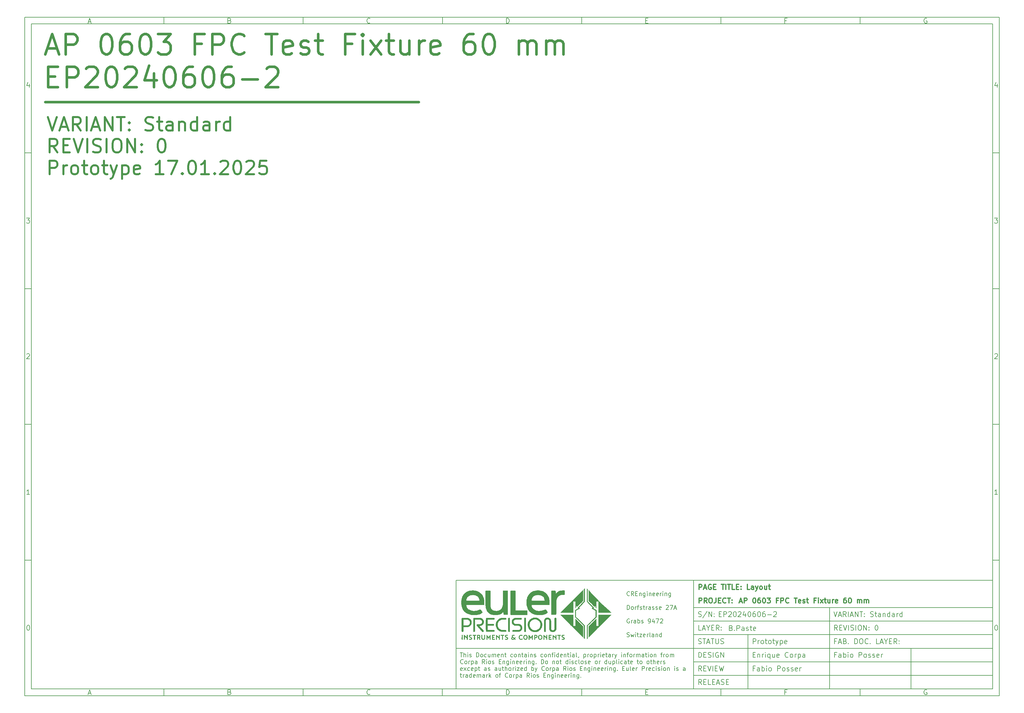
<source format=gbr>
%TF.GenerationSoftware,KiCad,Pcbnew,8.0.9-1.fc41*%
%TF.CreationDate,2025-03-16T15:34:32+01:00*%
%TF.ProjectId,0100_COVERSHEET,30313030-5f43-44f5-9645-525348454554,0*%
%TF.SameCoordinates,Original*%
%TF.FileFunction,Paste,Bot*%
%TF.FilePolarity,Positive*%
%FSLAX46Y46*%
G04 Gerber Fmt 4.6, Leading zero omitted, Abs format (unit mm)*
G04 Created by KiCad (PCBNEW 8.0.9-1.fc41) date 2025-03-16 15:34:32*
%MOMM*%
%LPD*%
G01*
G04 APERTURE LIST*
%ADD10C,0.100000*%
%ADD11C,0.150000*%
%ADD12C,0.300000*%
%ADD13C,0.750000*%
%ADD14C,0.600000*%
%ADD15C,0.000001*%
%ADD16C,0.200000*%
G04 APERTURE END LIST*
D10*
D11*
X7000000Y-203000000D02*
X290000000Y-203000000D01*
X290000000Y-7000000D01*
X7000000Y-7000000D01*
X7000000Y-203000000D01*
D10*
D11*
X132000000Y-171000000D02*
X290000000Y-171000000D01*
X290000000Y-203000000D01*
X132000000Y-203000000D01*
X132000000Y-171000000D01*
D10*
D11*
X202000000Y-203000000D02*
X202000000Y-171000000D01*
D10*
D11*
X290000000Y-199000000D02*
X202000000Y-199000000D01*
D10*
D11*
X290000000Y-195000000D02*
X202000000Y-195000000D01*
D10*
D11*
X290000000Y-191000000D02*
X201000000Y-191000000D01*
D10*
D11*
X290000000Y-187000000D02*
X202000000Y-187000000D01*
D10*
D11*
X290000000Y-183000000D02*
X202000000Y-183000000D01*
D10*
D11*
X290000000Y-179000000D02*
X202000000Y-179000000D01*
D10*
D11*
X266000000Y-203000000D02*
X266000000Y-191000000D01*
D10*
D11*
X242000000Y-203000000D02*
X242000000Y-179000000D01*
D10*
D11*
X218000000Y-203000000D02*
X218000000Y-187000000D01*
D10*
D12*
X203556710Y-173685528D02*
X203556710Y-172185528D01*
X203556710Y-172185528D02*
X204128139Y-172185528D01*
X204128139Y-172185528D02*
X204270996Y-172256957D01*
X204270996Y-172256957D02*
X204342425Y-172328385D01*
X204342425Y-172328385D02*
X204413853Y-172471242D01*
X204413853Y-172471242D02*
X204413853Y-172685528D01*
X204413853Y-172685528D02*
X204342425Y-172828385D01*
X204342425Y-172828385D02*
X204270996Y-172899814D01*
X204270996Y-172899814D02*
X204128139Y-172971242D01*
X204128139Y-172971242D02*
X203556710Y-172971242D01*
X204985282Y-173256957D02*
X205699568Y-173256957D01*
X204842425Y-173685528D02*
X205342425Y-172185528D01*
X205342425Y-172185528D02*
X205842425Y-173685528D01*
X207128139Y-172256957D02*
X206985282Y-172185528D01*
X206985282Y-172185528D02*
X206770996Y-172185528D01*
X206770996Y-172185528D02*
X206556710Y-172256957D01*
X206556710Y-172256957D02*
X206413853Y-172399814D01*
X206413853Y-172399814D02*
X206342424Y-172542671D01*
X206342424Y-172542671D02*
X206270996Y-172828385D01*
X206270996Y-172828385D02*
X206270996Y-173042671D01*
X206270996Y-173042671D02*
X206342424Y-173328385D01*
X206342424Y-173328385D02*
X206413853Y-173471242D01*
X206413853Y-173471242D02*
X206556710Y-173614100D01*
X206556710Y-173614100D02*
X206770996Y-173685528D01*
X206770996Y-173685528D02*
X206913853Y-173685528D01*
X206913853Y-173685528D02*
X207128139Y-173614100D01*
X207128139Y-173614100D02*
X207199567Y-173542671D01*
X207199567Y-173542671D02*
X207199567Y-173042671D01*
X207199567Y-173042671D02*
X206913853Y-173042671D01*
X207842424Y-172899814D02*
X208342424Y-172899814D01*
X208556710Y-173685528D02*
X207842424Y-173685528D01*
X207842424Y-173685528D02*
X207842424Y-172185528D01*
X207842424Y-172185528D02*
X208556710Y-172185528D01*
X210128139Y-172185528D02*
X210985282Y-172185528D01*
X210556710Y-173685528D02*
X210556710Y-172185528D01*
X211485281Y-173685528D02*
X211485281Y-172185528D01*
X211985282Y-172185528D02*
X212842425Y-172185528D01*
X212413853Y-173685528D02*
X212413853Y-172185528D01*
X214056710Y-173685528D02*
X213342424Y-173685528D01*
X213342424Y-173685528D02*
X213342424Y-172185528D01*
X214556710Y-172899814D02*
X215056710Y-172899814D01*
X215270996Y-173685528D02*
X214556710Y-173685528D01*
X214556710Y-173685528D02*
X214556710Y-172185528D01*
X214556710Y-172185528D02*
X215270996Y-172185528D01*
X215913853Y-173542671D02*
X215985282Y-173614100D01*
X215985282Y-173614100D02*
X215913853Y-173685528D01*
X215913853Y-173685528D02*
X215842425Y-173614100D01*
X215842425Y-173614100D02*
X215913853Y-173542671D01*
X215913853Y-173542671D02*
X215913853Y-173685528D01*
X215913853Y-172756957D02*
X215985282Y-172828385D01*
X215985282Y-172828385D02*
X215913853Y-172899814D01*
X215913853Y-172899814D02*
X215842425Y-172828385D01*
X215842425Y-172828385D02*
X215913853Y-172756957D01*
X215913853Y-172756957D02*
X215913853Y-172899814D01*
X218485282Y-173685528D02*
X217770996Y-173685528D01*
X217770996Y-173685528D02*
X217770996Y-172185528D01*
X219628140Y-173685528D02*
X219628140Y-172899814D01*
X219628140Y-172899814D02*
X219556711Y-172756957D01*
X219556711Y-172756957D02*
X219413854Y-172685528D01*
X219413854Y-172685528D02*
X219128140Y-172685528D01*
X219128140Y-172685528D02*
X218985282Y-172756957D01*
X219628140Y-173614100D02*
X219485282Y-173685528D01*
X219485282Y-173685528D02*
X219128140Y-173685528D01*
X219128140Y-173685528D02*
X218985282Y-173614100D01*
X218985282Y-173614100D02*
X218913854Y-173471242D01*
X218913854Y-173471242D02*
X218913854Y-173328385D01*
X218913854Y-173328385D02*
X218985282Y-173185528D01*
X218985282Y-173185528D02*
X219128140Y-173114100D01*
X219128140Y-173114100D02*
X219485282Y-173114100D01*
X219485282Y-173114100D02*
X219628140Y-173042671D01*
X220199568Y-172685528D02*
X220556711Y-173685528D01*
X220913854Y-172685528D02*
X220556711Y-173685528D01*
X220556711Y-173685528D02*
X220413854Y-174042671D01*
X220413854Y-174042671D02*
X220342425Y-174114100D01*
X220342425Y-174114100D02*
X220199568Y-174185528D01*
X221699568Y-173685528D02*
X221556711Y-173614100D01*
X221556711Y-173614100D02*
X221485282Y-173542671D01*
X221485282Y-173542671D02*
X221413854Y-173399814D01*
X221413854Y-173399814D02*
X221413854Y-172971242D01*
X221413854Y-172971242D02*
X221485282Y-172828385D01*
X221485282Y-172828385D02*
X221556711Y-172756957D01*
X221556711Y-172756957D02*
X221699568Y-172685528D01*
X221699568Y-172685528D02*
X221913854Y-172685528D01*
X221913854Y-172685528D02*
X222056711Y-172756957D01*
X222056711Y-172756957D02*
X222128140Y-172828385D01*
X222128140Y-172828385D02*
X222199568Y-172971242D01*
X222199568Y-172971242D02*
X222199568Y-173399814D01*
X222199568Y-173399814D02*
X222128140Y-173542671D01*
X222128140Y-173542671D02*
X222056711Y-173614100D01*
X222056711Y-173614100D02*
X221913854Y-173685528D01*
X221913854Y-173685528D02*
X221699568Y-173685528D01*
X223485283Y-172685528D02*
X223485283Y-173685528D01*
X222842425Y-172685528D02*
X222842425Y-173471242D01*
X222842425Y-173471242D02*
X222913854Y-173614100D01*
X222913854Y-173614100D02*
X223056711Y-173685528D01*
X223056711Y-173685528D02*
X223270997Y-173685528D01*
X223270997Y-173685528D02*
X223413854Y-173614100D01*
X223413854Y-173614100D02*
X223485283Y-173542671D01*
X223985283Y-172685528D02*
X224556711Y-172685528D01*
X224199568Y-172185528D02*
X224199568Y-173471242D01*
X224199568Y-173471242D02*
X224270997Y-173614100D01*
X224270997Y-173614100D02*
X224413854Y-173685528D01*
X224413854Y-173685528D02*
X224556711Y-173685528D01*
D10*
D11*
X201000000Y-191000000D02*
X132000000Y-191000000D01*
D10*
D12*
X203554510Y-177678328D02*
X203554510Y-176178328D01*
X203554510Y-176178328D02*
X204125939Y-176178328D01*
X204125939Y-176178328D02*
X204268796Y-176249757D01*
X204268796Y-176249757D02*
X204340225Y-176321185D01*
X204340225Y-176321185D02*
X204411653Y-176464042D01*
X204411653Y-176464042D02*
X204411653Y-176678328D01*
X204411653Y-176678328D02*
X204340225Y-176821185D01*
X204340225Y-176821185D02*
X204268796Y-176892614D01*
X204268796Y-176892614D02*
X204125939Y-176964042D01*
X204125939Y-176964042D02*
X203554510Y-176964042D01*
X205911653Y-177678328D02*
X205411653Y-176964042D01*
X205054510Y-177678328D02*
X205054510Y-176178328D01*
X205054510Y-176178328D02*
X205625939Y-176178328D01*
X205625939Y-176178328D02*
X205768796Y-176249757D01*
X205768796Y-176249757D02*
X205840225Y-176321185D01*
X205840225Y-176321185D02*
X205911653Y-176464042D01*
X205911653Y-176464042D02*
X205911653Y-176678328D01*
X205911653Y-176678328D02*
X205840225Y-176821185D01*
X205840225Y-176821185D02*
X205768796Y-176892614D01*
X205768796Y-176892614D02*
X205625939Y-176964042D01*
X205625939Y-176964042D02*
X205054510Y-176964042D01*
X206840225Y-176178328D02*
X207125939Y-176178328D01*
X207125939Y-176178328D02*
X207268796Y-176249757D01*
X207268796Y-176249757D02*
X207411653Y-176392614D01*
X207411653Y-176392614D02*
X207483082Y-176678328D01*
X207483082Y-176678328D02*
X207483082Y-177178328D01*
X207483082Y-177178328D02*
X207411653Y-177464042D01*
X207411653Y-177464042D02*
X207268796Y-177606900D01*
X207268796Y-177606900D02*
X207125939Y-177678328D01*
X207125939Y-177678328D02*
X206840225Y-177678328D01*
X206840225Y-177678328D02*
X206697368Y-177606900D01*
X206697368Y-177606900D02*
X206554510Y-177464042D01*
X206554510Y-177464042D02*
X206483082Y-177178328D01*
X206483082Y-177178328D02*
X206483082Y-176678328D01*
X206483082Y-176678328D02*
X206554510Y-176392614D01*
X206554510Y-176392614D02*
X206697368Y-176249757D01*
X206697368Y-176249757D02*
X206840225Y-176178328D01*
X208554511Y-176178328D02*
X208554511Y-177249757D01*
X208554511Y-177249757D02*
X208483082Y-177464042D01*
X208483082Y-177464042D02*
X208340225Y-177606900D01*
X208340225Y-177606900D02*
X208125939Y-177678328D01*
X208125939Y-177678328D02*
X207983082Y-177678328D01*
X209268796Y-176892614D02*
X209768796Y-176892614D01*
X209983082Y-177678328D02*
X209268796Y-177678328D01*
X209268796Y-177678328D02*
X209268796Y-176178328D01*
X209268796Y-176178328D02*
X209983082Y-176178328D01*
X211483082Y-177535471D02*
X211411654Y-177606900D01*
X211411654Y-177606900D02*
X211197368Y-177678328D01*
X211197368Y-177678328D02*
X211054511Y-177678328D01*
X211054511Y-177678328D02*
X210840225Y-177606900D01*
X210840225Y-177606900D02*
X210697368Y-177464042D01*
X210697368Y-177464042D02*
X210625939Y-177321185D01*
X210625939Y-177321185D02*
X210554511Y-177035471D01*
X210554511Y-177035471D02*
X210554511Y-176821185D01*
X210554511Y-176821185D02*
X210625939Y-176535471D01*
X210625939Y-176535471D02*
X210697368Y-176392614D01*
X210697368Y-176392614D02*
X210840225Y-176249757D01*
X210840225Y-176249757D02*
X211054511Y-176178328D01*
X211054511Y-176178328D02*
X211197368Y-176178328D01*
X211197368Y-176178328D02*
X211411654Y-176249757D01*
X211411654Y-176249757D02*
X211483082Y-176321185D01*
X211911654Y-176178328D02*
X212768797Y-176178328D01*
X212340225Y-177678328D02*
X212340225Y-176178328D01*
X213268796Y-177535471D02*
X213340225Y-177606900D01*
X213340225Y-177606900D02*
X213268796Y-177678328D01*
X213268796Y-177678328D02*
X213197368Y-177606900D01*
X213197368Y-177606900D02*
X213268796Y-177535471D01*
X213268796Y-177535471D02*
X213268796Y-177678328D01*
X213268796Y-176749757D02*
X213340225Y-176821185D01*
X213340225Y-176821185D02*
X213268796Y-176892614D01*
X213268796Y-176892614D02*
X213197368Y-176821185D01*
X213197368Y-176821185D02*
X213268796Y-176749757D01*
X213268796Y-176749757D02*
X213268796Y-176892614D01*
D10*
D11*
X203384398Y-181614700D02*
X203598684Y-181686128D01*
X203598684Y-181686128D02*
X203955826Y-181686128D01*
X203955826Y-181686128D02*
X204098684Y-181614700D01*
X204098684Y-181614700D02*
X204170112Y-181543271D01*
X204170112Y-181543271D02*
X204241541Y-181400414D01*
X204241541Y-181400414D02*
X204241541Y-181257557D01*
X204241541Y-181257557D02*
X204170112Y-181114700D01*
X204170112Y-181114700D02*
X204098684Y-181043271D01*
X204098684Y-181043271D02*
X203955826Y-180971842D01*
X203955826Y-180971842D02*
X203670112Y-180900414D01*
X203670112Y-180900414D02*
X203527255Y-180828985D01*
X203527255Y-180828985D02*
X203455826Y-180757557D01*
X203455826Y-180757557D02*
X203384398Y-180614700D01*
X203384398Y-180614700D02*
X203384398Y-180471842D01*
X203384398Y-180471842D02*
X203455826Y-180328985D01*
X203455826Y-180328985D02*
X203527255Y-180257557D01*
X203527255Y-180257557D02*
X203670112Y-180186128D01*
X203670112Y-180186128D02*
X204027255Y-180186128D01*
X204027255Y-180186128D02*
X204241541Y-180257557D01*
X205955826Y-180114700D02*
X204670112Y-182043271D01*
X206455826Y-181686128D02*
X206455826Y-180186128D01*
X206455826Y-180186128D02*
X207312969Y-181686128D01*
X207312969Y-181686128D02*
X207312969Y-180186128D01*
X208027255Y-181543271D02*
X208098684Y-181614700D01*
X208098684Y-181614700D02*
X208027255Y-181686128D01*
X208027255Y-181686128D02*
X207955827Y-181614700D01*
X207955827Y-181614700D02*
X208027255Y-181543271D01*
X208027255Y-181543271D02*
X208027255Y-181686128D01*
X208027255Y-180757557D02*
X208098684Y-180828985D01*
X208098684Y-180828985D02*
X208027255Y-180900414D01*
X208027255Y-180900414D02*
X207955827Y-180828985D01*
X207955827Y-180828985D02*
X208027255Y-180757557D01*
X208027255Y-180757557D02*
X208027255Y-180900414D01*
D10*
D11*
X203455826Y-193686128D02*
X203455826Y-192186128D01*
X203455826Y-192186128D02*
X203812969Y-192186128D01*
X203812969Y-192186128D02*
X204027255Y-192257557D01*
X204027255Y-192257557D02*
X204170112Y-192400414D01*
X204170112Y-192400414D02*
X204241541Y-192543271D01*
X204241541Y-192543271D02*
X204312969Y-192828985D01*
X204312969Y-192828985D02*
X204312969Y-193043271D01*
X204312969Y-193043271D02*
X204241541Y-193328985D01*
X204241541Y-193328985D02*
X204170112Y-193471842D01*
X204170112Y-193471842D02*
X204027255Y-193614700D01*
X204027255Y-193614700D02*
X203812969Y-193686128D01*
X203812969Y-193686128D02*
X203455826Y-193686128D01*
X204955826Y-192900414D02*
X205455826Y-192900414D01*
X205670112Y-193686128D02*
X204955826Y-193686128D01*
X204955826Y-193686128D02*
X204955826Y-192186128D01*
X204955826Y-192186128D02*
X205670112Y-192186128D01*
X206241541Y-193614700D02*
X206455827Y-193686128D01*
X206455827Y-193686128D02*
X206812969Y-193686128D01*
X206812969Y-193686128D02*
X206955827Y-193614700D01*
X206955827Y-193614700D02*
X207027255Y-193543271D01*
X207027255Y-193543271D02*
X207098684Y-193400414D01*
X207098684Y-193400414D02*
X207098684Y-193257557D01*
X207098684Y-193257557D02*
X207027255Y-193114700D01*
X207027255Y-193114700D02*
X206955827Y-193043271D01*
X206955827Y-193043271D02*
X206812969Y-192971842D01*
X206812969Y-192971842D02*
X206527255Y-192900414D01*
X206527255Y-192900414D02*
X206384398Y-192828985D01*
X206384398Y-192828985D02*
X206312969Y-192757557D01*
X206312969Y-192757557D02*
X206241541Y-192614700D01*
X206241541Y-192614700D02*
X206241541Y-192471842D01*
X206241541Y-192471842D02*
X206312969Y-192328985D01*
X206312969Y-192328985D02*
X206384398Y-192257557D01*
X206384398Y-192257557D02*
X206527255Y-192186128D01*
X206527255Y-192186128D02*
X206884398Y-192186128D01*
X206884398Y-192186128D02*
X207098684Y-192257557D01*
X207741540Y-193686128D02*
X207741540Y-192186128D01*
X209241541Y-192257557D02*
X209098684Y-192186128D01*
X209098684Y-192186128D02*
X208884398Y-192186128D01*
X208884398Y-192186128D02*
X208670112Y-192257557D01*
X208670112Y-192257557D02*
X208527255Y-192400414D01*
X208527255Y-192400414D02*
X208455826Y-192543271D01*
X208455826Y-192543271D02*
X208384398Y-192828985D01*
X208384398Y-192828985D02*
X208384398Y-193043271D01*
X208384398Y-193043271D02*
X208455826Y-193328985D01*
X208455826Y-193328985D02*
X208527255Y-193471842D01*
X208527255Y-193471842D02*
X208670112Y-193614700D01*
X208670112Y-193614700D02*
X208884398Y-193686128D01*
X208884398Y-193686128D02*
X209027255Y-193686128D01*
X209027255Y-193686128D02*
X209241541Y-193614700D01*
X209241541Y-193614700D02*
X209312969Y-193543271D01*
X209312969Y-193543271D02*
X209312969Y-193043271D01*
X209312969Y-193043271D02*
X209027255Y-193043271D01*
X209955826Y-193686128D02*
X209955826Y-192186128D01*
X209955826Y-192186128D02*
X210812969Y-193686128D01*
X210812969Y-193686128D02*
X210812969Y-192186128D01*
D10*
D11*
X204312969Y-197686128D02*
X203812969Y-196971842D01*
X203455826Y-197686128D02*
X203455826Y-196186128D01*
X203455826Y-196186128D02*
X204027255Y-196186128D01*
X204027255Y-196186128D02*
X204170112Y-196257557D01*
X204170112Y-196257557D02*
X204241541Y-196328985D01*
X204241541Y-196328985D02*
X204312969Y-196471842D01*
X204312969Y-196471842D02*
X204312969Y-196686128D01*
X204312969Y-196686128D02*
X204241541Y-196828985D01*
X204241541Y-196828985D02*
X204170112Y-196900414D01*
X204170112Y-196900414D02*
X204027255Y-196971842D01*
X204027255Y-196971842D02*
X203455826Y-196971842D01*
X204955826Y-196900414D02*
X205455826Y-196900414D01*
X205670112Y-197686128D02*
X204955826Y-197686128D01*
X204955826Y-197686128D02*
X204955826Y-196186128D01*
X204955826Y-196186128D02*
X205670112Y-196186128D01*
X206098684Y-196186128D02*
X206598684Y-197686128D01*
X206598684Y-197686128D02*
X207098684Y-196186128D01*
X207598683Y-197686128D02*
X207598683Y-196186128D01*
X208312969Y-196900414D02*
X208812969Y-196900414D01*
X209027255Y-197686128D02*
X208312969Y-197686128D01*
X208312969Y-197686128D02*
X208312969Y-196186128D01*
X208312969Y-196186128D02*
X209027255Y-196186128D01*
X209527255Y-196186128D02*
X209884398Y-197686128D01*
X209884398Y-197686128D02*
X210170112Y-196614700D01*
X210170112Y-196614700D02*
X210455827Y-197686128D01*
X210455827Y-197686128D02*
X210812970Y-196186128D01*
D10*
D11*
X204312969Y-201686128D02*
X203812969Y-200971842D01*
X203455826Y-201686128D02*
X203455826Y-200186128D01*
X203455826Y-200186128D02*
X204027255Y-200186128D01*
X204027255Y-200186128D02*
X204170112Y-200257557D01*
X204170112Y-200257557D02*
X204241541Y-200328985D01*
X204241541Y-200328985D02*
X204312969Y-200471842D01*
X204312969Y-200471842D02*
X204312969Y-200686128D01*
X204312969Y-200686128D02*
X204241541Y-200828985D01*
X204241541Y-200828985D02*
X204170112Y-200900414D01*
X204170112Y-200900414D02*
X204027255Y-200971842D01*
X204027255Y-200971842D02*
X203455826Y-200971842D01*
X204955826Y-200900414D02*
X205455826Y-200900414D01*
X205670112Y-201686128D02*
X204955826Y-201686128D01*
X204955826Y-201686128D02*
X204955826Y-200186128D01*
X204955826Y-200186128D02*
X205670112Y-200186128D01*
X207027255Y-201686128D02*
X206312969Y-201686128D01*
X206312969Y-201686128D02*
X206312969Y-200186128D01*
X207527255Y-200900414D02*
X208027255Y-200900414D01*
X208241541Y-201686128D02*
X207527255Y-201686128D01*
X207527255Y-201686128D02*
X207527255Y-200186128D01*
X207527255Y-200186128D02*
X208241541Y-200186128D01*
X208812970Y-201257557D02*
X209527256Y-201257557D01*
X208670113Y-201686128D02*
X209170113Y-200186128D01*
X209170113Y-200186128D02*
X209670113Y-201686128D01*
X210098684Y-201614700D02*
X210312970Y-201686128D01*
X210312970Y-201686128D02*
X210670112Y-201686128D01*
X210670112Y-201686128D02*
X210812970Y-201614700D01*
X210812970Y-201614700D02*
X210884398Y-201543271D01*
X210884398Y-201543271D02*
X210955827Y-201400414D01*
X210955827Y-201400414D02*
X210955827Y-201257557D01*
X210955827Y-201257557D02*
X210884398Y-201114700D01*
X210884398Y-201114700D02*
X210812970Y-201043271D01*
X210812970Y-201043271D02*
X210670112Y-200971842D01*
X210670112Y-200971842D02*
X210384398Y-200900414D01*
X210384398Y-200900414D02*
X210241541Y-200828985D01*
X210241541Y-200828985D02*
X210170112Y-200757557D01*
X210170112Y-200757557D02*
X210098684Y-200614700D01*
X210098684Y-200614700D02*
X210098684Y-200471842D01*
X210098684Y-200471842D02*
X210170112Y-200328985D01*
X210170112Y-200328985D02*
X210241541Y-200257557D01*
X210241541Y-200257557D02*
X210384398Y-200186128D01*
X210384398Y-200186128D02*
X210741541Y-200186128D01*
X210741541Y-200186128D02*
X210955827Y-200257557D01*
X211598683Y-200900414D02*
X212098683Y-200900414D01*
X212312969Y-201686128D02*
X211598683Y-201686128D01*
X211598683Y-201686128D02*
X211598683Y-200186128D01*
X211598683Y-200186128D02*
X212312969Y-200186128D01*
D10*
D11*
X243241541Y-180186128D02*
X243741541Y-181686128D01*
X243741541Y-181686128D02*
X244241541Y-180186128D01*
X244670112Y-181257557D02*
X245384398Y-181257557D01*
X244527255Y-181686128D02*
X245027255Y-180186128D01*
X245027255Y-180186128D02*
X245527255Y-181686128D01*
X246884397Y-181686128D02*
X246384397Y-180971842D01*
X246027254Y-181686128D02*
X246027254Y-180186128D01*
X246027254Y-180186128D02*
X246598683Y-180186128D01*
X246598683Y-180186128D02*
X246741540Y-180257557D01*
X246741540Y-180257557D02*
X246812969Y-180328985D01*
X246812969Y-180328985D02*
X246884397Y-180471842D01*
X246884397Y-180471842D02*
X246884397Y-180686128D01*
X246884397Y-180686128D02*
X246812969Y-180828985D01*
X246812969Y-180828985D02*
X246741540Y-180900414D01*
X246741540Y-180900414D02*
X246598683Y-180971842D01*
X246598683Y-180971842D02*
X246027254Y-180971842D01*
X247527254Y-181686128D02*
X247527254Y-180186128D01*
X248170112Y-181257557D02*
X248884398Y-181257557D01*
X248027255Y-181686128D02*
X248527255Y-180186128D01*
X248527255Y-180186128D02*
X249027255Y-181686128D01*
X249527254Y-181686128D02*
X249527254Y-180186128D01*
X249527254Y-180186128D02*
X250384397Y-181686128D01*
X250384397Y-181686128D02*
X250384397Y-180186128D01*
X250884398Y-180186128D02*
X251741541Y-180186128D01*
X251312969Y-181686128D02*
X251312969Y-180186128D01*
X252241540Y-181543271D02*
X252312969Y-181614700D01*
X252312969Y-181614700D02*
X252241540Y-181686128D01*
X252241540Y-181686128D02*
X252170112Y-181614700D01*
X252170112Y-181614700D02*
X252241540Y-181543271D01*
X252241540Y-181543271D02*
X252241540Y-181686128D01*
X252241540Y-180757557D02*
X252312969Y-180828985D01*
X252312969Y-180828985D02*
X252241540Y-180900414D01*
X252241540Y-180900414D02*
X252170112Y-180828985D01*
X252170112Y-180828985D02*
X252241540Y-180757557D01*
X252241540Y-180757557D02*
X252241540Y-180900414D01*
X254027255Y-181614700D02*
X254241541Y-181686128D01*
X254241541Y-181686128D02*
X254598683Y-181686128D01*
X254598683Y-181686128D02*
X254741541Y-181614700D01*
X254741541Y-181614700D02*
X254812969Y-181543271D01*
X254812969Y-181543271D02*
X254884398Y-181400414D01*
X254884398Y-181400414D02*
X254884398Y-181257557D01*
X254884398Y-181257557D02*
X254812969Y-181114700D01*
X254812969Y-181114700D02*
X254741541Y-181043271D01*
X254741541Y-181043271D02*
X254598683Y-180971842D01*
X254598683Y-180971842D02*
X254312969Y-180900414D01*
X254312969Y-180900414D02*
X254170112Y-180828985D01*
X254170112Y-180828985D02*
X254098683Y-180757557D01*
X254098683Y-180757557D02*
X254027255Y-180614700D01*
X254027255Y-180614700D02*
X254027255Y-180471842D01*
X254027255Y-180471842D02*
X254098683Y-180328985D01*
X254098683Y-180328985D02*
X254170112Y-180257557D01*
X254170112Y-180257557D02*
X254312969Y-180186128D01*
X254312969Y-180186128D02*
X254670112Y-180186128D01*
X254670112Y-180186128D02*
X254884398Y-180257557D01*
X255312969Y-180686128D02*
X255884397Y-180686128D01*
X255527254Y-180186128D02*
X255527254Y-181471842D01*
X255527254Y-181471842D02*
X255598683Y-181614700D01*
X255598683Y-181614700D02*
X255741540Y-181686128D01*
X255741540Y-181686128D02*
X255884397Y-181686128D01*
X257027255Y-181686128D02*
X257027255Y-180900414D01*
X257027255Y-180900414D02*
X256955826Y-180757557D01*
X256955826Y-180757557D02*
X256812969Y-180686128D01*
X256812969Y-180686128D02*
X256527255Y-180686128D01*
X256527255Y-180686128D02*
X256384397Y-180757557D01*
X257027255Y-181614700D02*
X256884397Y-181686128D01*
X256884397Y-181686128D02*
X256527255Y-181686128D01*
X256527255Y-181686128D02*
X256384397Y-181614700D01*
X256384397Y-181614700D02*
X256312969Y-181471842D01*
X256312969Y-181471842D02*
X256312969Y-181328985D01*
X256312969Y-181328985D02*
X256384397Y-181186128D01*
X256384397Y-181186128D02*
X256527255Y-181114700D01*
X256527255Y-181114700D02*
X256884397Y-181114700D01*
X256884397Y-181114700D02*
X257027255Y-181043271D01*
X257741540Y-180686128D02*
X257741540Y-181686128D01*
X257741540Y-180828985D02*
X257812969Y-180757557D01*
X257812969Y-180757557D02*
X257955826Y-180686128D01*
X257955826Y-180686128D02*
X258170112Y-180686128D01*
X258170112Y-180686128D02*
X258312969Y-180757557D01*
X258312969Y-180757557D02*
X258384398Y-180900414D01*
X258384398Y-180900414D02*
X258384398Y-181686128D01*
X259741541Y-181686128D02*
X259741541Y-180186128D01*
X259741541Y-181614700D02*
X259598683Y-181686128D01*
X259598683Y-181686128D02*
X259312969Y-181686128D01*
X259312969Y-181686128D02*
X259170112Y-181614700D01*
X259170112Y-181614700D02*
X259098683Y-181543271D01*
X259098683Y-181543271D02*
X259027255Y-181400414D01*
X259027255Y-181400414D02*
X259027255Y-180971842D01*
X259027255Y-180971842D02*
X259098683Y-180828985D01*
X259098683Y-180828985D02*
X259170112Y-180757557D01*
X259170112Y-180757557D02*
X259312969Y-180686128D01*
X259312969Y-180686128D02*
X259598683Y-180686128D01*
X259598683Y-180686128D02*
X259741541Y-180757557D01*
X261098684Y-181686128D02*
X261098684Y-180900414D01*
X261098684Y-180900414D02*
X261027255Y-180757557D01*
X261027255Y-180757557D02*
X260884398Y-180686128D01*
X260884398Y-180686128D02*
X260598684Y-180686128D01*
X260598684Y-180686128D02*
X260455826Y-180757557D01*
X261098684Y-181614700D02*
X260955826Y-181686128D01*
X260955826Y-181686128D02*
X260598684Y-181686128D01*
X260598684Y-181686128D02*
X260455826Y-181614700D01*
X260455826Y-181614700D02*
X260384398Y-181471842D01*
X260384398Y-181471842D02*
X260384398Y-181328985D01*
X260384398Y-181328985D02*
X260455826Y-181186128D01*
X260455826Y-181186128D02*
X260598684Y-181114700D01*
X260598684Y-181114700D02*
X260955826Y-181114700D01*
X260955826Y-181114700D02*
X261098684Y-181043271D01*
X261812969Y-181686128D02*
X261812969Y-180686128D01*
X261812969Y-180971842D02*
X261884398Y-180828985D01*
X261884398Y-180828985D02*
X261955827Y-180757557D01*
X261955827Y-180757557D02*
X262098684Y-180686128D01*
X262098684Y-180686128D02*
X262241541Y-180686128D01*
X263384398Y-181686128D02*
X263384398Y-180186128D01*
X263384398Y-181614700D02*
X263241540Y-181686128D01*
X263241540Y-181686128D02*
X262955826Y-181686128D01*
X262955826Y-181686128D02*
X262812969Y-181614700D01*
X262812969Y-181614700D02*
X262741540Y-181543271D01*
X262741540Y-181543271D02*
X262670112Y-181400414D01*
X262670112Y-181400414D02*
X262670112Y-180971842D01*
X262670112Y-180971842D02*
X262741540Y-180828985D01*
X262741540Y-180828985D02*
X262812969Y-180757557D01*
X262812969Y-180757557D02*
X262955826Y-180686128D01*
X262955826Y-180686128D02*
X263241540Y-180686128D01*
X263241540Y-180686128D02*
X263384398Y-180757557D01*
D10*
D11*
X244312969Y-185686128D02*
X243812969Y-184971842D01*
X243455826Y-185686128D02*
X243455826Y-184186128D01*
X243455826Y-184186128D02*
X244027255Y-184186128D01*
X244027255Y-184186128D02*
X244170112Y-184257557D01*
X244170112Y-184257557D02*
X244241541Y-184328985D01*
X244241541Y-184328985D02*
X244312969Y-184471842D01*
X244312969Y-184471842D02*
X244312969Y-184686128D01*
X244312969Y-184686128D02*
X244241541Y-184828985D01*
X244241541Y-184828985D02*
X244170112Y-184900414D01*
X244170112Y-184900414D02*
X244027255Y-184971842D01*
X244027255Y-184971842D02*
X243455826Y-184971842D01*
X244955826Y-184900414D02*
X245455826Y-184900414D01*
X245670112Y-185686128D02*
X244955826Y-185686128D01*
X244955826Y-185686128D02*
X244955826Y-184186128D01*
X244955826Y-184186128D02*
X245670112Y-184186128D01*
X246098684Y-184186128D02*
X246598684Y-185686128D01*
X246598684Y-185686128D02*
X247098684Y-184186128D01*
X247598683Y-185686128D02*
X247598683Y-184186128D01*
X248241541Y-185614700D02*
X248455827Y-185686128D01*
X248455827Y-185686128D02*
X248812969Y-185686128D01*
X248812969Y-185686128D02*
X248955827Y-185614700D01*
X248955827Y-185614700D02*
X249027255Y-185543271D01*
X249027255Y-185543271D02*
X249098684Y-185400414D01*
X249098684Y-185400414D02*
X249098684Y-185257557D01*
X249098684Y-185257557D02*
X249027255Y-185114700D01*
X249027255Y-185114700D02*
X248955827Y-185043271D01*
X248955827Y-185043271D02*
X248812969Y-184971842D01*
X248812969Y-184971842D02*
X248527255Y-184900414D01*
X248527255Y-184900414D02*
X248384398Y-184828985D01*
X248384398Y-184828985D02*
X248312969Y-184757557D01*
X248312969Y-184757557D02*
X248241541Y-184614700D01*
X248241541Y-184614700D02*
X248241541Y-184471842D01*
X248241541Y-184471842D02*
X248312969Y-184328985D01*
X248312969Y-184328985D02*
X248384398Y-184257557D01*
X248384398Y-184257557D02*
X248527255Y-184186128D01*
X248527255Y-184186128D02*
X248884398Y-184186128D01*
X248884398Y-184186128D02*
X249098684Y-184257557D01*
X249741540Y-185686128D02*
X249741540Y-184186128D01*
X250741541Y-184186128D02*
X251027255Y-184186128D01*
X251027255Y-184186128D02*
X251170112Y-184257557D01*
X251170112Y-184257557D02*
X251312969Y-184400414D01*
X251312969Y-184400414D02*
X251384398Y-184686128D01*
X251384398Y-184686128D02*
X251384398Y-185186128D01*
X251384398Y-185186128D02*
X251312969Y-185471842D01*
X251312969Y-185471842D02*
X251170112Y-185614700D01*
X251170112Y-185614700D02*
X251027255Y-185686128D01*
X251027255Y-185686128D02*
X250741541Y-185686128D01*
X250741541Y-185686128D02*
X250598684Y-185614700D01*
X250598684Y-185614700D02*
X250455826Y-185471842D01*
X250455826Y-185471842D02*
X250384398Y-185186128D01*
X250384398Y-185186128D02*
X250384398Y-184686128D01*
X250384398Y-184686128D02*
X250455826Y-184400414D01*
X250455826Y-184400414D02*
X250598684Y-184257557D01*
X250598684Y-184257557D02*
X250741541Y-184186128D01*
X252027255Y-185686128D02*
X252027255Y-184186128D01*
X252027255Y-184186128D02*
X252884398Y-185686128D01*
X252884398Y-185686128D02*
X252884398Y-184186128D01*
X253598684Y-185543271D02*
X253670113Y-185614700D01*
X253670113Y-185614700D02*
X253598684Y-185686128D01*
X253598684Y-185686128D02*
X253527256Y-185614700D01*
X253527256Y-185614700D02*
X253598684Y-185543271D01*
X253598684Y-185543271D02*
X253598684Y-185686128D01*
X253598684Y-184757557D02*
X253670113Y-184828985D01*
X253670113Y-184828985D02*
X253598684Y-184900414D01*
X253598684Y-184900414D02*
X253527256Y-184828985D01*
X253527256Y-184828985D02*
X253598684Y-184757557D01*
X253598684Y-184757557D02*
X253598684Y-184900414D01*
X255741542Y-184186128D02*
X255884399Y-184186128D01*
X255884399Y-184186128D02*
X256027256Y-184257557D01*
X256027256Y-184257557D02*
X256098685Y-184328985D01*
X256098685Y-184328985D02*
X256170113Y-184471842D01*
X256170113Y-184471842D02*
X256241542Y-184757557D01*
X256241542Y-184757557D02*
X256241542Y-185114700D01*
X256241542Y-185114700D02*
X256170113Y-185400414D01*
X256170113Y-185400414D02*
X256098685Y-185543271D01*
X256098685Y-185543271D02*
X256027256Y-185614700D01*
X256027256Y-185614700D02*
X255884399Y-185686128D01*
X255884399Y-185686128D02*
X255741542Y-185686128D01*
X255741542Y-185686128D02*
X255598685Y-185614700D01*
X255598685Y-185614700D02*
X255527256Y-185543271D01*
X255527256Y-185543271D02*
X255455827Y-185400414D01*
X255455827Y-185400414D02*
X255384399Y-185114700D01*
X255384399Y-185114700D02*
X255384399Y-184757557D01*
X255384399Y-184757557D02*
X255455827Y-184471842D01*
X255455827Y-184471842D02*
X255527256Y-184328985D01*
X255527256Y-184328985D02*
X255598685Y-184257557D01*
X255598685Y-184257557D02*
X255741542Y-184186128D01*
D10*
D11*
X203384398Y-189614700D02*
X203598684Y-189686128D01*
X203598684Y-189686128D02*
X203955826Y-189686128D01*
X203955826Y-189686128D02*
X204098684Y-189614700D01*
X204098684Y-189614700D02*
X204170112Y-189543271D01*
X204170112Y-189543271D02*
X204241541Y-189400414D01*
X204241541Y-189400414D02*
X204241541Y-189257557D01*
X204241541Y-189257557D02*
X204170112Y-189114700D01*
X204170112Y-189114700D02*
X204098684Y-189043271D01*
X204098684Y-189043271D02*
X203955826Y-188971842D01*
X203955826Y-188971842D02*
X203670112Y-188900414D01*
X203670112Y-188900414D02*
X203527255Y-188828985D01*
X203527255Y-188828985D02*
X203455826Y-188757557D01*
X203455826Y-188757557D02*
X203384398Y-188614700D01*
X203384398Y-188614700D02*
X203384398Y-188471842D01*
X203384398Y-188471842D02*
X203455826Y-188328985D01*
X203455826Y-188328985D02*
X203527255Y-188257557D01*
X203527255Y-188257557D02*
X203670112Y-188186128D01*
X203670112Y-188186128D02*
X204027255Y-188186128D01*
X204027255Y-188186128D02*
X204241541Y-188257557D01*
X204670112Y-188186128D02*
X205527255Y-188186128D01*
X205098683Y-189686128D02*
X205098683Y-188186128D01*
X205955826Y-189257557D02*
X206670112Y-189257557D01*
X205812969Y-189686128D02*
X206312969Y-188186128D01*
X206312969Y-188186128D02*
X206812969Y-189686128D01*
X207098683Y-188186128D02*
X207955826Y-188186128D01*
X207527254Y-189686128D02*
X207527254Y-188186128D01*
X208455825Y-188186128D02*
X208455825Y-189400414D01*
X208455825Y-189400414D02*
X208527254Y-189543271D01*
X208527254Y-189543271D02*
X208598683Y-189614700D01*
X208598683Y-189614700D02*
X208741540Y-189686128D01*
X208741540Y-189686128D02*
X209027254Y-189686128D01*
X209027254Y-189686128D02*
X209170111Y-189614700D01*
X209170111Y-189614700D02*
X209241540Y-189543271D01*
X209241540Y-189543271D02*
X209312968Y-189400414D01*
X209312968Y-189400414D02*
X209312968Y-188186128D01*
X209955826Y-189614700D02*
X210170112Y-189686128D01*
X210170112Y-189686128D02*
X210527254Y-189686128D01*
X210527254Y-189686128D02*
X210670112Y-189614700D01*
X210670112Y-189614700D02*
X210741540Y-189543271D01*
X210741540Y-189543271D02*
X210812969Y-189400414D01*
X210812969Y-189400414D02*
X210812969Y-189257557D01*
X210812969Y-189257557D02*
X210741540Y-189114700D01*
X210741540Y-189114700D02*
X210670112Y-189043271D01*
X210670112Y-189043271D02*
X210527254Y-188971842D01*
X210527254Y-188971842D02*
X210241540Y-188900414D01*
X210241540Y-188900414D02*
X210098683Y-188828985D01*
X210098683Y-188828985D02*
X210027254Y-188757557D01*
X210027254Y-188757557D02*
X209955826Y-188614700D01*
X209955826Y-188614700D02*
X209955826Y-188471842D01*
X209955826Y-188471842D02*
X210027254Y-188328985D01*
X210027254Y-188328985D02*
X210098683Y-188257557D01*
X210098683Y-188257557D02*
X210241540Y-188186128D01*
X210241540Y-188186128D02*
X210598683Y-188186128D01*
X210598683Y-188186128D02*
X210812969Y-188257557D01*
D10*
D11*
X219455826Y-189686128D02*
X219455826Y-188186128D01*
X219455826Y-188186128D02*
X220027255Y-188186128D01*
X220027255Y-188186128D02*
X220170112Y-188257557D01*
X220170112Y-188257557D02*
X220241541Y-188328985D01*
X220241541Y-188328985D02*
X220312969Y-188471842D01*
X220312969Y-188471842D02*
X220312969Y-188686128D01*
X220312969Y-188686128D02*
X220241541Y-188828985D01*
X220241541Y-188828985D02*
X220170112Y-188900414D01*
X220170112Y-188900414D02*
X220027255Y-188971842D01*
X220027255Y-188971842D02*
X219455826Y-188971842D01*
X220955826Y-189686128D02*
X220955826Y-188686128D01*
X220955826Y-188971842D02*
X221027255Y-188828985D01*
X221027255Y-188828985D02*
X221098684Y-188757557D01*
X221098684Y-188757557D02*
X221241541Y-188686128D01*
X221241541Y-188686128D02*
X221384398Y-188686128D01*
X222098683Y-189686128D02*
X221955826Y-189614700D01*
X221955826Y-189614700D02*
X221884397Y-189543271D01*
X221884397Y-189543271D02*
X221812969Y-189400414D01*
X221812969Y-189400414D02*
X221812969Y-188971842D01*
X221812969Y-188971842D02*
X221884397Y-188828985D01*
X221884397Y-188828985D02*
X221955826Y-188757557D01*
X221955826Y-188757557D02*
X222098683Y-188686128D01*
X222098683Y-188686128D02*
X222312969Y-188686128D01*
X222312969Y-188686128D02*
X222455826Y-188757557D01*
X222455826Y-188757557D02*
X222527255Y-188828985D01*
X222527255Y-188828985D02*
X222598683Y-188971842D01*
X222598683Y-188971842D02*
X222598683Y-189400414D01*
X222598683Y-189400414D02*
X222527255Y-189543271D01*
X222527255Y-189543271D02*
X222455826Y-189614700D01*
X222455826Y-189614700D02*
X222312969Y-189686128D01*
X222312969Y-189686128D02*
X222098683Y-189686128D01*
X223027255Y-188686128D02*
X223598683Y-188686128D01*
X223241540Y-188186128D02*
X223241540Y-189471842D01*
X223241540Y-189471842D02*
X223312969Y-189614700D01*
X223312969Y-189614700D02*
X223455826Y-189686128D01*
X223455826Y-189686128D02*
X223598683Y-189686128D01*
X224312969Y-189686128D02*
X224170112Y-189614700D01*
X224170112Y-189614700D02*
X224098683Y-189543271D01*
X224098683Y-189543271D02*
X224027255Y-189400414D01*
X224027255Y-189400414D02*
X224027255Y-188971842D01*
X224027255Y-188971842D02*
X224098683Y-188828985D01*
X224098683Y-188828985D02*
X224170112Y-188757557D01*
X224170112Y-188757557D02*
X224312969Y-188686128D01*
X224312969Y-188686128D02*
X224527255Y-188686128D01*
X224527255Y-188686128D02*
X224670112Y-188757557D01*
X224670112Y-188757557D02*
X224741541Y-188828985D01*
X224741541Y-188828985D02*
X224812969Y-188971842D01*
X224812969Y-188971842D02*
X224812969Y-189400414D01*
X224812969Y-189400414D02*
X224741541Y-189543271D01*
X224741541Y-189543271D02*
X224670112Y-189614700D01*
X224670112Y-189614700D02*
X224527255Y-189686128D01*
X224527255Y-189686128D02*
X224312969Y-189686128D01*
X225241541Y-188686128D02*
X225812969Y-188686128D01*
X225455826Y-188186128D02*
X225455826Y-189471842D01*
X225455826Y-189471842D02*
X225527255Y-189614700D01*
X225527255Y-189614700D02*
X225670112Y-189686128D01*
X225670112Y-189686128D02*
X225812969Y-189686128D01*
X226170112Y-188686128D02*
X226527255Y-189686128D01*
X226884398Y-188686128D02*
X226527255Y-189686128D01*
X226527255Y-189686128D02*
X226384398Y-190043271D01*
X226384398Y-190043271D02*
X226312969Y-190114700D01*
X226312969Y-190114700D02*
X226170112Y-190186128D01*
X227455826Y-188686128D02*
X227455826Y-190186128D01*
X227455826Y-188757557D02*
X227598684Y-188686128D01*
X227598684Y-188686128D02*
X227884398Y-188686128D01*
X227884398Y-188686128D02*
X228027255Y-188757557D01*
X228027255Y-188757557D02*
X228098684Y-188828985D01*
X228098684Y-188828985D02*
X228170112Y-188971842D01*
X228170112Y-188971842D02*
X228170112Y-189400414D01*
X228170112Y-189400414D02*
X228098684Y-189543271D01*
X228098684Y-189543271D02*
X228027255Y-189614700D01*
X228027255Y-189614700D02*
X227884398Y-189686128D01*
X227884398Y-189686128D02*
X227598684Y-189686128D01*
X227598684Y-189686128D02*
X227455826Y-189614700D01*
X229384398Y-189614700D02*
X229241541Y-189686128D01*
X229241541Y-189686128D02*
X228955827Y-189686128D01*
X228955827Y-189686128D02*
X228812969Y-189614700D01*
X228812969Y-189614700D02*
X228741541Y-189471842D01*
X228741541Y-189471842D02*
X228741541Y-188900414D01*
X228741541Y-188900414D02*
X228812969Y-188757557D01*
X228812969Y-188757557D02*
X228955827Y-188686128D01*
X228955827Y-188686128D02*
X229241541Y-188686128D01*
X229241541Y-188686128D02*
X229384398Y-188757557D01*
X229384398Y-188757557D02*
X229455827Y-188900414D01*
X229455827Y-188900414D02*
X229455827Y-189043271D01*
X229455827Y-189043271D02*
X228741541Y-189186128D01*
D10*
D11*
X219955826Y-196900414D02*
X219455826Y-196900414D01*
X219455826Y-197686128D02*
X219455826Y-196186128D01*
X219455826Y-196186128D02*
X220170112Y-196186128D01*
X221384398Y-197686128D02*
X221384398Y-196900414D01*
X221384398Y-196900414D02*
X221312969Y-196757557D01*
X221312969Y-196757557D02*
X221170112Y-196686128D01*
X221170112Y-196686128D02*
X220884398Y-196686128D01*
X220884398Y-196686128D02*
X220741540Y-196757557D01*
X221384398Y-197614700D02*
X221241540Y-197686128D01*
X221241540Y-197686128D02*
X220884398Y-197686128D01*
X220884398Y-197686128D02*
X220741540Y-197614700D01*
X220741540Y-197614700D02*
X220670112Y-197471842D01*
X220670112Y-197471842D02*
X220670112Y-197328985D01*
X220670112Y-197328985D02*
X220741540Y-197186128D01*
X220741540Y-197186128D02*
X220884398Y-197114700D01*
X220884398Y-197114700D02*
X221241540Y-197114700D01*
X221241540Y-197114700D02*
X221384398Y-197043271D01*
X222098683Y-197686128D02*
X222098683Y-196186128D01*
X222098683Y-196757557D02*
X222241541Y-196686128D01*
X222241541Y-196686128D02*
X222527255Y-196686128D01*
X222527255Y-196686128D02*
X222670112Y-196757557D01*
X222670112Y-196757557D02*
X222741541Y-196828985D01*
X222741541Y-196828985D02*
X222812969Y-196971842D01*
X222812969Y-196971842D02*
X222812969Y-197400414D01*
X222812969Y-197400414D02*
X222741541Y-197543271D01*
X222741541Y-197543271D02*
X222670112Y-197614700D01*
X222670112Y-197614700D02*
X222527255Y-197686128D01*
X222527255Y-197686128D02*
X222241541Y-197686128D01*
X222241541Y-197686128D02*
X222098683Y-197614700D01*
X223455826Y-197686128D02*
X223455826Y-196686128D01*
X223455826Y-196186128D02*
X223384398Y-196257557D01*
X223384398Y-196257557D02*
X223455826Y-196328985D01*
X223455826Y-196328985D02*
X223527255Y-196257557D01*
X223527255Y-196257557D02*
X223455826Y-196186128D01*
X223455826Y-196186128D02*
X223455826Y-196328985D01*
X224384398Y-197686128D02*
X224241541Y-197614700D01*
X224241541Y-197614700D02*
X224170112Y-197543271D01*
X224170112Y-197543271D02*
X224098684Y-197400414D01*
X224098684Y-197400414D02*
X224098684Y-196971842D01*
X224098684Y-196971842D02*
X224170112Y-196828985D01*
X224170112Y-196828985D02*
X224241541Y-196757557D01*
X224241541Y-196757557D02*
X224384398Y-196686128D01*
X224384398Y-196686128D02*
X224598684Y-196686128D01*
X224598684Y-196686128D02*
X224741541Y-196757557D01*
X224741541Y-196757557D02*
X224812970Y-196828985D01*
X224812970Y-196828985D02*
X224884398Y-196971842D01*
X224884398Y-196971842D02*
X224884398Y-197400414D01*
X224884398Y-197400414D02*
X224812970Y-197543271D01*
X224812970Y-197543271D02*
X224741541Y-197614700D01*
X224741541Y-197614700D02*
X224598684Y-197686128D01*
X224598684Y-197686128D02*
X224384398Y-197686128D01*
X226670112Y-197686128D02*
X226670112Y-196186128D01*
X226670112Y-196186128D02*
X227241541Y-196186128D01*
X227241541Y-196186128D02*
X227384398Y-196257557D01*
X227384398Y-196257557D02*
X227455827Y-196328985D01*
X227455827Y-196328985D02*
X227527255Y-196471842D01*
X227527255Y-196471842D02*
X227527255Y-196686128D01*
X227527255Y-196686128D02*
X227455827Y-196828985D01*
X227455827Y-196828985D02*
X227384398Y-196900414D01*
X227384398Y-196900414D02*
X227241541Y-196971842D01*
X227241541Y-196971842D02*
X226670112Y-196971842D01*
X228384398Y-197686128D02*
X228241541Y-197614700D01*
X228241541Y-197614700D02*
X228170112Y-197543271D01*
X228170112Y-197543271D02*
X228098684Y-197400414D01*
X228098684Y-197400414D02*
X228098684Y-196971842D01*
X228098684Y-196971842D02*
X228170112Y-196828985D01*
X228170112Y-196828985D02*
X228241541Y-196757557D01*
X228241541Y-196757557D02*
X228384398Y-196686128D01*
X228384398Y-196686128D02*
X228598684Y-196686128D01*
X228598684Y-196686128D02*
X228741541Y-196757557D01*
X228741541Y-196757557D02*
X228812970Y-196828985D01*
X228812970Y-196828985D02*
X228884398Y-196971842D01*
X228884398Y-196971842D02*
X228884398Y-197400414D01*
X228884398Y-197400414D02*
X228812970Y-197543271D01*
X228812970Y-197543271D02*
X228741541Y-197614700D01*
X228741541Y-197614700D02*
X228598684Y-197686128D01*
X228598684Y-197686128D02*
X228384398Y-197686128D01*
X229455827Y-197614700D02*
X229598684Y-197686128D01*
X229598684Y-197686128D02*
X229884398Y-197686128D01*
X229884398Y-197686128D02*
X230027255Y-197614700D01*
X230027255Y-197614700D02*
X230098684Y-197471842D01*
X230098684Y-197471842D02*
X230098684Y-197400414D01*
X230098684Y-197400414D02*
X230027255Y-197257557D01*
X230027255Y-197257557D02*
X229884398Y-197186128D01*
X229884398Y-197186128D02*
X229670113Y-197186128D01*
X229670113Y-197186128D02*
X229527255Y-197114700D01*
X229527255Y-197114700D02*
X229455827Y-196971842D01*
X229455827Y-196971842D02*
X229455827Y-196900414D01*
X229455827Y-196900414D02*
X229527255Y-196757557D01*
X229527255Y-196757557D02*
X229670113Y-196686128D01*
X229670113Y-196686128D02*
X229884398Y-196686128D01*
X229884398Y-196686128D02*
X230027255Y-196757557D01*
X230670113Y-197614700D02*
X230812970Y-197686128D01*
X230812970Y-197686128D02*
X231098684Y-197686128D01*
X231098684Y-197686128D02*
X231241541Y-197614700D01*
X231241541Y-197614700D02*
X231312970Y-197471842D01*
X231312970Y-197471842D02*
X231312970Y-197400414D01*
X231312970Y-197400414D02*
X231241541Y-197257557D01*
X231241541Y-197257557D02*
X231098684Y-197186128D01*
X231098684Y-197186128D02*
X230884399Y-197186128D01*
X230884399Y-197186128D02*
X230741541Y-197114700D01*
X230741541Y-197114700D02*
X230670113Y-196971842D01*
X230670113Y-196971842D02*
X230670113Y-196900414D01*
X230670113Y-196900414D02*
X230741541Y-196757557D01*
X230741541Y-196757557D02*
X230884399Y-196686128D01*
X230884399Y-196686128D02*
X231098684Y-196686128D01*
X231098684Y-196686128D02*
X231241541Y-196757557D01*
X232527256Y-197614700D02*
X232384399Y-197686128D01*
X232384399Y-197686128D02*
X232098685Y-197686128D01*
X232098685Y-197686128D02*
X231955827Y-197614700D01*
X231955827Y-197614700D02*
X231884399Y-197471842D01*
X231884399Y-197471842D02*
X231884399Y-196900414D01*
X231884399Y-196900414D02*
X231955827Y-196757557D01*
X231955827Y-196757557D02*
X232098685Y-196686128D01*
X232098685Y-196686128D02*
X232384399Y-196686128D01*
X232384399Y-196686128D02*
X232527256Y-196757557D01*
X232527256Y-196757557D02*
X232598685Y-196900414D01*
X232598685Y-196900414D02*
X232598685Y-197043271D01*
X232598685Y-197043271D02*
X231884399Y-197186128D01*
X233241541Y-197686128D02*
X233241541Y-196686128D01*
X233241541Y-196971842D02*
X233312970Y-196828985D01*
X233312970Y-196828985D02*
X233384399Y-196757557D01*
X233384399Y-196757557D02*
X233527256Y-196686128D01*
X233527256Y-196686128D02*
X233670113Y-196686128D01*
D10*
D11*
X219455826Y-192900414D02*
X219955826Y-192900414D01*
X220170112Y-193686128D02*
X219455826Y-193686128D01*
X219455826Y-193686128D02*
X219455826Y-192186128D01*
X219455826Y-192186128D02*
X220170112Y-192186128D01*
X220812969Y-192686128D02*
X220812969Y-193686128D01*
X220812969Y-192828985D02*
X220884398Y-192757557D01*
X220884398Y-192757557D02*
X221027255Y-192686128D01*
X221027255Y-192686128D02*
X221241541Y-192686128D01*
X221241541Y-192686128D02*
X221384398Y-192757557D01*
X221384398Y-192757557D02*
X221455827Y-192900414D01*
X221455827Y-192900414D02*
X221455827Y-193686128D01*
X222170112Y-193686128D02*
X222170112Y-192686128D01*
X222170112Y-192971842D02*
X222241541Y-192828985D01*
X222241541Y-192828985D02*
X222312970Y-192757557D01*
X222312970Y-192757557D02*
X222455827Y-192686128D01*
X222455827Y-192686128D02*
X222598684Y-192686128D01*
X223098683Y-193686128D02*
X223098683Y-192686128D01*
X223098683Y-192186128D02*
X223027255Y-192257557D01*
X223027255Y-192257557D02*
X223098683Y-192328985D01*
X223098683Y-192328985D02*
X223170112Y-192257557D01*
X223170112Y-192257557D02*
X223098683Y-192186128D01*
X223098683Y-192186128D02*
X223098683Y-192328985D01*
X224455827Y-192686128D02*
X224455827Y-194186128D01*
X224455827Y-193614700D02*
X224312969Y-193686128D01*
X224312969Y-193686128D02*
X224027255Y-193686128D01*
X224027255Y-193686128D02*
X223884398Y-193614700D01*
X223884398Y-193614700D02*
X223812969Y-193543271D01*
X223812969Y-193543271D02*
X223741541Y-193400414D01*
X223741541Y-193400414D02*
X223741541Y-192971842D01*
X223741541Y-192971842D02*
X223812969Y-192828985D01*
X223812969Y-192828985D02*
X223884398Y-192757557D01*
X223884398Y-192757557D02*
X224027255Y-192686128D01*
X224027255Y-192686128D02*
X224312969Y-192686128D01*
X224312969Y-192686128D02*
X224455827Y-192757557D01*
X225812970Y-192686128D02*
X225812970Y-193686128D01*
X225170112Y-192686128D02*
X225170112Y-193471842D01*
X225170112Y-193471842D02*
X225241541Y-193614700D01*
X225241541Y-193614700D02*
X225384398Y-193686128D01*
X225384398Y-193686128D02*
X225598684Y-193686128D01*
X225598684Y-193686128D02*
X225741541Y-193614700D01*
X225741541Y-193614700D02*
X225812970Y-193543271D01*
X227098684Y-193614700D02*
X226955827Y-193686128D01*
X226955827Y-193686128D02*
X226670113Y-193686128D01*
X226670113Y-193686128D02*
X226527255Y-193614700D01*
X226527255Y-193614700D02*
X226455827Y-193471842D01*
X226455827Y-193471842D02*
X226455827Y-192900414D01*
X226455827Y-192900414D02*
X226527255Y-192757557D01*
X226527255Y-192757557D02*
X226670113Y-192686128D01*
X226670113Y-192686128D02*
X226955827Y-192686128D01*
X226955827Y-192686128D02*
X227098684Y-192757557D01*
X227098684Y-192757557D02*
X227170113Y-192900414D01*
X227170113Y-192900414D02*
X227170113Y-193043271D01*
X227170113Y-193043271D02*
X226455827Y-193186128D01*
X229812969Y-193543271D02*
X229741541Y-193614700D01*
X229741541Y-193614700D02*
X229527255Y-193686128D01*
X229527255Y-193686128D02*
X229384398Y-193686128D01*
X229384398Y-193686128D02*
X229170112Y-193614700D01*
X229170112Y-193614700D02*
X229027255Y-193471842D01*
X229027255Y-193471842D02*
X228955826Y-193328985D01*
X228955826Y-193328985D02*
X228884398Y-193043271D01*
X228884398Y-193043271D02*
X228884398Y-192828985D01*
X228884398Y-192828985D02*
X228955826Y-192543271D01*
X228955826Y-192543271D02*
X229027255Y-192400414D01*
X229027255Y-192400414D02*
X229170112Y-192257557D01*
X229170112Y-192257557D02*
X229384398Y-192186128D01*
X229384398Y-192186128D02*
X229527255Y-192186128D01*
X229527255Y-192186128D02*
X229741541Y-192257557D01*
X229741541Y-192257557D02*
X229812969Y-192328985D01*
X230670112Y-193686128D02*
X230527255Y-193614700D01*
X230527255Y-193614700D02*
X230455826Y-193543271D01*
X230455826Y-193543271D02*
X230384398Y-193400414D01*
X230384398Y-193400414D02*
X230384398Y-192971842D01*
X230384398Y-192971842D02*
X230455826Y-192828985D01*
X230455826Y-192828985D02*
X230527255Y-192757557D01*
X230527255Y-192757557D02*
X230670112Y-192686128D01*
X230670112Y-192686128D02*
X230884398Y-192686128D01*
X230884398Y-192686128D02*
X231027255Y-192757557D01*
X231027255Y-192757557D02*
X231098684Y-192828985D01*
X231098684Y-192828985D02*
X231170112Y-192971842D01*
X231170112Y-192971842D02*
X231170112Y-193400414D01*
X231170112Y-193400414D02*
X231098684Y-193543271D01*
X231098684Y-193543271D02*
X231027255Y-193614700D01*
X231027255Y-193614700D02*
X230884398Y-193686128D01*
X230884398Y-193686128D02*
X230670112Y-193686128D01*
X231812969Y-193686128D02*
X231812969Y-192686128D01*
X231812969Y-192971842D02*
X231884398Y-192828985D01*
X231884398Y-192828985D02*
X231955827Y-192757557D01*
X231955827Y-192757557D02*
X232098684Y-192686128D01*
X232098684Y-192686128D02*
X232241541Y-192686128D01*
X232741540Y-192686128D02*
X232741540Y-194186128D01*
X232741540Y-192757557D02*
X232884398Y-192686128D01*
X232884398Y-192686128D02*
X233170112Y-192686128D01*
X233170112Y-192686128D02*
X233312969Y-192757557D01*
X233312969Y-192757557D02*
X233384398Y-192828985D01*
X233384398Y-192828985D02*
X233455826Y-192971842D01*
X233455826Y-192971842D02*
X233455826Y-193400414D01*
X233455826Y-193400414D02*
X233384398Y-193543271D01*
X233384398Y-193543271D02*
X233312969Y-193614700D01*
X233312969Y-193614700D02*
X233170112Y-193686128D01*
X233170112Y-193686128D02*
X232884398Y-193686128D01*
X232884398Y-193686128D02*
X232741540Y-193614700D01*
X234741541Y-193686128D02*
X234741541Y-192900414D01*
X234741541Y-192900414D02*
X234670112Y-192757557D01*
X234670112Y-192757557D02*
X234527255Y-192686128D01*
X234527255Y-192686128D02*
X234241541Y-192686128D01*
X234241541Y-192686128D02*
X234098683Y-192757557D01*
X234741541Y-193614700D02*
X234598683Y-193686128D01*
X234598683Y-193686128D02*
X234241541Y-193686128D01*
X234241541Y-193686128D02*
X234098683Y-193614700D01*
X234098683Y-193614700D02*
X234027255Y-193471842D01*
X234027255Y-193471842D02*
X234027255Y-193328985D01*
X234027255Y-193328985D02*
X234098683Y-193186128D01*
X234098683Y-193186128D02*
X234241541Y-193114700D01*
X234241541Y-193114700D02*
X234598683Y-193114700D01*
X234598683Y-193114700D02*
X234741541Y-193043271D01*
D10*
D11*
X243955826Y-192900414D02*
X243455826Y-192900414D01*
X243455826Y-193686128D02*
X243455826Y-192186128D01*
X243455826Y-192186128D02*
X244170112Y-192186128D01*
X245384398Y-193686128D02*
X245384398Y-192900414D01*
X245384398Y-192900414D02*
X245312969Y-192757557D01*
X245312969Y-192757557D02*
X245170112Y-192686128D01*
X245170112Y-192686128D02*
X244884398Y-192686128D01*
X244884398Y-192686128D02*
X244741540Y-192757557D01*
X245384398Y-193614700D02*
X245241540Y-193686128D01*
X245241540Y-193686128D02*
X244884398Y-193686128D01*
X244884398Y-193686128D02*
X244741540Y-193614700D01*
X244741540Y-193614700D02*
X244670112Y-193471842D01*
X244670112Y-193471842D02*
X244670112Y-193328985D01*
X244670112Y-193328985D02*
X244741540Y-193186128D01*
X244741540Y-193186128D02*
X244884398Y-193114700D01*
X244884398Y-193114700D02*
X245241540Y-193114700D01*
X245241540Y-193114700D02*
X245384398Y-193043271D01*
X246098683Y-193686128D02*
X246098683Y-192186128D01*
X246098683Y-192757557D02*
X246241541Y-192686128D01*
X246241541Y-192686128D02*
X246527255Y-192686128D01*
X246527255Y-192686128D02*
X246670112Y-192757557D01*
X246670112Y-192757557D02*
X246741541Y-192828985D01*
X246741541Y-192828985D02*
X246812969Y-192971842D01*
X246812969Y-192971842D02*
X246812969Y-193400414D01*
X246812969Y-193400414D02*
X246741541Y-193543271D01*
X246741541Y-193543271D02*
X246670112Y-193614700D01*
X246670112Y-193614700D02*
X246527255Y-193686128D01*
X246527255Y-193686128D02*
X246241541Y-193686128D01*
X246241541Y-193686128D02*
X246098683Y-193614700D01*
X247455826Y-193686128D02*
X247455826Y-192686128D01*
X247455826Y-192186128D02*
X247384398Y-192257557D01*
X247384398Y-192257557D02*
X247455826Y-192328985D01*
X247455826Y-192328985D02*
X247527255Y-192257557D01*
X247527255Y-192257557D02*
X247455826Y-192186128D01*
X247455826Y-192186128D02*
X247455826Y-192328985D01*
X248384398Y-193686128D02*
X248241541Y-193614700D01*
X248241541Y-193614700D02*
X248170112Y-193543271D01*
X248170112Y-193543271D02*
X248098684Y-193400414D01*
X248098684Y-193400414D02*
X248098684Y-192971842D01*
X248098684Y-192971842D02*
X248170112Y-192828985D01*
X248170112Y-192828985D02*
X248241541Y-192757557D01*
X248241541Y-192757557D02*
X248384398Y-192686128D01*
X248384398Y-192686128D02*
X248598684Y-192686128D01*
X248598684Y-192686128D02*
X248741541Y-192757557D01*
X248741541Y-192757557D02*
X248812970Y-192828985D01*
X248812970Y-192828985D02*
X248884398Y-192971842D01*
X248884398Y-192971842D02*
X248884398Y-193400414D01*
X248884398Y-193400414D02*
X248812970Y-193543271D01*
X248812970Y-193543271D02*
X248741541Y-193614700D01*
X248741541Y-193614700D02*
X248598684Y-193686128D01*
X248598684Y-193686128D02*
X248384398Y-193686128D01*
X250670112Y-193686128D02*
X250670112Y-192186128D01*
X250670112Y-192186128D02*
X251241541Y-192186128D01*
X251241541Y-192186128D02*
X251384398Y-192257557D01*
X251384398Y-192257557D02*
X251455827Y-192328985D01*
X251455827Y-192328985D02*
X251527255Y-192471842D01*
X251527255Y-192471842D02*
X251527255Y-192686128D01*
X251527255Y-192686128D02*
X251455827Y-192828985D01*
X251455827Y-192828985D02*
X251384398Y-192900414D01*
X251384398Y-192900414D02*
X251241541Y-192971842D01*
X251241541Y-192971842D02*
X250670112Y-192971842D01*
X252384398Y-193686128D02*
X252241541Y-193614700D01*
X252241541Y-193614700D02*
X252170112Y-193543271D01*
X252170112Y-193543271D02*
X252098684Y-193400414D01*
X252098684Y-193400414D02*
X252098684Y-192971842D01*
X252098684Y-192971842D02*
X252170112Y-192828985D01*
X252170112Y-192828985D02*
X252241541Y-192757557D01*
X252241541Y-192757557D02*
X252384398Y-192686128D01*
X252384398Y-192686128D02*
X252598684Y-192686128D01*
X252598684Y-192686128D02*
X252741541Y-192757557D01*
X252741541Y-192757557D02*
X252812970Y-192828985D01*
X252812970Y-192828985D02*
X252884398Y-192971842D01*
X252884398Y-192971842D02*
X252884398Y-193400414D01*
X252884398Y-193400414D02*
X252812970Y-193543271D01*
X252812970Y-193543271D02*
X252741541Y-193614700D01*
X252741541Y-193614700D02*
X252598684Y-193686128D01*
X252598684Y-193686128D02*
X252384398Y-193686128D01*
X253455827Y-193614700D02*
X253598684Y-193686128D01*
X253598684Y-193686128D02*
X253884398Y-193686128D01*
X253884398Y-193686128D02*
X254027255Y-193614700D01*
X254027255Y-193614700D02*
X254098684Y-193471842D01*
X254098684Y-193471842D02*
X254098684Y-193400414D01*
X254098684Y-193400414D02*
X254027255Y-193257557D01*
X254027255Y-193257557D02*
X253884398Y-193186128D01*
X253884398Y-193186128D02*
X253670113Y-193186128D01*
X253670113Y-193186128D02*
X253527255Y-193114700D01*
X253527255Y-193114700D02*
X253455827Y-192971842D01*
X253455827Y-192971842D02*
X253455827Y-192900414D01*
X253455827Y-192900414D02*
X253527255Y-192757557D01*
X253527255Y-192757557D02*
X253670113Y-192686128D01*
X253670113Y-192686128D02*
X253884398Y-192686128D01*
X253884398Y-192686128D02*
X254027255Y-192757557D01*
X254670113Y-193614700D02*
X254812970Y-193686128D01*
X254812970Y-193686128D02*
X255098684Y-193686128D01*
X255098684Y-193686128D02*
X255241541Y-193614700D01*
X255241541Y-193614700D02*
X255312970Y-193471842D01*
X255312970Y-193471842D02*
X255312970Y-193400414D01*
X255312970Y-193400414D02*
X255241541Y-193257557D01*
X255241541Y-193257557D02*
X255098684Y-193186128D01*
X255098684Y-193186128D02*
X254884399Y-193186128D01*
X254884399Y-193186128D02*
X254741541Y-193114700D01*
X254741541Y-193114700D02*
X254670113Y-192971842D01*
X254670113Y-192971842D02*
X254670113Y-192900414D01*
X254670113Y-192900414D02*
X254741541Y-192757557D01*
X254741541Y-192757557D02*
X254884399Y-192686128D01*
X254884399Y-192686128D02*
X255098684Y-192686128D01*
X255098684Y-192686128D02*
X255241541Y-192757557D01*
X256527256Y-193614700D02*
X256384399Y-193686128D01*
X256384399Y-193686128D02*
X256098685Y-193686128D01*
X256098685Y-193686128D02*
X255955827Y-193614700D01*
X255955827Y-193614700D02*
X255884399Y-193471842D01*
X255884399Y-193471842D02*
X255884399Y-192900414D01*
X255884399Y-192900414D02*
X255955827Y-192757557D01*
X255955827Y-192757557D02*
X256098685Y-192686128D01*
X256098685Y-192686128D02*
X256384399Y-192686128D01*
X256384399Y-192686128D02*
X256527256Y-192757557D01*
X256527256Y-192757557D02*
X256598685Y-192900414D01*
X256598685Y-192900414D02*
X256598685Y-193043271D01*
X256598685Y-193043271D02*
X255884399Y-193186128D01*
X257241541Y-193686128D02*
X257241541Y-192686128D01*
X257241541Y-192971842D02*
X257312970Y-192828985D01*
X257312970Y-192828985D02*
X257384399Y-192757557D01*
X257384399Y-192757557D02*
X257527256Y-192686128D01*
X257527256Y-192686128D02*
X257670113Y-192686128D01*
D10*
D12*
X215483282Y-177249957D02*
X216197568Y-177249957D01*
X215340425Y-177678528D02*
X215840425Y-176178528D01*
X215840425Y-176178528D02*
X216340425Y-177678528D01*
X216840424Y-177678528D02*
X216840424Y-176178528D01*
X216840424Y-176178528D02*
X217411853Y-176178528D01*
X217411853Y-176178528D02*
X217554710Y-176249957D01*
X217554710Y-176249957D02*
X217626139Y-176321385D01*
X217626139Y-176321385D02*
X217697567Y-176464242D01*
X217697567Y-176464242D02*
X217697567Y-176678528D01*
X217697567Y-176678528D02*
X217626139Y-176821385D01*
X217626139Y-176821385D02*
X217554710Y-176892814D01*
X217554710Y-176892814D02*
X217411853Y-176964242D01*
X217411853Y-176964242D02*
X216840424Y-176964242D01*
X219768996Y-176178528D02*
X219911853Y-176178528D01*
X219911853Y-176178528D02*
X220054710Y-176249957D01*
X220054710Y-176249957D02*
X220126139Y-176321385D01*
X220126139Y-176321385D02*
X220197567Y-176464242D01*
X220197567Y-176464242D02*
X220268996Y-176749957D01*
X220268996Y-176749957D02*
X220268996Y-177107100D01*
X220268996Y-177107100D02*
X220197567Y-177392814D01*
X220197567Y-177392814D02*
X220126139Y-177535671D01*
X220126139Y-177535671D02*
X220054710Y-177607100D01*
X220054710Y-177607100D02*
X219911853Y-177678528D01*
X219911853Y-177678528D02*
X219768996Y-177678528D01*
X219768996Y-177678528D02*
X219626139Y-177607100D01*
X219626139Y-177607100D02*
X219554710Y-177535671D01*
X219554710Y-177535671D02*
X219483281Y-177392814D01*
X219483281Y-177392814D02*
X219411853Y-177107100D01*
X219411853Y-177107100D02*
X219411853Y-176749957D01*
X219411853Y-176749957D02*
X219483281Y-176464242D01*
X219483281Y-176464242D02*
X219554710Y-176321385D01*
X219554710Y-176321385D02*
X219626139Y-176249957D01*
X219626139Y-176249957D02*
X219768996Y-176178528D01*
X221554710Y-176178528D02*
X221268995Y-176178528D01*
X221268995Y-176178528D02*
X221126138Y-176249957D01*
X221126138Y-176249957D02*
X221054710Y-176321385D01*
X221054710Y-176321385D02*
X220911852Y-176535671D01*
X220911852Y-176535671D02*
X220840424Y-176821385D01*
X220840424Y-176821385D02*
X220840424Y-177392814D01*
X220840424Y-177392814D02*
X220911852Y-177535671D01*
X220911852Y-177535671D02*
X220983281Y-177607100D01*
X220983281Y-177607100D02*
X221126138Y-177678528D01*
X221126138Y-177678528D02*
X221411852Y-177678528D01*
X221411852Y-177678528D02*
X221554710Y-177607100D01*
X221554710Y-177607100D02*
X221626138Y-177535671D01*
X221626138Y-177535671D02*
X221697567Y-177392814D01*
X221697567Y-177392814D02*
X221697567Y-177035671D01*
X221697567Y-177035671D02*
X221626138Y-176892814D01*
X221626138Y-176892814D02*
X221554710Y-176821385D01*
X221554710Y-176821385D02*
X221411852Y-176749957D01*
X221411852Y-176749957D02*
X221126138Y-176749957D01*
X221126138Y-176749957D02*
X220983281Y-176821385D01*
X220983281Y-176821385D02*
X220911852Y-176892814D01*
X220911852Y-176892814D02*
X220840424Y-177035671D01*
X222626138Y-176178528D02*
X222768995Y-176178528D01*
X222768995Y-176178528D02*
X222911852Y-176249957D01*
X222911852Y-176249957D02*
X222983281Y-176321385D01*
X222983281Y-176321385D02*
X223054709Y-176464242D01*
X223054709Y-176464242D02*
X223126138Y-176749957D01*
X223126138Y-176749957D02*
X223126138Y-177107100D01*
X223126138Y-177107100D02*
X223054709Y-177392814D01*
X223054709Y-177392814D02*
X222983281Y-177535671D01*
X222983281Y-177535671D02*
X222911852Y-177607100D01*
X222911852Y-177607100D02*
X222768995Y-177678528D01*
X222768995Y-177678528D02*
X222626138Y-177678528D01*
X222626138Y-177678528D02*
X222483281Y-177607100D01*
X222483281Y-177607100D02*
X222411852Y-177535671D01*
X222411852Y-177535671D02*
X222340423Y-177392814D01*
X222340423Y-177392814D02*
X222268995Y-177107100D01*
X222268995Y-177107100D02*
X222268995Y-176749957D01*
X222268995Y-176749957D02*
X222340423Y-176464242D01*
X222340423Y-176464242D02*
X222411852Y-176321385D01*
X222411852Y-176321385D02*
X222483281Y-176249957D01*
X222483281Y-176249957D02*
X222626138Y-176178528D01*
X223626137Y-176178528D02*
X224554709Y-176178528D01*
X224554709Y-176178528D02*
X224054709Y-176749957D01*
X224054709Y-176749957D02*
X224268994Y-176749957D01*
X224268994Y-176749957D02*
X224411852Y-176821385D01*
X224411852Y-176821385D02*
X224483280Y-176892814D01*
X224483280Y-176892814D02*
X224554709Y-177035671D01*
X224554709Y-177035671D02*
X224554709Y-177392814D01*
X224554709Y-177392814D02*
X224483280Y-177535671D01*
X224483280Y-177535671D02*
X224411852Y-177607100D01*
X224411852Y-177607100D02*
X224268994Y-177678528D01*
X224268994Y-177678528D02*
X223840423Y-177678528D01*
X223840423Y-177678528D02*
X223697566Y-177607100D01*
X223697566Y-177607100D02*
X223626137Y-177535671D01*
X226840422Y-176892814D02*
X226340422Y-176892814D01*
X226340422Y-177678528D02*
X226340422Y-176178528D01*
X226340422Y-176178528D02*
X227054708Y-176178528D01*
X227626136Y-177678528D02*
X227626136Y-176178528D01*
X227626136Y-176178528D02*
X228197565Y-176178528D01*
X228197565Y-176178528D02*
X228340422Y-176249957D01*
X228340422Y-176249957D02*
X228411851Y-176321385D01*
X228411851Y-176321385D02*
X228483279Y-176464242D01*
X228483279Y-176464242D02*
X228483279Y-176678528D01*
X228483279Y-176678528D02*
X228411851Y-176821385D01*
X228411851Y-176821385D02*
X228340422Y-176892814D01*
X228340422Y-176892814D02*
X228197565Y-176964242D01*
X228197565Y-176964242D02*
X227626136Y-176964242D01*
X229983279Y-177535671D02*
X229911851Y-177607100D01*
X229911851Y-177607100D02*
X229697565Y-177678528D01*
X229697565Y-177678528D02*
X229554708Y-177678528D01*
X229554708Y-177678528D02*
X229340422Y-177607100D01*
X229340422Y-177607100D02*
X229197565Y-177464242D01*
X229197565Y-177464242D02*
X229126136Y-177321385D01*
X229126136Y-177321385D02*
X229054708Y-177035671D01*
X229054708Y-177035671D02*
X229054708Y-176821385D01*
X229054708Y-176821385D02*
X229126136Y-176535671D01*
X229126136Y-176535671D02*
X229197565Y-176392814D01*
X229197565Y-176392814D02*
X229340422Y-176249957D01*
X229340422Y-176249957D02*
X229554708Y-176178528D01*
X229554708Y-176178528D02*
X229697565Y-176178528D01*
X229697565Y-176178528D02*
X229911851Y-176249957D01*
X229911851Y-176249957D02*
X229983279Y-176321385D01*
X231554708Y-176178528D02*
X232411851Y-176178528D01*
X231983279Y-177678528D02*
X231983279Y-176178528D01*
X233483279Y-177607100D02*
X233340422Y-177678528D01*
X233340422Y-177678528D02*
X233054708Y-177678528D01*
X233054708Y-177678528D02*
X232911850Y-177607100D01*
X232911850Y-177607100D02*
X232840422Y-177464242D01*
X232840422Y-177464242D02*
X232840422Y-176892814D01*
X232840422Y-176892814D02*
X232911850Y-176749957D01*
X232911850Y-176749957D02*
X233054708Y-176678528D01*
X233054708Y-176678528D02*
X233340422Y-176678528D01*
X233340422Y-176678528D02*
X233483279Y-176749957D01*
X233483279Y-176749957D02*
X233554708Y-176892814D01*
X233554708Y-176892814D02*
X233554708Y-177035671D01*
X233554708Y-177035671D02*
X232840422Y-177178528D01*
X234126136Y-177607100D02*
X234268993Y-177678528D01*
X234268993Y-177678528D02*
X234554707Y-177678528D01*
X234554707Y-177678528D02*
X234697564Y-177607100D01*
X234697564Y-177607100D02*
X234768993Y-177464242D01*
X234768993Y-177464242D02*
X234768993Y-177392814D01*
X234768993Y-177392814D02*
X234697564Y-177249957D01*
X234697564Y-177249957D02*
X234554707Y-177178528D01*
X234554707Y-177178528D02*
X234340422Y-177178528D01*
X234340422Y-177178528D02*
X234197564Y-177107100D01*
X234197564Y-177107100D02*
X234126136Y-176964242D01*
X234126136Y-176964242D02*
X234126136Y-176892814D01*
X234126136Y-176892814D02*
X234197564Y-176749957D01*
X234197564Y-176749957D02*
X234340422Y-176678528D01*
X234340422Y-176678528D02*
X234554707Y-176678528D01*
X234554707Y-176678528D02*
X234697564Y-176749957D01*
X235197565Y-176678528D02*
X235768993Y-176678528D01*
X235411850Y-176178528D02*
X235411850Y-177464242D01*
X235411850Y-177464242D02*
X235483279Y-177607100D01*
X235483279Y-177607100D02*
X235626136Y-177678528D01*
X235626136Y-177678528D02*
X235768993Y-177678528D01*
X237911850Y-176892814D02*
X237411850Y-176892814D01*
X237411850Y-177678528D02*
X237411850Y-176178528D01*
X237411850Y-176178528D02*
X238126136Y-176178528D01*
X238697564Y-177678528D02*
X238697564Y-176678528D01*
X238697564Y-176178528D02*
X238626136Y-176249957D01*
X238626136Y-176249957D02*
X238697564Y-176321385D01*
X238697564Y-176321385D02*
X238768993Y-176249957D01*
X238768993Y-176249957D02*
X238697564Y-176178528D01*
X238697564Y-176178528D02*
X238697564Y-176321385D01*
X239268993Y-177678528D02*
X240054708Y-176678528D01*
X239268993Y-176678528D02*
X240054708Y-177678528D01*
X240411851Y-176678528D02*
X240983279Y-176678528D01*
X240626136Y-176178528D02*
X240626136Y-177464242D01*
X240626136Y-177464242D02*
X240697565Y-177607100D01*
X240697565Y-177607100D02*
X240840422Y-177678528D01*
X240840422Y-177678528D02*
X240983279Y-177678528D01*
X242126137Y-176678528D02*
X242126137Y-177678528D01*
X241483279Y-176678528D02*
X241483279Y-177464242D01*
X241483279Y-177464242D02*
X241554708Y-177607100D01*
X241554708Y-177607100D02*
X241697565Y-177678528D01*
X241697565Y-177678528D02*
X241911851Y-177678528D01*
X241911851Y-177678528D02*
X242054708Y-177607100D01*
X242054708Y-177607100D02*
X242126137Y-177535671D01*
X242840422Y-177678528D02*
X242840422Y-176678528D01*
X242840422Y-176964242D02*
X242911851Y-176821385D01*
X242911851Y-176821385D02*
X242983280Y-176749957D01*
X242983280Y-176749957D02*
X243126137Y-176678528D01*
X243126137Y-176678528D02*
X243268994Y-176678528D01*
X244340422Y-177607100D02*
X244197565Y-177678528D01*
X244197565Y-177678528D02*
X243911851Y-177678528D01*
X243911851Y-177678528D02*
X243768993Y-177607100D01*
X243768993Y-177607100D02*
X243697565Y-177464242D01*
X243697565Y-177464242D02*
X243697565Y-176892814D01*
X243697565Y-176892814D02*
X243768993Y-176749957D01*
X243768993Y-176749957D02*
X243911851Y-176678528D01*
X243911851Y-176678528D02*
X244197565Y-176678528D01*
X244197565Y-176678528D02*
X244340422Y-176749957D01*
X244340422Y-176749957D02*
X244411851Y-176892814D01*
X244411851Y-176892814D02*
X244411851Y-177035671D01*
X244411851Y-177035671D02*
X243697565Y-177178528D01*
X246840422Y-176178528D02*
X246554707Y-176178528D01*
X246554707Y-176178528D02*
X246411850Y-176249957D01*
X246411850Y-176249957D02*
X246340422Y-176321385D01*
X246340422Y-176321385D02*
X246197564Y-176535671D01*
X246197564Y-176535671D02*
X246126136Y-176821385D01*
X246126136Y-176821385D02*
X246126136Y-177392814D01*
X246126136Y-177392814D02*
X246197564Y-177535671D01*
X246197564Y-177535671D02*
X246268993Y-177607100D01*
X246268993Y-177607100D02*
X246411850Y-177678528D01*
X246411850Y-177678528D02*
X246697564Y-177678528D01*
X246697564Y-177678528D02*
X246840422Y-177607100D01*
X246840422Y-177607100D02*
X246911850Y-177535671D01*
X246911850Y-177535671D02*
X246983279Y-177392814D01*
X246983279Y-177392814D02*
X246983279Y-177035671D01*
X246983279Y-177035671D02*
X246911850Y-176892814D01*
X246911850Y-176892814D02*
X246840422Y-176821385D01*
X246840422Y-176821385D02*
X246697564Y-176749957D01*
X246697564Y-176749957D02*
X246411850Y-176749957D01*
X246411850Y-176749957D02*
X246268993Y-176821385D01*
X246268993Y-176821385D02*
X246197564Y-176892814D01*
X246197564Y-176892814D02*
X246126136Y-177035671D01*
X247911850Y-176178528D02*
X248054707Y-176178528D01*
X248054707Y-176178528D02*
X248197564Y-176249957D01*
X248197564Y-176249957D02*
X248268993Y-176321385D01*
X248268993Y-176321385D02*
X248340421Y-176464242D01*
X248340421Y-176464242D02*
X248411850Y-176749957D01*
X248411850Y-176749957D02*
X248411850Y-177107100D01*
X248411850Y-177107100D02*
X248340421Y-177392814D01*
X248340421Y-177392814D02*
X248268993Y-177535671D01*
X248268993Y-177535671D02*
X248197564Y-177607100D01*
X248197564Y-177607100D02*
X248054707Y-177678528D01*
X248054707Y-177678528D02*
X247911850Y-177678528D01*
X247911850Y-177678528D02*
X247768993Y-177607100D01*
X247768993Y-177607100D02*
X247697564Y-177535671D01*
X247697564Y-177535671D02*
X247626135Y-177392814D01*
X247626135Y-177392814D02*
X247554707Y-177107100D01*
X247554707Y-177107100D02*
X247554707Y-176749957D01*
X247554707Y-176749957D02*
X247626135Y-176464242D01*
X247626135Y-176464242D02*
X247697564Y-176321385D01*
X247697564Y-176321385D02*
X247768993Y-176249957D01*
X247768993Y-176249957D02*
X247911850Y-176178528D01*
X250197563Y-177678528D02*
X250197563Y-176678528D01*
X250197563Y-176821385D02*
X250268992Y-176749957D01*
X250268992Y-176749957D02*
X250411849Y-176678528D01*
X250411849Y-176678528D02*
X250626135Y-176678528D01*
X250626135Y-176678528D02*
X250768992Y-176749957D01*
X250768992Y-176749957D02*
X250840421Y-176892814D01*
X250840421Y-176892814D02*
X250840421Y-177678528D01*
X250840421Y-176892814D02*
X250911849Y-176749957D01*
X250911849Y-176749957D02*
X251054706Y-176678528D01*
X251054706Y-176678528D02*
X251268992Y-176678528D01*
X251268992Y-176678528D02*
X251411849Y-176749957D01*
X251411849Y-176749957D02*
X251483278Y-176892814D01*
X251483278Y-176892814D02*
X251483278Y-177678528D01*
X252197563Y-177678528D02*
X252197563Y-176678528D01*
X252197563Y-176821385D02*
X252268992Y-176749957D01*
X252268992Y-176749957D02*
X252411849Y-176678528D01*
X252411849Y-176678528D02*
X252626135Y-176678528D01*
X252626135Y-176678528D02*
X252768992Y-176749957D01*
X252768992Y-176749957D02*
X252840421Y-176892814D01*
X252840421Y-176892814D02*
X252840421Y-177678528D01*
X252840421Y-176892814D02*
X252911849Y-176749957D01*
X252911849Y-176749957D02*
X253054706Y-176678528D01*
X253054706Y-176678528D02*
X253268992Y-176678528D01*
X253268992Y-176678528D02*
X253411849Y-176749957D01*
X253411849Y-176749957D02*
X253483278Y-176892814D01*
X253483278Y-176892814D02*
X253483278Y-177678528D01*
D10*
D11*
X209455826Y-180900414D02*
X209955826Y-180900414D01*
X210170112Y-181686128D02*
X209455826Y-181686128D01*
X209455826Y-181686128D02*
X209455826Y-180186128D01*
X209455826Y-180186128D02*
X210170112Y-180186128D01*
X210812969Y-181686128D02*
X210812969Y-180186128D01*
X210812969Y-180186128D02*
X211384398Y-180186128D01*
X211384398Y-180186128D02*
X211527255Y-180257557D01*
X211527255Y-180257557D02*
X211598684Y-180328985D01*
X211598684Y-180328985D02*
X211670112Y-180471842D01*
X211670112Y-180471842D02*
X211670112Y-180686128D01*
X211670112Y-180686128D02*
X211598684Y-180828985D01*
X211598684Y-180828985D02*
X211527255Y-180900414D01*
X211527255Y-180900414D02*
X211384398Y-180971842D01*
X211384398Y-180971842D02*
X210812969Y-180971842D01*
X212241541Y-180328985D02*
X212312969Y-180257557D01*
X212312969Y-180257557D02*
X212455827Y-180186128D01*
X212455827Y-180186128D02*
X212812969Y-180186128D01*
X212812969Y-180186128D02*
X212955827Y-180257557D01*
X212955827Y-180257557D02*
X213027255Y-180328985D01*
X213027255Y-180328985D02*
X213098684Y-180471842D01*
X213098684Y-180471842D02*
X213098684Y-180614700D01*
X213098684Y-180614700D02*
X213027255Y-180828985D01*
X213027255Y-180828985D02*
X212170112Y-181686128D01*
X212170112Y-181686128D02*
X213098684Y-181686128D01*
X214027255Y-180186128D02*
X214170112Y-180186128D01*
X214170112Y-180186128D02*
X214312969Y-180257557D01*
X214312969Y-180257557D02*
X214384398Y-180328985D01*
X214384398Y-180328985D02*
X214455826Y-180471842D01*
X214455826Y-180471842D02*
X214527255Y-180757557D01*
X214527255Y-180757557D02*
X214527255Y-181114700D01*
X214527255Y-181114700D02*
X214455826Y-181400414D01*
X214455826Y-181400414D02*
X214384398Y-181543271D01*
X214384398Y-181543271D02*
X214312969Y-181614700D01*
X214312969Y-181614700D02*
X214170112Y-181686128D01*
X214170112Y-181686128D02*
X214027255Y-181686128D01*
X214027255Y-181686128D02*
X213884398Y-181614700D01*
X213884398Y-181614700D02*
X213812969Y-181543271D01*
X213812969Y-181543271D02*
X213741540Y-181400414D01*
X213741540Y-181400414D02*
X213670112Y-181114700D01*
X213670112Y-181114700D02*
X213670112Y-180757557D01*
X213670112Y-180757557D02*
X213741540Y-180471842D01*
X213741540Y-180471842D02*
X213812969Y-180328985D01*
X213812969Y-180328985D02*
X213884398Y-180257557D01*
X213884398Y-180257557D02*
X214027255Y-180186128D01*
X215098683Y-180328985D02*
X215170111Y-180257557D01*
X215170111Y-180257557D02*
X215312969Y-180186128D01*
X215312969Y-180186128D02*
X215670111Y-180186128D01*
X215670111Y-180186128D02*
X215812969Y-180257557D01*
X215812969Y-180257557D02*
X215884397Y-180328985D01*
X215884397Y-180328985D02*
X215955826Y-180471842D01*
X215955826Y-180471842D02*
X215955826Y-180614700D01*
X215955826Y-180614700D02*
X215884397Y-180828985D01*
X215884397Y-180828985D02*
X215027254Y-181686128D01*
X215027254Y-181686128D02*
X215955826Y-181686128D01*
X217241540Y-180686128D02*
X217241540Y-181686128D01*
X216884397Y-180114700D02*
X216527254Y-181186128D01*
X216527254Y-181186128D02*
X217455825Y-181186128D01*
X218312968Y-180186128D02*
X218455825Y-180186128D01*
X218455825Y-180186128D02*
X218598682Y-180257557D01*
X218598682Y-180257557D02*
X218670111Y-180328985D01*
X218670111Y-180328985D02*
X218741539Y-180471842D01*
X218741539Y-180471842D02*
X218812968Y-180757557D01*
X218812968Y-180757557D02*
X218812968Y-181114700D01*
X218812968Y-181114700D02*
X218741539Y-181400414D01*
X218741539Y-181400414D02*
X218670111Y-181543271D01*
X218670111Y-181543271D02*
X218598682Y-181614700D01*
X218598682Y-181614700D02*
X218455825Y-181686128D01*
X218455825Y-181686128D02*
X218312968Y-181686128D01*
X218312968Y-181686128D02*
X218170111Y-181614700D01*
X218170111Y-181614700D02*
X218098682Y-181543271D01*
X218098682Y-181543271D02*
X218027253Y-181400414D01*
X218027253Y-181400414D02*
X217955825Y-181114700D01*
X217955825Y-181114700D02*
X217955825Y-180757557D01*
X217955825Y-180757557D02*
X218027253Y-180471842D01*
X218027253Y-180471842D02*
X218098682Y-180328985D01*
X218098682Y-180328985D02*
X218170111Y-180257557D01*
X218170111Y-180257557D02*
X218312968Y-180186128D01*
X220098682Y-180186128D02*
X219812967Y-180186128D01*
X219812967Y-180186128D02*
X219670110Y-180257557D01*
X219670110Y-180257557D02*
X219598682Y-180328985D01*
X219598682Y-180328985D02*
X219455824Y-180543271D01*
X219455824Y-180543271D02*
X219384396Y-180828985D01*
X219384396Y-180828985D02*
X219384396Y-181400414D01*
X219384396Y-181400414D02*
X219455824Y-181543271D01*
X219455824Y-181543271D02*
X219527253Y-181614700D01*
X219527253Y-181614700D02*
X219670110Y-181686128D01*
X219670110Y-181686128D02*
X219955824Y-181686128D01*
X219955824Y-181686128D02*
X220098682Y-181614700D01*
X220098682Y-181614700D02*
X220170110Y-181543271D01*
X220170110Y-181543271D02*
X220241539Y-181400414D01*
X220241539Y-181400414D02*
X220241539Y-181043271D01*
X220241539Y-181043271D02*
X220170110Y-180900414D01*
X220170110Y-180900414D02*
X220098682Y-180828985D01*
X220098682Y-180828985D02*
X219955824Y-180757557D01*
X219955824Y-180757557D02*
X219670110Y-180757557D01*
X219670110Y-180757557D02*
X219527253Y-180828985D01*
X219527253Y-180828985D02*
X219455824Y-180900414D01*
X219455824Y-180900414D02*
X219384396Y-181043271D01*
X221170110Y-180186128D02*
X221312967Y-180186128D01*
X221312967Y-180186128D02*
X221455824Y-180257557D01*
X221455824Y-180257557D02*
X221527253Y-180328985D01*
X221527253Y-180328985D02*
X221598681Y-180471842D01*
X221598681Y-180471842D02*
X221670110Y-180757557D01*
X221670110Y-180757557D02*
X221670110Y-181114700D01*
X221670110Y-181114700D02*
X221598681Y-181400414D01*
X221598681Y-181400414D02*
X221527253Y-181543271D01*
X221527253Y-181543271D02*
X221455824Y-181614700D01*
X221455824Y-181614700D02*
X221312967Y-181686128D01*
X221312967Y-181686128D02*
X221170110Y-181686128D01*
X221170110Y-181686128D02*
X221027253Y-181614700D01*
X221027253Y-181614700D02*
X220955824Y-181543271D01*
X220955824Y-181543271D02*
X220884395Y-181400414D01*
X220884395Y-181400414D02*
X220812967Y-181114700D01*
X220812967Y-181114700D02*
X220812967Y-180757557D01*
X220812967Y-180757557D02*
X220884395Y-180471842D01*
X220884395Y-180471842D02*
X220955824Y-180328985D01*
X220955824Y-180328985D02*
X221027253Y-180257557D01*
X221027253Y-180257557D02*
X221170110Y-180186128D01*
X222955824Y-180186128D02*
X222670109Y-180186128D01*
X222670109Y-180186128D02*
X222527252Y-180257557D01*
X222527252Y-180257557D02*
X222455824Y-180328985D01*
X222455824Y-180328985D02*
X222312966Y-180543271D01*
X222312966Y-180543271D02*
X222241538Y-180828985D01*
X222241538Y-180828985D02*
X222241538Y-181400414D01*
X222241538Y-181400414D02*
X222312966Y-181543271D01*
X222312966Y-181543271D02*
X222384395Y-181614700D01*
X222384395Y-181614700D02*
X222527252Y-181686128D01*
X222527252Y-181686128D02*
X222812966Y-181686128D01*
X222812966Y-181686128D02*
X222955824Y-181614700D01*
X222955824Y-181614700D02*
X223027252Y-181543271D01*
X223027252Y-181543271D02*
X223098681Y-181400414D01*
X223098681Y-181400414D02*
X223098681Y-181043271D01*
X223098681Y-181043271D02*
X223027252Y-180900414D01*
X223027252Y-180900414D02*
X222955824Y-180828985D01*
X222955824Y-180828985D02*
X222812966Y-180757557D01*
X222812966Y-180757557D02*
X222527252Y-180757557D01*
X222527252Y-180757557D02*
X222384395Y-180828985D01*
X222384395Y-180828985D02*
X222312966Y-180900414D01*
X222312966Y-180900414D02*
X222241538Y-181043271D01*
X223741537Y-181114700D02*
X224884395Y-181114700D01*
X225527252Y-180328985D02*
X225598680Y-180257557D01*
X225598680Y-180257557D02*
X225741538Y-180186128D01*
X225741538Y-180186128D02*
X226098680Y-180186128D01*
X226098680Y-180186128D02*
X226241538Y-180257557D01*
X226241538Y-180257557D02*
X226312966Y-180328985D01*
X226312966Y-180328985D02*
X226384395Y-180471842D01*
X226384395Y-180471842D02*
X226384395Y-180614700D01*
X226384395Y-180614700D02*
X226312966Y-180828985D01*
X226312966Y-180828985D02*
X225455823Y-181686128D01*
X225455823Y-181686128D02*
X226384395Y-181686128D01*
D10*
D11*
X133217731Y-192301828D02*
X133932017Y-192301828D01*
X133574874Y-193551828D02*
X133574874Y-192301828D01*
X134348684Y-193551828D02*
X134348684Y-192301828D01*
X134884398Y-193551828D02*
X134884398Y-192897066D01*
X134884398Y-192897066D02*
X134824874Y-192778019D01*
X134824874Y-192778019D02*
X134705826Y-192718495D01*
X134705826Y-192718495D02*
X134527255Y-192718495D01*
X134527255Y-192718495D02*
X134408207Y-192778019D01*
X134408207Y-192778019D02*
X134348684Y-192837543D01*
X135479636Y-193551828D02*
X135479636Y-192718495D01*
X135479636Y-192301828D02*
X135420112Y-192361352D01*
X135420112Y-192361352D02*
X135479636Y-192420876D01*
X135479636Y-192420876D02*
X135539159Y-192361352D01*
X135539159Y-192361352D02*
X135479636Y-192301828D01*
X135479636Y-192301828D02*
X135479636Y-192420876D01*
X136015350Y-193492305D02*
X136134397Y-193551828D01*
X136134397Y-193551828D02*
X136372493Y-193551828D01*
X136372493Y-193551828D02*
X136491540Y-193492305D01*
X136491540Y-193492305D02*
X136551064Y-193373257D01*
X136551064Y-193373257D02*
X136551064Y-193313733D01*
X136551064Y-193313733D02*
X136491540Y-193194685D01*
X136491540Y-193194685D02*
X136372493Y-193135162D01*
X136372493Y-193135162D02*
X136193921Y-193135162D01*
X136193921Y-193135162D02*
X136074874Y-193075638D01*
X136074874Y-193075638D02*
X136015350Y-192956590D01*
X136015350Y-192956590D02*
X136015350Y-192897066D01*
X136015350Y-192897066D02*
X136074874Y-192778019D01*
X136074874Y-192778019D02*
X136193921Y-192718495D01*
X136193921Y-192718495D02*
X136372493Y-192718495D01*
X136372493Y-192718495D02*
X136491540Y-192778019D01*
X138039160Y-193551828D02*
X138039160Y-192301828D01*
X138039160Y-192301828D02*
X138336779Y-192301828D01*
X138336779Y-192301828D02*
X138515350Y-192361352D01*
X138515350Y-192361352D02*
X138634398Y-192480400D01*
X138634398Y-192480400D02*
X138693921Y-192599447D01*
X138693921Y-192599447D02*
X138753445Y-192837543D01*
X138753445Y-192837543D02*
X138753445Y-193016114D01*
X138753445Y-193016114D02*
X138693921Y-193254209D01*
X138693921Y-193254209D02*
X138634398Y-193373257D01*
X138634398Y-193373257D02*
X138515350Y-193492305D01*
X138515350Y-193492305D02*
X138336779Y-193551828D01*
X138336779Y-193551828D02*
X138039160Y-193551828D01*
X139467731Y-193551828D02*
X139348683Y-193492305D01*
X139348683Y-193492305D02*
X139289160Y-193432781D01*
X139289160Y-193432781D02*
X139229636Y-193313733D01*
X139229636Y-193313733D02*
X139229636Y-192956590D01*
X139229636Y-192956590D02*
X139289160Y-192837543D01*
X139289160Y-192837543D02*
X139348683Y-192778019D01*
X139348683Y-192778019D02*
X139467731Y-192718495D01*
X139467731Y-192718495D02*
X139646302Y-192718495D01*
X139646302Y-192718495D02*
X139765350Y-192778019D01*
X139765350Y-192778019D02*
X139824874Y-192837543D01*
X139824874Y-192837543D02*
X139884398Y-192956590D01*
X139884398Y-192956590D02*
X139884398Y-193313733D01*
X139884398Y-193313733D02*
X139824874Y-193432781D01*
X139824874Y-193432781D02*
X139765350Y-193492305D01*
X139765350Y-193492305D02*
X139646302Y-193551828D01*
X139646302Y-193551828D02*
X139467731Y-193551828D01*
X140955826Y-193492305D02*
X140836778Y-193551828D01*
X140836778Y-193551828D02*
X140598683Y-193551828D01*
X140598683Y-193551828D02*
X140479635Y-193492305D01*
X140479635Y-193492305D02*
X140420112Y-193432781D01*
X140420112Y-193432781D02*
X140360588Y-193313733D01*
X140360588Y-193313733D02*
X140360588Y-192956590D01*
X140360588Y-192956590D02*
X140420112Y-192837543D01*
X140420112Y-192837543D02*
X140479635Y-192778019D01*
X140479635Y-192778019D02*
X140598683Y-192718495D01*
X140598683Y-192718495D02*
X140836778Y-192718495D01*
X140836778Y-192718495D02*
X140955826Y-192778019D01*
X142027255Y-192718495D02*
X142027255Y-193551828D01*
X141491541Y-192718495D02*
X141491541Y-193373257D01*
X141491541Y-193373257D02*
X141551064Y-193492305D01*
X141551064Y-193492305D02*
X141670112Y-193551828D01*
X141670112Y-193551828D02*
X141848683Y-193551828D01*
X141848683Y-193551828D02*
X141967731Y-193492305D01*
X141967731Y-193492305D02*
X142027255Y-193432781D01*
X142622493Y-193551828D02*
X142622493Y-192718495D01*
X142622493Y-192837543D02*
X142682016Y-192778019D01*
X142682016Y-192778019D02*
X142801064Y-192718495D01*
X142801064Y-192718495D02*
X142979635Y-192718495D01*
X142979635Y-192718495D02*
X143098683Y-192778019D01*
X143098683Y-192778019D02*
X143158207Y-192897066D01*
X143158207Y-192897066D02*
X143158207Y-193551828D01*
X143158207Y-192897066D02*
X143217731Y-192778019D01*
X143217731Y-192778019D02*
X143336778Y-192718495D01*
X143336778Y-192718495D02*
X143515350Y-192718495D01*
X143515350Y-192718495D02*
X143634397Y-192778019D01*
X143634397Y-192778019D02*
X143693921Y-192897066D01*
X143693921Y-192897066D02*
X143693921Y-193551828D01*
X144765350Y-193492305D02*
X144646302Y-193551828D01*
X144646302Y-193551828D02*
X144408207Y-193551828D01*
X144408207Y-193551828D02*
X144289160Y-193492305D01*
X144289160Y-193492305D02*
X144229636Y-193373257D01*
X144229636Y-193373257D02*
X144229636Y-192897066D01*
X144229636Y-192897066D02*
X144289160Y-192778019D01*
X144289160Y-192778019D02*
X144408207Y-192718495D01*
X144408207Y-192718495D02*
X144646302Y-192718495D01*
X144646302Y-192718495D02*
X144765350Y-192778019D01*
X144765350Y-192778019D02*
X144824874Y-192897066D01*
X144824874Y-192897066D02*
X144824874Y-193016114D01*
X144824874Y-193016114D02*
X144229636Y-193135162D01*
X145360589Y-192718495D02*
X145360589Y-193551828D01*
X145360589Y-192837543D02*
X145420112Y-192778019D01*
X145420112Y-192778019D02*
X145539160Y-192718495D01*
X145539160Y-192718495D02*
X145717731Y-192718495D01*
X145717731Y-192718495D02*
X145836779Y-192778019D01*
X145836779Y-192778019D02*
X145896303Y-192897066D01*
X145896303Y-192897066D02*
X145896303Y-193551828D01*
X146312969Y-192718495D02*
X146789160Y-192718495D01*
X146491541Y-192301828D02*
X146491541Y-193373257D01*
X146491541Y-193373257D02*
X146551064Y-193492305D01*
X146551064Y-193492305D02*
X146670112Y-193551828D01*
X146670112Y-193551828D02*
X146789160Y-193551828D01*
X148693922Y-193492305D02*
X148574874Y-193551828D01*
X148574874Y-193551828D02*
X148336779Y-193551828D01*
X148336779Y-193551828D02*
X148217731Y-193492305D01*
X148217731Y-193492305D02*
X148158208Y-193432781D01*
X148158208Y-193432781D02*
X148098684Y-193313733D01*
X148098684Y-193313733D02*
X148098684Y-192956590D01*
X148098684Y-192956590D02*
X148158208Y-192837543D01*
X148158208Y-192837543D02*
X148217731Y-192778019D01*
X148217731Y-192778019D02*
X148336779Y-192718495D01*
X148336779Y-192718495D02*
X148574874Y-192718495D01*
X148574874Y-192718495D02*
X148693922Y-192778019D01*
X149408208Y-193551828D02*
X149289160Y-193492305D01*
X149289160Y-193492305D02*
X149229637Y-193432781D01*
X149229637Y-193432781D02*
X149170113Y-193313733D01*
X149170113Y-193313733D02*
X149170113Y-192956590D01*
X149170113Y-192956590D02*
X149229637Y-192837543D01*
X149229637Y-192837543D02*
X149289160Y-192778019D01*
X149289160Y-192778019D02*
X149408208Y-192718495D01*
X149408208Y-192718495D02*
X149586779Y-192718495D01*
X149586779Y-192718495D02*
X149705827Y-192778019D01*
X149705827Y-192778019D02*
X149765351Y-192837543D01*
X149765351Y-192837543D02*
X149824875Y-192956590D01*
X149824875Y-192956590D02*
X149824875Y-193313733D01*
X149824875Y-193313733D02*
X149765351Y-193432781D01*
X149765351Y-193432781D02*
X149705827Y-193492305D01*
X149705827Y-193492305D02*
X149586779Y-193551828D01*
X149586779Y-193551828D02*
X149408208Y-193551828D01*
X150360589Y-192718495D02*
X150360589Y-193551828D01*
X150360589Y-192837543D02*
X150420112Y-192778019D01*
X150420112Y-192778019D02*
X150539160Y-192718495D01*
X150539160Y-192718495D02*
X150717731Y-192718495D01*
X150717731Y-192718495D02*
X150836779Y-192778019D01*
X150836779Y-192778019D02*
X150896303Y-192897066D01*
X150896303Y-192897066D02*
X150896303Y-193551828D01*
X151312969Y-192718495D02*
X151789160Y-192718495D01*
X151491541Y-192301828D02*
X151491541Y-193373257D01*
X151491541Y-193373257D02*
X151551064Y-193492305D01*
X151551064Y-193492305D02*
X151670112Y-193551828D01*
X151670112Y-193551828D02*
X151789160Y-193551828D01*
X152741541Y-193551828D02*
X152741541Y-192897066D01*
X152741541Y-192897066D02*
X152682017Y-192778019D01*
X152682017Y-192778019D02*
X152562969Y-192718495D01*
X152562969Y-192718495D02*
X152324874Y-192718495D01*
X152324874Y-192718495D02*
X152205827Y-192778019D01*
X152741541Y-193492305D02*
X152622493Y-193551828D01*
X152622493Y-193551828D02*
X152324874Y-193551828D01*
X152324874Y-193551828D02*
X152205827Y-193492305D01*
X152205827Y-193492305D02*
X152146303Y-193373257D01*
X152146303Y-193373257D02*
X152146303Y-193254209D01*
X152146303Y-193254209D02*
X152205827Y-193135162D01*
X152205827Y-193135162D02*
X152324874Y-193075638D01*
X152324874Y-193075638D02*
X152622493Y-193075638D01*
X152622493Y-193075638D02*
X152741541Y-193016114D01*
X153336779Y-193551828D02*
X153336779Y-192718495D01*
X153336779Y-192301828D02*
X153277255Y-192361352D01*
X153277255Y-192361352D02*
X153336779Y-192420876D01*
X153336779Y-192420876D02*
X153396302Y-192361352D01*
X153396302Y-192361352D02*
X153336779Y-192301828D01*
X153336779Y-192301828D02*
X153336779Y-192420876D01*
X153932017Y-192718495D02*
X153932017Y-193551828D01*
X153932017Y-192837543D02*
X153991540Y-192778019D01*
X153991540Y-192778019D02*
X154110588Y-192718495D01*
X154110588Y-192718495D02*
X154289159Y-192718495D01*
X154289159Y-192718495D02*
X154408207Y-192778019D01*
X154408207Y-192778019D02*
X154467731Y-192897066D01*
X154467731Y-192897066D02*
X154467731Y-193551828D01*
X155003445Y-193492305D02*
X155122492Y-193551828D01*
X155122492Y-193551828D02*
X155360588Y-193551828D01*
X155360588Y-193551828D02*
X155479635Y-193492305D01*
X155479635Y-193492305D02*
X155539159Y-193373257D01*
X155539159Y-193373257D02*
X155539159Y-193313733D01*
X155539159Y-193313733D02*
X155479635Y-193194685D01*
X155479635Y-193194685D02*
X155360588Y-193135162D01*
X155360588Y-193135162D02*
X155182016Y-193135162D01*
X155182016Y-193135162D02*
X155062969Y-193075638D01*
X155062969Y-193075638D02*
X155003445Y-192956590D01*
X155003445Y-192956590D02*
X155003445Y-192897066D01*
X155003445Y-192897066D02*
X155062969Y-192778019D01*
X155062969Y-192778019D02*
X155182016Y-192718495D01*
X155182016Y-192718495D02*
X155360588Y-192718495D01*
X155360588Y-192718495D02*
X155479635Y-192778019D01*
X157562969Y-193492305D02*
X157443921Y-193551828D01*
X157443921Y-193551828D02*
X157205826Y-193551828D01*
X157205826Y-193551828D02*
X157086778Y-193492305D01*
X157086778Y-193492305D02*
X157027255Y-193432781D01*
X157027255Y-193432781D02*
X156967731Y-193313733D01*
X156967731Y-193313733D02*
X156967731Y-192956590D01*
X156967731Y-192956590D02*
X157027255Y-192837543D01*
X157027255Y-192837543D02*
X157086778Y-192778019D01*
X157086778Y-192778019D02*
X157205826Y-192718495D01*
X157205826Y-192718495D02*
X157443921Y-192718495D01*
X157443921Y-192718495D02*
X157562969Y-192778019D01*
X158277255Y-193551828D02*
X158158207Y-193492305D01*
X158158207Y-193492305D02*
X158098684Y-193432781D01*
X158098684Y-193432781D02*
X158039160Y-193313733D01*
X158039160Y-193313733D02*
X158039160Y-192956590D01*
X158039160Y-192956590D02*
X158098684Y-192837543D01*
X158098684Y-192837543D02*
X158158207Y-192778019D01*
X158158207Y-192778019D02*
X158277255Y-192718495D01*
X158277255Y-192718495D02*
X158455826Y-192718495D01*
X158455826Y-192718495D02*
X158574874Y-192778019D01*
X158574874Y-192778019D02*
X158634398Y-192837543D01*
X158634398Y-192837543D02*
X158693922Y-192956590D01*
X158693922Y-192956590D02*
X158693922Y-193313733D01*
X158693922Y-193313733D02*
X158634398Y-193432781D01*
X158634398Y-193432781D02*
X158574874Y-193492305D01*
X158574874Y-193492305D02*
X158455826Y-193551828D01*
X158455826Y-193551828D02*
X158277255Y-193551828D01*
X159229636Y-192718495D02*
X159229636Y-193551828D01*
X159229636Y-192837543D02*
X159289159Y-192778019D01*
X159289159Y-192778019D02*
X159408207Y-192718495D01*
X159408207Y-192718495D02*
X159586778Y-192718495D01*
X159586778Y-192718495D02*
X159705826Y-192778019D01*
X159705826Y-192778019D02*
X159765350Y-192897066D01*
X159765350Y-192897066D02*
X159765350Y-193551828D01*
X160182016Y-192718495D02*
X160658207Y-192718495D01*
X160360588Y-193551828D02*
X160360588Y-192480400D01*
X160360588Y-192480400D02*
X160420111Y-192361352D01*
X160420111Y-192361352D02*
X160539159Y-192301828D01*
X160539159Y-192301828D02*
X160658207Y-192301828D01*
X161074874Y-193551828D02*
X161074874Y-192718495D01*
X161074874Y-192301828D02*
X161015350Y-192361352D01*
X161015350Y-192361352D02*
X161074874Y-192420876D01*
X161074874Y-192420876D02*
X161134397Y-192361352D01*
X161134397Y-192361352D02*
X161074874Y-192301828D01*
X161074874Y-192301828D02*
X161074874Y-192420876D01*
X162205826Y-193551828D02*
X162205826Y-192301828D01*
X162205826Y-193492305D02*
X162086778Y-193551828D01*
X162086778Y-193551828D02*
X161848683Y-193551828D01*
X161848683Y-193551828D02*
X161729635Y-193492305D01*
X161729635Y-193492305D02*
X161670112Y-193432781D01*
X161670112Y-193432781D02*
X161610588Y-193313733D01*
X161610588Y-193313733D02*
X161610588Y-192956590D01*
X161610588Y-192956590D02*
X161670112Y-192837543D01*
X161670112Y-192837543D02*
X161729635Y-192778019D01*
X161729635Y-192778019D02*
X161848683Y-192718495D01*
X161848683Y-192718495D02*
X162086778Y-192718495D01*
X162086778Y-192718495D02*
X162205826Y-192778019D01*
X163277254Y-193492305D02*
X163158206Y-193551828D01*
X163158206Y-193551828D02*
X162920111Y-193551828D01*
X162920111Y-193551828D02*
X162801064Y-193492305D01*
X162801064Y-193492305D02*
X162741540Y-193373257D01*
X162741540Y-193373257D02*
X162741540Y-192897066D01*
X162741540Y-192897066D02*
X162801064Y-192778019D01*
X162801064Y-192778019D02*
X162920111Y-192718495D01*
X162920111Y-192718495D02*
X163158206Y-192718495D01*
X163158206Y-192718495D02*
X163277254Y-192778019D01*
X163277254Y-192778019D02*
X163336778Y-192897066D01*
X163336778Y-192897066D02*
X163336778Y-193016114D01*
X163336778Y-193016114D02*
X162741540Y-193135162D01*
X163872493Y-192718495D02*
X163872493Y-193551828D01*
X163872493Y-192837543D02*
X163932016Y-192778019D01*
X163932016Y-192778019D02*
X164051064Y-192718495D01*
X164051064Y-192718495D02*
X164229635Y-192718495D01*
X164229635Y-192718495D02*
X164348683Y-192778019D01*
X164348683Y-192778019D02*
X164408207Y-192897066D01*
X164408207Y-192897066D02*
X164408207Y-193551828D01*
X164824873Y-192718495D02*
X165301064Y-192718495D01*
X165003445Y-192301828D02*
X165003445Y-193373257D01*
X165003445Y-193373257D02*
X165062968Y-193492305D01*
X165062968Y-193492305D02*
X165182016Y-193551828D01*
X165182016Y-193551828D02*
X165301064Y-193551828D01*
X165717731Y-193551828D02*
X165717731Y-192718495D01*
X165717731Y-192301828D02*
X165658207Y-192361352D01*
X165658207Y-192361352D02*
X165717731Y-192420876D01*
X165717731Y-192420876D02*
X165777254Y-192361352D01*
X165777254Y-192361352D02*
X165717731Y-192301828D01*
X165717731Y-192301828D02*
X165717731Y-192420876D01*
X166848683Y-193551828D02*
X166848683Y-192897066D01*
X166848683Y-192897066D02*
X166789159Y-192778019D01*
X166789159Y-192778019D02*
X166670111Y-192718495D01*
X166670111Y-192718495D02*
X166432016Y-192718495D01*
X166432016Y-192718495D02*
X166312969Y-192778019D01*
X166848683Y-193492305D02*
X166729635Y-193551828D01*
X166729635Y-193551828D02*
X166432016Y-193551828D01*
X166432016Y-193551828D02*
X166312969Y-193492305D01*
X166312969Y-193492305D02*
X166253445Y-193373257D01*
X166253445Y-193373257D02*
X166253445Y-193254209D01*
X166253445Y-193254209D02*
X166312969Y-193135162D01*
X166312969Y-193135162D02*
X166432016Y-193075638D01*
X166432016Y-193075638D02*
X166729635Y-193075638D01*
X166729635Y-193075638D02*
X166848683Y-193016114D01*
X167622492Y-193551828D02*
X167503444Y-193492305D01*
X167503444Y-193492305D02*
X167443921Y-193373257D01*
X167443921Y-193373257D02*
X167443921Y-192301828D01*
X168158206Y-193492305D02*
X168158206Y-193551828D01*
X168158206Y-193551828D02*
X168098683Y-193670876D01*
X168098683Y-193670876D02*
X168039159Y-193730400D01*
X169646302Y-192718495D02*
X169646302Y-193968495D01*
X169646302Y-192778019D02*
X169765349Y-192718495D01*
X169765349Y-192718495D02*
X170003444Y-192718495D01*
X170003444Y-192718495D02*
X170122492Y-192778019D01*
X170122492Y-192778019D02*
X170182016Y-192837543D01*
X170182016Y-192837543D02*
X170241540Y-192956590D01*
X170241540Y-192956590D02*
X170241540Y-193313733D01*
X170241540Y-193313733D02*
X170182016Y-193432781D01*
X170182016Y-193432781D02*
X170122492Y-193492305D01*
X170122492Y-193492305D02*
X170003444Y-193551828D01*
X170003444Y-193551828D02*
X169765349Y-193551828D01*
X169765349Y-193551828D02*
X169646302Y-193492305D01*
X170777254Y-193551828D02*
X170777254Y-192718495D01*
X170777254Y-192956590D02*
X170836777Y-192837543D01*
X170836777Y-192837543D02*
X170896301Y-192778019D01*
X170896301Y-192778019D02*
X171015349Y-192718495D01*
X171015349Y-192718495D02*
X171134396Y-192718495D01*
X171729635Y-193551828D02*
X171610587Y-193492305D01*
X171610587Y-193492305D02*
X171551064Y-193432781D01*
X171551064Y-193432781D02*
X171491540Y-193313733D01*
X171491540Y-193313733D02*
X171491540Y-192956590D01*
X171491540Y-192956590D02*
X171551064Y-192837543D01*
X171551064Y-192837543D02*
X171610587Y-192778019D01*
X171610587Y-192778019D02*
X171729635Y-192718495D01*
X171729635Y-192718495D02*
X171908206Y-192718495D01*
X171908206Y-192718495D02*
X172027254Y-192778019D01*
X172027254Y-192778019D02*
X172086778Y-192837543D01*
X172086778Y-192837543D02*
X172146302Y-192956590D01*
X172146302Y-192956590D02*
X172146302Y-193313733D01*
X172146302Y-193313733D02*
X172086778Y-193432781D01*
X172086778Y-193432781D02*
X172027254Y-193492305D01*
X172027254Y-193492305D02*
X171908206Y-193551828D01*
X171908206Y-193551828D02*
X171729635Y-193551828D01*
X172682016Y-192718495D02*
X172682016Y-193968495D01*
X172682016Y-192778019D02*
X172801063Y-192718495D01*
X172801063Y-192718495D02*
X173039158Y-192718495D01*
X173039158Y-192718495D02*
X173158206Y-192778019D01*
X173158206Y-192778019D02*
X173217730Y-192837543D01*
X173217730Y-192837543D02*
X173277254Y-192956590D01*
X173277254Y-192956590D02*
X173277254Y-193313733D01*
X173277254Y-193313733D02*
X173217730Y-193432781D01*
X173217730Y-193432781D02*
X173158206Y-193492305D01*
X173158206Y-193492305D02*
X173039158Y-193551828D01*
X173039158Y-193551828D02*
X172801063Y-193551828D01*
X172801063Y-193551828D02*
X172682016Y-193492305D01*
X173812968Y-193551828D02*
X173812968Y-192718495D01*
X173812968Y-192956590D02*
X173872491Y-192837543D01*
X173872491Y-192837543D02*
X173932015Y-192778019D01*
X173932015Y-192778019D02*
X174051063Y-192718495D01*
X174051063Y-192718495D02*
X174170110Y-192718495D01*
X174586778Y-193551828D02*
X174586778Y-192718495D01*
X174586778Y-192301828D02*
X174527254Y-192361352D01*
X174527254Y-192361352D02*
X174586778Y-192420876D01*
X174586778Y-192420876D02*
X174646301Y-192361352D01*
X174646301Y-192361352D02*
X174586778Y-192301828D01*
X174586778Y-192301828D02*
X174586778Y-192420876D01*
X175658206Y-193492305D02*
X175539158Y-193551828D01*
X175539158Y-193551828D02*
X175301063Y-193551828D01*
X175301063Y-193551828D02*
X175182016Y-193492305D01*
X175182016Y-193492305D02*
X175122492Y-193373257D01*
X175122492Y-193373257D02*
X175122492Y-192897066D01*
X175122492Y-192897066D02*
X175182016Y-192778019D01*
X175182016Y-192778019D02*
X175301063Y-192718495D01*
X175301063Y-192718495D02*
X175539158Y-192718495D01*
X175539158Y-192718495D02*
X175658206Y-192778019D01*
X175658206Y-192778019D02*
X175717730Y-192897066D01*
X175717730Y-192897066D02*
X175717730Y-193016114D01*
X175717730Y-193016114D02*
X175122492Y-193135162D01*
X176074873Y-192718495D02*
X176551064Y-192718495D01*
X176253445Y-192301828D02*
X176253445Y-193373257D01*
X176253445Y-193373257D02*
X176312968Y-193492305D01*
X176312968Y-193492305D02*
X176432016Y-193551828D01*
X176432016Y-193551828D02*
X176551064Y-193551828D01*
X177503445Y-193551828D02*
X177503445Y-192897066D01*
X177503445Y-192897066D02*
X177443921Y-192778019D01*
X177443921Y-192778019D02*
X177324873Y-192718495D01*
X177324873Y-192718495D02*
X177086778Y-192718495D01*
X177086778Y-192718495D02*
X176967731Y-192778019D01*
X177503445Y-193492305D02*
X177384397Y-193551828D01*
X177384397Y-193551828D02*
X177086778Y-193551828D01*
X177086778Y-193551828D02*
X176967731Y-193492305D01*
X176967731Y-193492305D02*
X176908207Y-193373257D01*
X176908207Y-193373257D02*
X176908207Y-193254209D01*
X176908207Y-193254209D02*
X176967731Y-193135162D01*
X176967731Y-193135162D02*
X177086778Y-193075638D01*
X177086778Y-193075638D02*
X177384397Y-193075638D01*
X177384397Y-193075638D02*
X177503445Y-193016114D01*
X178098683Y-193551828D02*
X178098683Y-192718495D01*
X178098683Y-192956590D02*
X178158206Y-192837543D01*
X178158206Y-192837543D02*
X178217730Y-192778019D01*
X178217730Y-192778019D02*
X178336778Y-192718495D01*
X178336778Y-192718495D02*
X178455825Y-192718495D01*
X178753445Y-192718495D02*
X179051064Y-193551828D01*
X179348683Y-192718495D02*
X179051064Y-193551828D01*
X179051064Y-193551828D02*
X178932016Y-193849447D01*
X178932016Y-193849447D02*
X178872493Y-193908971D01*
X178872493Y-193908971D02*
X178753445Y-193968495D01*
X180777255Y-193551828D02*
X180777255Y-192718495D01*
X180777255Y-192301828D02*
X180717731Y-192361352D01*
X180717731Y-192361352D02*
X180777255Y-192420876D01*
X180777255Y-192420876D02*
X180836778Y-192361352D01*
X180836778Y-192361352D02*
X180777255Y-192301828D01*
X180777255Y-192301828D02*
X180777255Y-192420876D01*
X181372493Y-192718495D02*
X181372493Y-193551828D01*
X181372493Y-192837543D02*
X181432016Y-192778019D01*
X181432016Y-192778019D02*
X181551064Y-192718495D01*
X181551064Y-192718495D02*
X181729635Y-192718495D01*
X181729635Y-192718495D02*
X181848683Y-192778019D01*
X181848683Y-192778019D02*
X181908207Y-192897066D01*
X181908207Y-192897066D02*
X181908207Y-193551828D01*
X182324873Y-192718495D02*
X182801064Y-192718495D01*
X182503445Y-193551828D02*
X182503445Y-192480400D01*
X182503445Y-192480400D02*
X182562968Y-192361352D01*
X182562968Y-192361352D02*
X182682016Y-192301828D01*
X182682016Y-192301828D02*
X182801064Y-192301828D01*
X183396302Y-193551828D02*
X183277254Y-193492305D01*
X183277254Y-193492305D02*
X183217731Y-193432781D01*
X183217731Y-193432781D02*
X183158207Y-193313733D01*
X183158207Y-193313733D02*
X183158207Y-192956590D01*
X183158207Y-192956590D02*
X183217731Y-192837543D01*
X183217731Y-192837543D02*
X183277254Y-192778019D01*
X183277254Y-192778019D02*
X183396302Y-192718495D01*
X183396302Y-192718495D02*
X183574873Y-192718495D01*
X183574873Y-192718495D02*
X183693921Y-192778019D01*
X183693921Y-192778019D02*
X183753445Y-192837543D01*
X183753445Y-192837543D02*
X183812969Y-192956590D01*
X183812969Y-192956590D02*
X183812969Y-193313733D01*
X183812969Y-193313733D02*
X183753445Y-193432781D01*
X183753445Y-193432781D02*
X183693921Y-193492305D01*
X183693921Y-193492305D02*
X183574873Y-193551828D01*
X183574873Y-193551828D02*
X183396302Y-193551828D01*
X184348683Y-193551828D02*
X184348683Y-192718495D01*
X184348683Y-192956590D02*
X184408206Y-192837543D01*
X184408206Y-192837543D02*
X184467730Y-192778019D01*
X184467730Y-192778019D02*
X184586778Y-192718495D01*
X184586778Y-192718495D02*
X184705825Y-192718495D01*
X185122493Y-193551828D02*
X185122493Y-192718495D01*
X185122493Y-192837543D02*
X185182016Y-192778019D01*
X185182016Y-192778019D02*
X185301064Y-192718495D01*
X185301064Y-192718495D02*
X185479635Y-192718495D01*
X185479635Y-192718495D02*
X185598683Y-192778019D01*
X185598683Y-192778019D02*
X185658207Y-192897066D01*
X185658207Y-192897066D02*
X185658207Y-193551828D01*
X185658207Y-192897066D02*
X185717731Y-192778019D01*
X185717731Y-192778019D02*
X185836778Y-192718495D01*
X185836778Y-192718495D02*
X186015350Y-192718495D01*
X186015350Y-192718495D02*
X186134397Y-192778019D01*
X186134397Y-192778019D02*
X186193921Y-192897066D01*
X186193921Y-192897066D02*
X186193921Y-193551828D01*
X187324874Y-193551828D02*
X187324874Y-192897066D01*
X187324874Y-192897066D02*
X187265350Y-192778019D01*
X187265350Y-192778019D02*
X187146302Y-192718495D01*
X187146302Y-192718495D02*
X186908207Y-192718495D01*
X186908207Y-192718495D02*
X186789160Y-192778019D01*
X187324874Y-193492305D02*
X187205826Y-193551828D01*
X187205826Y-193551828D02*
X186908207Y-193551828D01*
X186908207Y-193551828D02*
X186789160Y-193492305D01*
X186789160Y-193492305D02*
X186729636Y-193373257D01*
X186729636Y-193373257D02*
X186729636Y-193254209D01*
X186729636Y-193254209D02*
X186789160Y-193135162D01*
X186789160Y-193135162D02*
X186908207Y-193075638D01*
X186908207Y-193075638D02*
X187205826Y-193075638D01*
X187205826Y-193075638D02*
X187324874Y-193016114D01*
X187741540Y-192718495D02*
X188217731Y-192718495D01*
X187920112Y-192301828D02*
X187920112Y-193373257D01*
X187920112Y-193373257D02*
X187979635Y-193492305D01*
X187979635Y-193492305D02*
X188098683Y-193551828D01*
X188098683Y-193551828D02*
X188217731Y-193551828D01*
X188634398Y-193551828D02*
X188634398Y-192718495D01*
X188634398Y-192301828D02*
X188574874Y-192361352D01*
X188574874Y-192361352D02*
X188634398Y-192420876D01*
X188634398Y-192420876D02*
X188693921Y-192361352D01*
X188693921Y-192361352D02*
X188634398Y-192301828D01*
X188634398Y-192301828D02*
X188634398Y-192420876D01*
X189408207Y-193551828D02*
X189289159Y-193492305D01*
X189289159Y-193492305D02*
X189229636Y-193432781D01*
X189229636Y-193432781D02*
X189170112Y-193313733D01*
X189170112Y-193313733D02*
X189170112Y-192956590D01*
X189170112Y-192956590D02*
X189229636Y-192837543D01*
X189229636Y-192837543D02*
X189289159Y-192778019D01*
X189289159Y-192778019D02*
X189408207Y-192718495D01*
X189408207Y-192718495D02*
X189586778Y-192718495D01*
X189586778Y-192718495D02*
X189705826Y-192778019D01*
X189705826Y-192778019D02*
X189765350Y-192837543D01*
X189765350Y-192837543D02*
X189824874Y-192956590D01*
X189824874Y-192956590D02*
X189824874Y-193313733D01*
X189824874Y-193313733D02*
X189765350Y-193432781D01*
X189765350Y-193432781D02*
X189705826Y-193492305D01*
X189705826Y-193492305D02*
X189586778Y-193551828D01*
X189586778Y-193551828D02*
X189408207Y-193551828D01*
X190360588Y-192718495D02*
X190360588Y-193551828D01*
X190360588Y-192837543D02*
X190420111Y-192778019D01*
X190420111Y-192778019D02*
X190539159Y-192718495D01*
X190539159Y-192718495D02*
X190717730Y-192718495D01*
X190717730Y-192718495D02*
X190836778Y-192778019D01*
X190836778Y-192778019D02*
X190896302Y-192897066D01*
X190896302Y-192897066D02*
X190896302Y-193551828D01*
X192265349Y-192718495D02*
X192741540Y-192718495D01*
X192443921Y-193551828D02*
X192443921Y-192480400D01*
X192443921Y-192480400D02*
X192503444Y-192361352D01*
X192503444Y-192361352D02*
X192622492Y-192301828D01*
X192622492Y-192301828D02*
X192741540Y-192301828D01*
X193158207Y-193551828D02*
X193158207Y-192718495D01*
X193158207Y-192956590D02*
X193217730Y-192837543D01*
X193217730Y-192837543D02*
X193277254Y-192778019D01*
X193277254Y-192778019D02*
X193396302Y-192718495D01*
X193396302Y-192718495D02*
X193515349Y-192718495D01*
X194110588Y-193551828D02*
X193991540Y-193492305D01*
X193991540Y-193492305D02*
X193932017Y-193432781D01*
X193932017Y-193432781D02*
X193872493Y-193313733D01*
X193872493Y-193313733D02*
X193872493Y-192956590D01*
X193872493Y-192956590D02*
X193932017Y-192837543D01*
X193932017Y-192837543D02*
X193991540Y-192778019D01*
X193991540Y-192778019D02*
X194110588Y-192718495D01*
X194110588Y-192718495D02*
X194289159Y-192718495D01*
X194289159Y-192718495D02*
X194408207Y-192778019D01*
X194408207Y-192778019D02*
X194467731Y-192837543D01*
X194467731Y-192837543D02*
X194527255Y-192956590D01*
X194527255Y-192956590D02*
X194527255Y-193313733D01*
X194527255Y-193313733D02*
X194467731Y-193432781D01*
X194467731Y-193432781D02*
X194408207Y-193492305D01*
X194408207Y-193492305D02*
X194289159Y-193551828D01*
X194289159Y-193551828D02*
X194110588Y-193551828D01*
X195062969Y-193551828D02*
X195062969Y-192718495D01*
X195062969Y-192837543D02*
X195122492Y-192778019D01*
X195122492Y-192778019D02*
X195241540Y-192718495D01*
X195241540Y-192718495D02*
X195420111Y-192718495D01*
X195420111Y-192718495D02*
X195539159Y-192778019D01*
X195539159Y-192778019D02*
X195598683Y-192897066D01*
X195598683Y-192897066D02*
X195598683Y-193551828D01*
X195598683Y-192897066D02*
X195658207Y-192778019D01*
X195658207Y-192778019D02*
X195777254Y-192718495D01*
X195777254Y-192718495D02*
X195955826Y-192718495D01*
X195955826Y-192718495D02*
X196074873Y-192778019D01*
X196074873Y-192778019D02*
X196134397Y-192897066D01*
X196134397Y-192897066D02*
X196134397Y-193551828D01*
X134110588Y-195445211D02*
X134051064Y-195504735D01*
X134051064Y-195504735D02*
X133872493Y-195564258D01*
X133872493Y-195564258D02*
X133753445Y-195564258D01*
X133753445Y-195564258D02*
X133574874Y-195504735D01*
X133574874Y-195504735D02*
X133455826Y-195385687D01*
X133455826Y-195385687D02*
X133396303Y-195266639D01*
X133396303Y-195266639D02*
X133336779Y-195028544D01*
X133336779Y-195028544D02*
X133336779Y-194849973D01*
X133336779Y-194849973D02*
X133396303Y-194611877D01*
X133396303Y-194611877D02*
X133455826Y-194492830D01*
X133455826Y-194492830D02*
X133574874Y-194373782D01*
X133574874Y-194373782D02*
X133753445Y-194314258D01*
X133753445Y-194314258D02*
X133872493Y-194314258D01*
X133872493Y-194314258D02*
X134051064Y-194373782D01*
X134051064Y-194373782D02*
X134110588Y-194433306D01*
X134824874Y-195564258D02*
X134705826Y-195504735D01*
X134705826Y-195504735D02*
X134646303Y-195445211D01*
X134646303Y-195445211D02*
X134586779Y-195326163D01*
X134586779Y-195326163D02*
X134586779Y-194969020D01*
X134586779Y-194969020D02*
X134646303Y-194849973D01*
X134646303Y-194849973D02*
X134705826Y-194790449D01*
X134705826Y-194790449D02*
X134824874Y-194730925D01*
X134824874Y-194730925D02*
X135003445Y-194730925D01*
X135003445Y-194730925D02*
X135122493Y-194790449D01*
X135122493Y-194790449D02*
X135182017Y-194849973D01*
X135182017Y-194849973D02*
X135241541Y-194969020D01*
X135241541Y-194969020D02*
X135241541Y-195326163D01*
X135241541Y-195326163D02*
X135182017Y-195445211D01*
X135182017Y-195445211D02*
X135122493Y-195504735D01*
X135122493Y-195504735D02*
X135003445Y-195564258D01*
X135003445Y-195564258D02*
X134824874Y-195564258D01*
X135777255Y-195564258D02*
X135777255Y-194730925D01*
X135777255Y-194969020D02*
X135836778Y-194849973D01*
X135836778Y-194849973D02*
X135896302Y-194790449D01*
X135896302Y-194790449D02*
X136015350Y-194730925D01*
X136015350Y-194730925D02*
X136134397Y-194730925D01*
X136551065Y-194730925D02*
X136551065Y-195980925D01*
X136551065Y-194790449D02*
X136670112Y-194730925D01*
X136670112Y-194730925D02*
X136908207Y-194730925D01*
X136908207Y-194730925D02*
X137027255Y-194790449D01*
X137027255Y-194790449D02*
X137086779Y-194849973D01*
X137086779Y-194849973D02*
X137146303Y-194969020D01*
X137146303Y-194969020D02*
X137146303Y-195326163D01*
X137146303Y-195326163D02*
X137086779Y-195445211D01*
X137086779Y-195445211D02*
X137027255Y-195504735D01*
X137027255Y-195504735D02*
X136908207Y-195564258D01*
X136908207Y-195564258D02*
X136670112Y-195564258D01*
X136670112Y-195564258D02*
X136551065Y-195504735D01*
X138217731Y-195564258D02*
X138217731Y-194909496D01*
X138217731Y-194909496D02*
X138158207Y-194790449D01*
X138158207Y-194790449D02*
X138039159Y-194730925D01*
X138039159Y-194730925D02*
X137801064Y-194730925D01*
X137801064Y-194730925D02*
X137682017Y-194790449D01*
X138217731Y-195504735D02*
X138098683Y-195564258D01*
X138098683Y-195564258D02*
X137801064Y-195564258D01*
X137801064Y-195564258D02*
X137682017Y-195504735D01*
X137682017Y-195504735D02*
X137622493Y-195385687D01*
X137622493Y-195385687D02*
X137622493Y-195266639D01*
X137622493Y-195266639D02*
X137682017Y-195147592D01*
X137682017Y-195147592D02*
X137801064Y-195088068D01*
X137801064Y-195088068D02*
X138098683Y-195088068D01*
X138098683Y-195088068D02*
X138217731Y-195028544D01*
X140479635Y-195564258D02*
X140062969Y-194969020D01*
X139765350Y-195564258D02*
X139765350Y-194314258D01*
X139765350Y-194314258D02*
X140241540Y-194314258D01*
X140241540Y-194314258D02*
X140360588Y-194373782D01*
X140360588Y-194373782D02*
X140420111Y-194433306D01*
X140420111Y-194433306D02*
X140479635Y-194552354D01*
X140479635Y-194552354D02*
X140479635Y-194730925D01*
X140479635Y-194730925D02*
X140420111Y-194849973D01*
X140420111Y-194849973D02*
X140360588Y-194909496D01*
X140360588Y-194909496D02*
X140241540Y-194969020D01*
X140241540Y-194969020D02*
X139765350Y-194969020D01*
X141015350Y-195564258D02*
X141015350Y-194730925D01*
X141015350Y-194314258D02*
X140955826Y-194373782D01*
X140955826Y-194373782D02*
X141015350Y-194433306D01*
X141015350Y-194433306D02*
X141074873Y-194373782D01*
X141074873Y-194373782D02*
X141015350Y-194314258D01*
X141015350Y-194314258D02*
X141015350Y-194433306D01*
X141789159Y-195564258D02*
X141670111Y-195504735D01*
X141670111Y-195504735D02*
X141610588Y-195445211D01*
X141610588Y-195445211D02*
X141551064Y-195326163D01*
X141551064Y-195326163D02*
X141551064Y-194969020D01*
X141551064Y-194969020D02*
X141610588Y-194849973D01*
X141610588Y-194849973D02*
X141670111Y-194790449D01*
X141670111Y-194790449D02*
X141789159Y-194730925D01*
X141789159Y-194730925D02*
X141967730Y-194730925D01*
X141967730Y-194730925D02*
X142086778Y-194790449D01*
X142086778Y-194790449D02*
X142146302Y-194849973D01*
X142146302Y-194849973D02*
X142205826Y-194969020D01*
X142205826Y-194969020D02*
X142205826Y-195326163D01*
X142205826Y-195326163D02*
X142146302Y-195445211D01*
X142146302Y-195445211D02*
X142086778Y-195504735D01*
X142086778Y-195504735D02*
X141967730Y-195564258D01*
X141967730Y-195564258D02*
X141789159Y-195564258D01*
X142682016Y-195504735D02*
X142801063Y-195564258D01*
X142801063Y-195564258D02*
X143039159Y-195564258D01*
X143039159Y-195564258D02*
X143158206Y-195504735D01*
X143158206Y-195504735D02*
X143217730Y-195385687D01*
X143217730Y-195385687D02*
X143217730Y-195326163D01*
X143217730Y-195326163D02*
X143158206Y-195207115D01*
X143158206Y-195207115D02*
X143039159Y-195147592D01*
X143039159Y-195147592D02*
X142860587Y-195147592D01*
X142860587Y-195147592D02*
X142741540Y-195088068D01*
X142741540Y-195088068D02*
X142682016Y-194969020D01*
X142682016Y-194969020D02*
X142682016Y-194909496D01*
X142682016Y-194909496D02*
X142741540Y-194790449D01*
X142741540Y-194790449D02*
X142860587Y-194730925D01*
X142860587Y-194730925D02*
X143039159Y-194730925D01*
X143039159Y-194730925D02*
X143158206Y-194790449D01*
X144705826Y-194909496D02*
X145122492Y-194909496D01*
X145301064Y-195564258D02*
X144705826Y-195564258D01*
X144705826Y-195564258D02*
X144705826Y-194314258D01*
X144705826Y-194314258D02*
X145301064Y-194314258D01*
X145836778Y-194730925D02*
X145836778Y-195564258D01*
X145836778Y-194849973D02*
X145896301Y-194790449D01*
X145896301Y-194790449D02*
X146015349Y-194730925D01*
X146015349Y-194730925D02*
X146193920Y-194730925D01*
X146193920Y-194730925D02*
X146312968Y-194790449D01*
X146312968Y-194790449D02*
X146372492Y-194909496D01*
X146372492Y-194909496D02*
X146372492Y-195564258D01*
X147503444Y-194730925D02*
X147503444Y-195742830D01*
X147503444Y-195742830D02*
X147443920Y-195861877D01*
X147443920Y-195861877D02*
X147384396Y-195921401D01*
X147384396Y-195921401D02*
X147265349Y-195980925D01*
X147265349Y-195980925D02*
X147086777Y-195980925D01*
X147086777Y-195980925D02*
X146967730Y-195921401D01*
X147503444Y-195504735D02*
X147384396Y-195564258D01*
X147384396Y-195564258D02*
X147146301Y-195564258D01*
X147146301Y-195564258D02*
X147027253Y-195504735D01*
X147027253Y-195504735D02*
X146967730Y-195445211D01*
X146967730Y-195445211D02*
X146908206Y-195326163D01*
X146908206Y-195326163D02*
X146908206Y-194969020D01*
X146908206Y-194969020D02*
X146967730Y-194849973D01*
X146967730Y-194849973D02*
X147027253Y-194790449D01*
X147027253Y-194790449D02*
X147146301Y-194730925D01*
X147146301Y-194730925D02*
X147384396Y-194730925D01*
X147384396Y-194730925D02*
X147503444Y-194790449D01*
X148098682Y-195564258D02*
X148098682Y-194730925D01*
X148098682Y-194314258D02*
X148039158Y-194373782D01*
X148039158Y-194373782D02*
X148098682Y-194433306D01*
X148098682Y-194433306D02*
X148158205Y-194373782D01*
X148158205Y-194373782D02*
X148098682Y-194314258D01*
X148098682Y-194314258D02*
X148098682Y-194433306D01*
X148693920Y-194730925D02*
X148693920Y-195564258D01*
X148693920Y-194849973D02*
X148753443Y-194790449D01*
X148753443Y-194790449D02*
X148872491Y-194730925D01*
X148872491Y-194730925D02*
X149051062Y-194730925D01*
X149051062Y-194730925D02*
X149170110Y-194790449D01*
X149170110Y-194790449D02*
X149229634Y-194909496D01*
X149229634Y-194909496D02*
X149229634Y-195564258D01*
X150301062Y-195504735D02*
X150182014Y-195564258D01*
X150182014Y-195564258D02*
X149943919Y-195564258D01*
X149943919Y-195564258D02*
X149824872Y-195504735D01*
X149824872Y-195504735D02*
X149765348Y-195385687D01*
X149765348Y-195385687D02*
X149765348Y-194909496D01*
X149765348Y-194909496D02*
X149824872Y-194790449D01*
X149824872Y-194790449D02*
X149943919Y-194730925D01*
X149943919Y-194730925D02*
X150182014Y-194730925D01*
X150182014Y-194730925D02*
X150301062Y-194790449D01*
X150301062Y-194790449D02*
X150360586Y-194909496D01*
X150360586Y-194909496D02*
X150360586Y-195028544D01*
X150360586Y-195028544D02*
X149765348Y-195147592D01*
X151372491Y-195504735D02*
X151253443Y-195564258D01*
X151253443Y-195564258D02*
X151015348Y-195564258D01*
X151015348Y-195564258D02*
X150896301Y-195504735D01*
X150896301Y-195504735D02*
X150836777Y-195385687D01*
X150836777Y-195385687D02*
X150836777Y-194909496D01*
X150836777Y-194909496D02*
X150896301Y-194790449D01*
X150896301Y-194790449D02*
X151015348Y-194730925D01*
X151015348Y-194730925D02*
X151253443Y-194730925D01*
X151253443Y-194730925D02*
X151372491Y-194790449D01*
X151372491Y-194790449D02*
X151432015Y-194909496D01*
X151432015Y-194909496D02*
X151432015Y-195028544D01*
X151432015Y-195028544D02*
X150836777Y-195147592D01*
X151967730Y-195564258D02*
X151967730Y-194730925D01*
X151967730Y-194969020D02*
X152027253Y-194849973D01*
X152027253Y-194849973D02*
X152086777Y-194790449D01*
X152086777Y-194790449D02*
X152205825Y-194730925D01*
X152205825Y-194730925D02*
X152324872Y-194730925D01*
X152741540Y-195564258D02*
X152741540Y-194730925D01*
X152741540Y-194314258D02*
X152682016Y-194373782D01*
X152682016Y-194373782D02*
X152741540Y-194433306D01*
X152741540Y-194433306D02*
X152801063Y-194373782D01*
X152801063Y-194373782D02*
X152741540Y-194314258D01*
X152741540Y-194314258D02*
X152741540Y-194433306D01*
X153336778Y-194730925D02*
X153336778Y-195564258D01*
X153336778Y-194849973D02*
X153396301Y-194790449D01*
X153396301Y-194790449D02*
X153515349Y-194730925D01*
X153515349Y-194730925D02*
X153693920Y-194730925D01*
X153693920Y-194730925D02*
X153812968Y-194790449D01*
X153812968Y-194790449D02*
X153872492Y-194909496D01*
X153872492Y-194909496D02*
X153872492Y-195564258D01*
X155003444Y-194730925D02*
X155003444Y-195742830D01*
X155003444Y-195742830D02*
X154943920Y-195861877D01*
X154943920Y-195861877D02*
X154884396Y-195921401D01*
X154884396Y-195921401D02*
X154765349Y-195980925D01*
X154765349Y-195980925D02*
X154586777Y-195980925D01*
X154586777Y-195980925D02*
X154467730Y-195921401D01*
X155003444Y-195504735D02*
X154884396Y-195564258D01*
X154884396Y-195564258D02*
X154646301Y-195564258D01*
X154646301Y-195564258D02*
X154527253Y-195504735D01*
X154527253Y-195504735D02*
X154467730Y-195445211D01*
X154467730Y-195445211D02*
X154408206Y-195326163D01*
X154408206Y-195326163D02*
X154408206Y-194969020D01*
X154408206Y-194969020D02*
X154467730Y-194849973D01*
X154467730Y-194849973D02*
X154527253Y-194790449D01*
X154527253Y-194790449D02*
X154646301Y-194730925D01*
X154646301Y-194730925D02*
X154884396Y-194730925D01*
X154884396Y-194730925D02*
X155003444Y-194790449D01*
X155598682Y-195445211D02*
X155658205Y-195504735D01*
X155658205Y-195504735D02*
X155598682Y-195564258D01*
X155598682Y-195564258D02*
X155539158Y-195504735D01*
X155539158Y-195504735D02*
X155598682Y-195445211D01*
X155598682Y-195445211D02*
X155598682Y-195564258D01*
X157146301Y-195564258D02*
X157146301Y-194314258D01*
X157146301Y-194314258D02*
X157443920Y-194314258D01*
X157443920Y-194314258D02*
X157622491Y-194373782D01*
X157622491Y-194373782D02*
X157741539Y-194492830D01*
X157741539Y-194492830D02*
X157801062Y-194611877D01*
X157801062Y-194611877D02*
X157860586Y-194849973D01*
X157860586Y-194849973D02*
X157860586Y-195028544D01*
X157860586Y-195028544D02*
X157801062Y-195266639D01*
X157801062Y-195266639D02*
X157741539Y-195385687D01*
X157741539Y-195385687D02*
X157622491Y-195504735D01*
X157622491Y-195504735D02*
X157443920Y-195564258D01*
X157443920Y-195564258D02*
X157146301Y-195564258D01*
X158574872Y-195564258D02*
X158455824Y-195504735D01*
X158455824Y-195504735D02*
X158396301Y-195445211D01*
X158396301Y-195445211D02*
X158336777Y-195326163D01*
X158336777Y-195326163D02*
X158336777Y-194969020D01*
X158336777Y-194969020D02*
X158396301Y-194849973D01*
X158396301Y-194849973D02*
X158455824Y-194790449D01*
X158455824Y-194790449D02*
X158574872Y-194730925D01*
X158574872Y-194730925D02*
X158753443Y-194730925D01*
X158753443Y-194730925D02*
X158872491Y-194790449D01*
X158872491Y-194790449D02*
X158932015Y-194849973D01*
X158932015Y-194849973D02*
X158991539Y-194969020D01*
X158991539Y-194969020D02*
X158991539Y-195326163D01*
X158991539Y-195326163D02*
X158932015Y-195445211D01*
X158932015Y-195445211D02*
X158872491Y-195504735D01*
X158872491Y-195504735D02*
X158753443Y-195564258D01*
X158753443Y-195564258D02*
X158574872Y-195564258D01*
X160479634Y-194730925D02*
X160479634Y-195564258D01*
X160479634Y-194849973D02*
X160539157Y-194790449D01*
X160539157Y-194790449D02*
X160658205Y-194730925D01*
X160658205Y-194730925D02*
X160836776Y-194730925D01*
X160836776Y-194730925D02*
X160955824Y-194790449D01*
X160955824Y-194790449D02*
X161015348Y-194909496D01*
X161015348Y-194909496D02*
X161015348Y-195564258D01*
X161789157Y-195564258D02*
X161670109Y-195504735D01*
X161670109Y-195504735D02*
X161610586Y-195445211D01*
X161610586Y-195445211D02*
X161551062Y-195326163D01*
X161551062Y-195326163D02*
X161551062Y-194969020D01*
X161551062Y-194969020D02*
X161610586Y-194849973D01*
X161610586Y-194849973D02*
X161670109Y-194790449D01*
X161670109Y-194790449D02*
X161789157Y-194730925D01*
X161789157Y-194730925D02*
X161967728Y-194730925D01*
X161967728Y-194730925D02*
X162086776Y-194790449D01*
X162086776Y-194790449D02*
X162146300Y-194849973D01*
X162146300Y-194849973D02*
X162205824Y-194969020D01*
X162205824Y-194969020D02*
X162205824Y-195326163D01*
X162205824Y-195326163D02*
X162146300Y-195445211D01*
X162146300Y-195445211D02*
X162086776Y-195504735D01*
X162086776Y-195504735D02*
X161967728Y-195564258D01*
X161967728Y-195564258D02*
X161789157Y-195564258D01*
X162562966Y-194730925D02*
X163039157Y-194730925D01*
X162741538Y-194314258D02*
X162741538Y-195385687D01*
X162741538Y-195385687D02*
X162801061Y-195504735D01*
X162801061Y-195504735D02*
X162920109Y-195564258D01*
X162920109Y-195564258D02*
X163039157Y-195564258D01*
X164943919Y-195564258D02*
X164943919Y-194314258D01*
X164943919Y-195504735D02*
X164824871Y-195564258D01*
X164824871Y-195564258D02*
X164586776Y-195564258D01*
X164586776Y-195564258D02*
X164467728Y-195504735D01*
X164467728Y-195504735D02*
X164408205Y-195445211D01*
X164408205Y-195445211D02*
X164348681Y-195326163D01*
X164348681Y-195326163D02*
X164348681Y-194969020D01*
X164348681Y-194969020D02*
X164408205Y-194849973D01*
X164408205Y-194849973D02*
X164467728Y-194790449D01*
X164467728Y-194790449D02*
X164586776Y-194730925D01*
X164586776Y-194730925D02*
X164824871Y-194730925D01*
X164824871Y-194730925D02*
X164943919Y-194790449D01*
X165539157Y-195564258D02*
X165539157Y-194730925D01*
X165539157Y-194314258D02*
X165479633Y-194373782D01*
X165479633Y-194373782D02*
X165539157Y-194433306D01*
X165539157Y-194433306D02*
X165598680Y-194373782D01*
X165598680Y-194373782D02*
X165539157Y-194314258D01*
X165539157Y-194314258D02*
X165539157Y-194433306D01*
X166074871Y-195504735D02*
X166193918Y-195564258D01*
X166193918Y-195564258D02*
X166432014Y-195564258D01*
X166432014Y-195564258D02*
X166551061Y-195504735D01*
X166551061Y-195504735D02*
X166610585Y-195385687D01*
X166610585Y-195385687D02*
X166610585Y-195326163D01*
X166610585Y-195326163D02*
X166551061Y-195207115D01*
X166551061Y-195207115D02*
X166432014Y-195147592D01*
X166432014Y-195147592D02*
X166253442Y-195147592D01*
X166253442Y-195147592D02*
X166134395Y-195088068D01*
X166134395Y-195088068D02*
X166074871Y-194969020D01*
X166074871Y-194969020D02*
X166074871Y-194909496D01*
X166074871Y-194909496D02*
X166134395Y-194790449D01*
X166134395Y-194790449D02*
X166253442Y-194730925D01*
X166253442Y-194730925D02*
X166432014Y-194730925D01*
X166432014Y-194730925D02*
X166551061Y-194790449D01*
X167682014Y-195504735D02*
X167562966Y-195564258D01*
X167562966Y-195564258D02*
X167324871Y-195564258D01*
X167324871Y-195564258D02*
X167205823Y-195504735D01*
X167205823Y-195504735D02*
X167146300Y-195445211D01*
X167146300Y-195445211D02*
X167086776Y-195326163D01*
X167086776Y-195326163D02*
X167086776Y-194969020D01*
X167086776Y-194969020D02*
X167146300Y-194849973D01*
X167146300Y-194849973D02*
X167205823Y-194790449D01*
X167205823Y-194790449D02*
X167324871Y-194730925D01*
X167324871Y-194730925D02*
X167562966Y-194730925D01*
X167562966Y-194730925D02*
X167682014Y-194790449D01*
X168396300Y-195564258D02*
X168277252Y-195504735D01*
X168277252Y-195504735D02*
X168217729Y-195385687D01*
X168217729Y-195385687D02*
X168217729Y-194314258D01*
X169051062Y-195564258D02*
X168932014Y-195504735D01*
X168932014Y-195504735D02*
X168872491Y-195445211D01*
X168872491Y-195445211D02*
X168812967Y-195326163D01*
X168812967Y-195326163D02*
X168812967Y-194969020D01*
X168812967Y-194969020D02*
X168872491Y-194849973D01*
X168872491Y-194849973D02*
X168932014Y-194790449D01*
X168932014Y-194790449D02*
X169051062Y-194730925D01*
X169051062Y-194730925D02*
X169229633Y-194730925D01*
X169229633Y-194730925D02*
X169348681Y-194790449D01*
X169348681Y-194790449D02*
X169408205Y-194849973D01*
X169408205Y-194849973D02*
X169467729Y-194969020D01*
X169467729Y-194969020D02*
X169467729Y-195326163D01*
X169467729Y-195326163D02*
X169408205Y-195445211D01*
X169408205Y-195445211D02*
X169348681Y-195504735D01*
X169348681Y-195504735D02*
X169229633Y-195564258D01*
X169229633Y-195564258D02*
X169051062Y-195564258D01*
X169943919Y-195504735D02*
X170062966Y-195564258D01*
X170062966Y-195564258D02*
X170301062Y-195564258D01*
X170301062Y-195564258D02*
X170420109Y-195504735D01*
X170420109Y-195504735D02*
X170479633Y-195385687D01*
X170479633Y-195385687D02*
X170479633Y-195326163D01*
X170479633Y-195326163D02*
X170420109Y-195207115D01*
X170420109Y-195207115D02*
X170301062Y-195147592D01*
X170301062Y-195147592D02*
X170122490Y-195147592D01*
X170122490Y-195147592D02*
X170003443Y-195088068D01*
X170003443Y-195088068D02*
X169943919Y-194969020D01*
X169943919Y-194969020D02*
X169943919Y-194909496D01*
X169943919Y-194909496D02*
X170003443Y-194790449D01*
X170003443Y-194790449D02*
X170122490Y-194730925D01*
X170122490Y-194730925D02*
X170301062Y-194730925D01*
X170301062Y-194730925D02*
X170420109Y-194790449D01*
X171491538Y-195504735D02*
X171372490Y-195564258D01*
X171372490Y-195564258D02*
X171134395Y-195564258D01*
X171134395Y-195564258D02*
X171015348Y-195504735D01*
X171015348Y-195504735D02*
X170955824Y-195385687D01*
X170955824Y-195385687D02*
X170955824Y-194909496D01*
X170955824Y-194909496D02*
X171015348Y-194790449D01*
X171015348Y-194790449D02*
X171134395Y-194730925D01*
X171134395Y-194730925D02*
X171372490Y-194730925D01*
X171372490Y-194730925D02*
X171491538Y-194790449D01*
X171491538Y-194790449D02*
X171551062Y-194909496D01*
X171551062Y-194909496D02*
X171551062Y-195028544D01*
X171551062Y-195028544D02*
X170955824Y-195147592D01*
X173217729Y-195564258D02*
X173098681Y-195504735D01*
X173098681Y-195504735D02*
X173039158Y-195445211D01*
X173039158Y-195445211D02*
X172979634Y-195326163D01*
X172979634Y-195326163D02*
X172979634Y-194969020D01*
X172979634Y-194969020D02*
X173039158Y-194849973D01*
X173039158Y-194849973D02*
X173098681Y-194790449D01*
X173098681Y-194790449D02*
X173217729Y-194730925D01*
X173217729Y-194730925D02*
X173396300Y-194730925D01*
X173396300Y-194730925D02*
X173515348Y-194790449D01*
X173515348Y-194790449D02*
X173574872Y-194849973D01*
X173574872Y-194849973D02*
X173634396Y-194969020D01*
X173634396Y-194969020D02*
X173634396Y-195326163D01*
X173634396Y-195326163D02*
X173574872Y-195445211D01*
X173574872Y-195445211D02*
X173515348Y-195504735D01*
X173515348Y-195504735D02*
X173396300Y-195564258D01*
X173396300Y-195564258D02*
X173217729Y-195564258D01*
X174170110Y-195564258D02*
X174170110Y-194730925D01*
X174170110Y-194969020D02*
X174229633Y-194849973D01*
X174229633Y-194849973D02*
X174289157Y-194790449D01*
X174289157Y-194790449D02*
X174408205Y-194730925D01*
X174408205Y-194730925D02*
X174527252Y-194730925D01*
X176432015Y-195564258D02*
X176432015Y-194314258D01*
X176432015Y-195504735D02*
X176312967Y-195564258D01*
X176312967Y-195564258D02*
X176074872Y-195564258D01*
X176074872Y-195564258D02*
X175955824Y-195504735D01*
X175955824Y-195504735D02*
X175896301Y-195445211D01*
X175896301Y-195445211D02*
X175836777Y-195326163D01*
X175836777Y-195326163D02*
X175836777Y-194969020D01*
X175836777Y-194969020D02*
X175896301Y-194849973D01*
X175896301Y-194849973D02*
X175955824Y-194790449D01*
X175955824Y-194790449D02*
X176074872Y-194730925D01*
X176074872Y-194730925D02*
X176312967Y-194730925D01*
X176312967Y-194730925D02*
X176432015Y-194790449D01*
X177562967Y-194730925D02*
X177562967Y-195564258D01*
X177027253Y-194730925D02*
X177027253Y-195385687D01*
X177027253Y-195385687D02*
X177086776Y-195504735D01*
X177086776Y-195504735D02*
X177205824Y-195564258D01*
X177205824Y-195564258D02*
X177384395Y-195564258D01*
X177384395Y-195564258D02*
X177503443Y-195504735D01*
X177503443Y-195504735D02*
X177562967Y-195445211D01*
X178158205Y-194730925D02*
X178158205Y-195980925D01*
X178158205Y-194790449D02*
X178277252Y-194730925D01*
X178277252Y-194730925D02*
X178515347Y-194730925D01*
X178515347Y-194730925D02*
X178634395Y-194790449D01*
X178634395Y-194790449D02*
X178693919Y-194849973D01*
X178693919Y-194849973D02*
X178753443Y-194969020D01*
X178753443Y-194969020D02*
X178753443Y-195326163D01*
X178753443Y-195326163D02*
X178693919Y-195445211D01*
X178693919Y-195445211D02*
X178634395Y-195504735D01*
X178634395Y-195504735D02*
X178515347Y-195564258D01*
X178515347Y-195564258D02*
X178277252Y-195564258D01*
X178277252Y-195564258D02*
X178158205Y-195504735D01*
X179467728Y-195564258D02*
X179348680Y-195504735D01*
X179348680Y-195504735D02*
X179289157Y-195385687D01*
X179289157Y-195385687D02*
X179289157Y-194314258D01*
X179943919Y-195564258D02*
X179943919Y-194730925D01*
X179943919Y-194314258D02*
X179884395Y-194373782D01*
X179884395Y-194373782D02*
X179943919Y-194433306D01*
X179943919Y-194433306D02*
X180003442Y-194373782D01*
X180003442Y-194373782D02*
X179943919Y-194314258D01*
X179943919Y-194314258D02*
X179943919Y-194433306D01*
X181074871Y-195504735D02*
X180955823Y-195564258D01*
X180955823Y-195564258D02*
X180717728Y-195564258D01*
X180717728Y-195564258D02*
X180598680Y-195504735D01*
X180598680Y-195504735D02*
X180539157Y-195445211D01*
X180539157Y-195445211D02*
X180479633Y-195326163D01*
X180479633Y-195326163D02*
X180479633Y-194969020D01*
X180479633Y-194969020D02*
X180539157Y-194849973D01*
X180539157Y-194849973D02*
X180598680Y-194790449D01*
X180598680Y-194790449D02*
X180717728Y-194730925D01*
X180717728Y-194730925D02*
X180955823Y-194730925D01*
X180955823Y-194730925D02*
X181074871Y-194790449D01*
X182146300Y-195564258D02*
X182146300Y-194909496D01*
X182146300Y-194909496D02*
X182086776Y-194790449D01*
X182086776Y-194790449D02*
X181967728Y-194730925D01*
X181967728Y-194730925D02*
X181729633Y-194730925D01*
X181729633Y-194730925D02*
X181610586Y-194790449D01*
X182146300Y-195504735D02*
X182027252Y-195564258D01*
X182027252Y-195564258D02*
X181729633Y-195564258D01*
X181729633Y-195564258D02*
X181610586Y-195504735D01*
X181610586Y-195504735D02*
X181551062Y-195385687D01*
X181551062Y-195385687D02*
X181551062Y-195266639D01*
X181551062Y-195266639D02*
X181610586Y-195147592D01*
X181610586Y-195147592D02*
X181729633Y-195088068D01*
X181729633Y-195088068D02*
X182027252Y-195088068D01*
X182027252Y-195088068D02*
X182146300Y-195028544D01*
X182562966Y-194730925D02*
X183039157Y-194730925D01*
X182741538Y-194314258D02*
X182741538Y-195385687D01*
X182741538Y-195385687D02*
X182801061Y-195504735D01*
X182801061Y-195504735D02*
X182920109Y-195564258D01*
X182920109Y-195564258D02*
X183039157Y-195564258D01*
X183932014Y-195504735D02*
X183812966Y-195564258D01*
X183812966Y-195564258D02*
X183574871Y-195564258D01*
X183574871Y-195564258D02*
X183455824Y-195504735D01*
X183455824Y-195504735D02*
X183396300Y-195385687D01*
X183396300Y-195385687D02*
X183396300Y-194909496D01*
X183396300Y-194909496D02*
X183455824Y-194790449D01*
X183455824Y-194790449D02*
X183574871Y-194730925D01*
X183574871Y-194730925D02*
X183812966Y-194730925D01*
X183812966Y-194730925D02*
X183932014Y-194790449D01*
X183932014Y-194790449D02*
X183991538Y-194909496D01*
X183991538Y-194909496D02*
X183991538Y-195028544D01*
X183991538Y-195028544D02*
X183396300Y-195147592D01*
X185301062Y-194730925D02*
X185777253Y-194730925D01*
X185479634Y-194314258D02*
X185479634Y-195385687D01*
X185479634Y-195385687D02*
X185539157Y-195504735D01*
X185539157Y-195504735D02*
X185658205Y-195564258D01*
X185658205Y-195564258D02*
X185777253Y-195564258D01*
X186372491Y-195564258D02*
X186253443Y-195504735D01*
X186253443Y-195504735D02*
X186193920Y-195445211D01*
X186193920Y-195445211D02*
X186134396Y-195326163D01*
X186134396Y-195326163D02*
X186134396Y-194969020D01*
X186134396Y-194969020D02*
X186193920Y-194849973D01*
X186193920Y-194849973D02*
X186253443Y-194790449D01*
X186253443Y-194790449D02*
X186372491Y-194730925D01*
X186372491Y-194730925D02*
X186551062Y-194730925D01*
X186551062Y-194730925D02*
X186670110Y-194790449D01*
X186670110Y-194790449D02*
X186729634Y-194849973D01*
X186729634Y-194849973D02*
X186789158Y-194969020D01*
X186789158Y-194969020D02*
X186789158Y-195326163D01*
X186789158Y-195326163D02*
X186729634Y-195445211D01*
X186729634Y-195445211D02*
X186670110Y-195504735D01*
X186670110Y-195504735D02*
X186551062Y-195564258D01*
X186551062Y-195564258D02*
X186372491Y-195564258D01*
X188455824Y-195564258D02*
X188336776Y-195504735D01*
X188336776Y-195504735D02*
X188277253Y-195445211D01*
X188277253Y-195445211D02*
X188217729Y-195326163D01*
X188217729Y-195326163D02*
X188217729Y-194969020D01*
X188217729Y-194969020D02*
X188277253Y-194849973D01*
X188277253Y-194849973D02*
X188336776Y-194790449D01*
X188336776Y-194790449D02*
X188455824Y-194730925D01*
X188455824Y-194730925D02*
X188634395Y-194730925D01*
X188634395Y-194730925D02*
X188753443Y-194790449D01*
X188753443Y-194790449D02*
X188812967Y-194849973D01*
X188812967Y-194849973D02*
X188872491Y-194969020D01*
X188872491Y-194969020D02*
X188872491Y-195326163D01*
X188872491Y-195326163D02*
X188812967Y-195445211D01*
X188812967Y-195445211D02*
X188753443Y-195504735D01*
X188753443Y-195504735D02*
X188634395Y-195564258D01*
X188634395Y-195564258D02*
X188455824Y-195564258D01*
X189229633Y-194730925D02*
X189705824Y-194730925D01*
X189408205Y-194314258D02*
X189408205Y-195385687D01*
X189408205Y-195385687D02*
X189467728Y-195504735D01*
X189467728Y-195504735D02*
X189586776Y-195564258D01*
X189586776Y-195564258D02*
X189705824Y-195564258D01*
X190122491Y-195564258D02*
X190122491Y-194314258D01*
X190658205Y-195564258D02*
X190658205Y-194909496D01*
X190658205Y-194909496D02*
X190598681Y-194790449D01*
X190598681Y-194790449D02*
X190479633Y-194730925D01*
X190479633Y-194730925D02*
X190301062Y-194730925D01*
X190301062Y-194730925D02*
X190182014Y-194790449D01*
X190182014Y-194790449D02*
X190122491Y-194849973D01*
X191729633Y-195504735D02*
X191610585Y-195564258D01*
X191610585Y-195564258D02*
X191372490Y-195564258D01*
X191372490Y-195564258D02*
X191253443Y-195504735D01*
X191253443Y-195504735D02*
X191193919Y-195385687D01*
X191193919Y-195385687D02*
X191193919Y-194909496D01*
X191193919Y-194909496D02*
X191253443Y-194790449D01*
X191253443Y-194790449D02*
X191372490Y-194730925D01*
X191372490Y-194730925D02*
X191610585Y-194730925D01*
X191610585Y-194730925D02*
X191729633Y-194790449D01*
X191729633Y-194790449D02*
X191789157Y-194909496D01*
X191789157Y-194909496D02*
X191789157Y-195028544D01*
X191789157Y-195028544D02*
X191193919Y-195147592D01*
X192324872Y-195564258D02*
X192324872Y-194730925D01*
X192324872Y-194969020D02*
X192384395Y-194849973D01*
X192384395Y-194849973D02*
X192443919Y-194790449D01*
X192443919Y-194790449D02*
X192562967Y-194730925D01*
X192562967Y-194730925D02*
X192682014Y-194730925D01*
X193039158Y-195504735D02*
X193158205Y-195564258D01*
X193158205Y-195564258D02*
X193396301Y-195564258D01*
X193396301Y-195564258D02*
X193515348Y-195504735D01*
X193515348Y-195504735D02*
X193574872Y-195385687D01*
X193574872Y-195385687D02*
X193574872Y-195326163D01*
X193574872Y-195326163D02*
X193515348Y-195207115D01*
X193515348Y-195207115D02*
X193396301Y-195147592D01*
X193396301Y-195147592D02*
X193217729Y-195147592D01*
X193217729Y-195147592D02*
X193098682Y-195088068D01*
X193098682Y-195088068D02*
X193039158Y-194969020D01*
X193039158Y-194969020D02*
X193039158Y-194909496D01*
X193039158Y-194909496D02*
X193098682Y-194790449D01*
X193098682Y-194790449D02*
X193217729Y-194730925D01*
X193217729Y-194730925D02*
X193396301Y-194730925D01*
X193396301Y-194730925D02*
X193515348Y-194790449D01*
X133872493Y-197517165D02*
X133753445Y-197576688D01*
X133753445Y-197576688D02*
X133515350Y-197576688D01*
X133515350Y-197576688D02*
X133396303Y-197517165D01*
X133396303Y-197517165D02*
X133336779Y-197398117D01*
X133336779Y-197398117D02*
X133336779Y-196921926D01*
X133336779Y-196921926D02*
X133396303Y-196802879D01*
X133396303Y-196802879D02*
X133515350Y-196743355D01*
X133515350Y-196743355D02*
X133753445Y-196743355D01*
X133753445Y-196743355D02*
X133872493Y-196802879D01*
X133872493Y-196802879D02*
X133932017Y-196921926D01*
X133932017Y-196921926D02*
X133932017Y-197040974D01*
X133932017Y-197040974D02*
X133336779Y-197160022D01*
X134348684Y-197576688D02*
X135003446Y-196743355D01*
X134348684Y-196743355D02*
X135003446Y-197576688D01*
X136015351Y-197517165D02*
X135896303Y-197576688D01*
X135896303Y-197576688D02*
X135658208Y-197576688D01*
X135658208Y-197576688D02*
X135539160Y-197517165D01*
X135539160Y-197517165D02*
X135479637Y-197457641D01*
X135479637Y-197457641D02*
X135420113Y-197338593D01*
X135420113Y-197338593D02*
X135420113Y-196981450D01*
X135420113Y-196981450D02*
X135479637Y-196862403D01*
X135479637Y-196862403D02*
X135539160Y-196802879D01*
X135539160Y-196802879D02*
X135658208Y-196743355D01*
X135658208Y-196743355D02*
X135896303Y-196743355D01*
X135896303Y-196743355D02*
X136015351Y-196802879D01*
X137027256Y-197517165D02*
X136908208Y-197576688D01*
X136908208Y-197576688D02*
X136670113Y-197576688D01*
X136670113Y-197576688D02*
X136551066Y-197517165D01*
X136551066Y-197517165D02*
X136491542Y-197398117D01*
X136491542Y-197398117D02*
X136491542Y-196921926D01*
X136491542Y-196921926D02*
X136551066Y-196802879D01*
X136551066Y-196802879D02*
X136670113Y-196743355D01*
X136670113Y-196743355D02*
X136908208Y-196743355D01*
X136908208Y-196743355D02*
X137027256Y-196802879D01*
X137027256Y-196802879D02*
X137086780Y-196921926D01*
X137086780Y-196921926D02*
X137086780Y-197040974D01*
X137086780Y-197040974D02*
X136491542Y-197160022D01*
X137622495Y-196743355D02*
X137622495Y-197993355D01*
X137622495Y-196802879D02*
X137741542Y-196743355D01*
X137741542Y-196743355D02*
X137979637Y-196743355D01*
X137979637Y-196743355D02*
X138098685Y-196802879D01*
X138098685Y-196802879D02*
X138158209Y-196862403D01*
X138158209Y-196862403D02*
X138217733Y-196981450D01*
X138217733Y-196981450D02*
X138217733Y-197338593D01*
X138217733Y-197338593D02*
X138158209Y-197457641D01*
X138158209Y-197457641D02*
X138098685Y-197517165D01*
X138098685Y-197517165D02*
X137979637Y-197576688D01*
X137979637Y-197576688D02*
X137741542Y-197576688D01*
X137741542Y-197576688D02*
X137622495Y-197517165D01*
X138574875Y-196743355D02*
X139051066Y-196743355D01*
X138753447Y-196326688D02*
X138753447Y-197398117D01*
X138753447Y-197398117D02*
X138812970Y-197517165D01*
X138812970Y-197517165D02*
X138932018Y-197576688D01*
X138932018Y-197576688D02*
X139051066Y-197576688D01*
X140955828Y-197576688D02*
X140955828Y-196921926D01*
X140955828Y-196921926D02*
X140896304Y-196802879D01*
X140896304Y-196802879D02*
X140777256Y-196743355D01*
X140777256Y-196743355D02*
X140539161Y-196743355D01*
X140539161Y-196743355D02*
X140420114Y-196802879D01*
X140955828Y-197517165D02*
X140836780Y-197576688D01*
X140836780Y-197576688D02*
X140539161Y-197576688D01*
X140539161Y-197576688D02*
X140420114Y-197517165D01*
X140420114Y-197517165D02*
X140360590Y-197398117D01*
X140360590Y-197398117D02*
X140360590Y-197279069D01*
X140360590Y-197279069D02*
X140420114Y-197160022D01*
X140420114Y-197160022D02*
X140539161Y-197100498D01*
X140539161Y-197100498D02*
X140836780Y-197100498D01*
X140836780Y-197100498D02*
X140955828Y-197040974D01*
X141491542Y-197517165D02*
X141610589Y-197576688D01*
X141610589Y-197576688D02*
X141848685Y-197576688D01*
X141848685Y-197576688D02*
X141967732Y-197517165D01*
X141967732Y-197517165D02*
X142027256Y-197398117D01*
X142027256Y-197398117D02*
X142027256Y-197338593D01*
X142027256Y-197338593D02*
X141967732Y-197219545D01*
X141967732Y-197219545D02*
X141848685Y-197160022D01*
X141848685Y-197160022D02*
X141670113Y-197160022D01*
X141670113Y-197160022D02*
X141551066Y-197100498D01*
X141551066Y-197100498D02*
X141491542Y-196981450D01*
X141491542Y-196981450D02*
X141491542Y-196921926D01*
X141491542Y-196921926D02*
X141551066Y-196802879D01*
X141551066Y-196802879D02*
X141670113Y-196743355D01*
X141670113Y-196743355D02*
X141848685Y-196743355D01*
X141848685Y-196743355D02*
X141967732Y-196802879D01*
X144051066Y-197576688D02*
X144051066Y-196921926D01*
X144051066Y-196921926D02*
X143991542Y-196802879D01*
X143991542Y-196802879D02*
X143872494Y-196743355D01*
X143872494Y-196743355D02*
X143634399Y-196743355D01*
X143634399Y-196743355D02*
X143515352Y-196802879D01*
X144051066Y-197517165D02*
X143932018Y-197576688D01*
X143932018Y-197576688D02*
X143634399Y-197576688D01*
X143634399Y-197576688D02*
X143515352Y-197517165D01*
X143515352Y-197517165D02*
X143455828Y-197398117D01*
X143455828Y-197398117D02*
X143455828Y-197279069D01*
X143455828Y-197279069D02*
X143515352Y-197160022D01*
X143515352Y-197160022D02*
X143634399Y-197100498D01*
X143634399Y-197100498D02*
X143932018Y-197100498D01*
X143932018Y-197100498D02*
X144051066Y-197040974D01*
X145182018Y-196743355D02*
X145182018Y-197576688D01*
X144646304Y-196743355D02*
X144646304Y-197398117D01*
X144646304Y-197398117D02*
X144705827Y-197517165D01*
X144705827Y-197517165D02*
X144824875Y-197576688D01*
X144824875Y-197576688D02*
X145003446Y-197576688D01*
X145003446Y-197576688D02*
X145122494Y-197517165D01*
X145122494Y-197517165D02*
X145182018Y-197457641D01*
X145598684Y-196743355D02*
X146074875Y-196743355D01*
X145777256Y-196326688D02*
X145777256Y-197398117D01*
X145777256Y-197398117D02*
X145836779Y-197517165D01*
X145836779Y-197517165D02*
X145955827Y-197576688D01*
X145955827Y-197576688D02*
X146074875Y-197576688D01*
X146491542Y-197576688D02*
X146491542Y-196326688D01*
X147027256Y-197576688D02*
X147027256Y-196921926D01*
X147027256Y-196921926D02*
X146967732Y-196802879D01*
X146967732Y-196802879D02*
X146848684Y-196743355D01*
X146848684Y-196743355D02*
X146670113Y-196743355D01*
X146670113Y-196743355D02*
X146551065Y-196802879D01*
X146551065Y-196802879D02*
X146491542Y-196862403D01*
X147801065Y-197576688D02*
X147682017Y-197517165D01*
X147682017Y-197517165D02*
X147622494Y-197457641D01*
X147622494Y-197457641D02*
X147562970Y-197338593D01*
X147562970Y-197338593D02*
X147562970Y-196981450D01*
X147562970Y-196981450D02*
X147622494Y-196862403D01*
X147622494Y-196862403D02*
X147682017Y-196802879D01*
X147682017Y-196802879D02*
X147801065Y-196743355D01*
X147801065Y-196743355D02*
X147979636Y-196743355D01*
X147979636Y-196743355D02*
X148098684Y-196802879D01*
X148098684Y-196802879D02*
X148158208Y-196862403D01*
X148158208Y-196862403D02*
X148217732Y-196981450D01*
X148217732Y-196981450D02*
X148217732Y-197338593D01*
X148217732Y-197338593D02*
X148158208Y-197457641D01*
X148158208Y-197457641D02*
X148098684Y-197517165D01*
X148098684Y-197517165D02*
X147979636Y-197576688D01*
X147979636Y-197576688D02*
X147801065Y-197576688D01*
X148753446Y-197576688D02*
X148753446Y-196743355D01*
X148753446Y-196981450D02*
X148812969Y-196862403D01*
X148812969Y-196862403D02*
X148872493Y-196802879D01*
X148872493Y-196802879D02*
X148991541Y-196743355D01*
X148991541Y-196743355D02*
X149110588Y-196743355D01*
X149527256Y-197576688D02*
X149527256Y-196743355D01*
X149527256Y-196326688D02*
X149467732Y-196386212D01*
X149467732Y-196386212D02*
X149527256Y-196445736D01*
X149527256Y-196445736D02*
X149586779Y-196386212D01*
X149586779Y-196386212D02*
X149527256Y-196326688D01*
X149527256Y-196326688D02*
X149527256Y-196445736D01*
X150003446Y-196743355D02*
X150658208Y-196743355D01*
X150658208Y-196743355D02*
X150003446Y-197576688D01*
X150003446Y-197576688D02*
X150658208Y-197576688D01*
X151610589Y-197517165D02*
X151491541Y-197576688D01*
X151491541Y-197576688D02*
X151253446Y-197576688D01*
X151253446Y-197576688D02*
X151134399Y-197517165D01*
X151134399Y-197517165D02*
X151074875Y-197398117D01*
X151074875Y-197398117D02*
X151074875Y-196921926D01*
X151074875Y-196921926D02*
X151134399Y-196802879D01*
X151134399Y-196802879D02*
X151253446Y-196743355D01*
X151253446Y-196743355D02*
X151491541Y-196743355D01*
X151491541Y-196743355D02*
X151610589Y-196802879D01*
X151610589Y-196802879D02*
X151670113Y-196921926D01*
X151670113Y-196921926D02*
X151670113Y-197040974D01*
X151670113Y-197040974D02*
X151074875Y-197160022D01*
X152741542Y-197576688D02*
X152741542Y-196326688D01*
X152741542Y-197517165D02*
X152622494Y-197576688D01*
X152622494Y-197576688D02*
X152384399Y-197576688D01*
X152384399Y-197576688D02*
X152265351Y-197517165D01*
X152265351Y-197517165D02*
X152205828Y-197457641D01*
X152205828Y-197457641D02*
X152146304Y-197338593D01*
X152146304Y-197338593D02*
X152146304Y-196981450D01*
X152146304Y-196981450D02*
X152205828Y-196862403D01*
X152205828Y-196862403D02*
X152265351Y-196802879D01*
X152265351Y-196802879D02*
X152384399Y-196743355D01*
X152384399Y-196743355D02*
X152622494Y-196743355D01*
X152622494Y-196743355D02*
X152741542Y-196802879D01*
X154289161Y-197576688D02*
X154289161Y-196326688D01*
X154289161Y-196802879D02*
X154408208Y-196743355D01*
X154408208Y-196743355D02*
X154646303Y-196743355D01*
X154646303Y-196743355D02*
X154765351Y-196802879D01*
X154765351Y-196802879D02*
X154824875Y-196862403D01*
X154824875Y-196862403D02*
X154884399Y-196981450D01*
X154884399Y-196981450D02*
X154884399Y-197338593D01*
X154884399Y-197338593D02*
X154824875Y-197457641D01*
X154824875Y-197457641D02*
X154765351Y-197517165D01*
X154765351Y-197517165D02*
X154646303Y-197576688D01*
X154646303Y-197576688D02*
X154408208Y-197576688D01*
X154408208Y-197576688D02*
X154289161Y-197517165D01*
X155301065Y-196743355D02*
X155598684Y-197576688D01*
X155896303Y-196743355D02*
X155598684Y-197576688D01*
X155598684Y-197576688D02*
X155479636Y-197874307D01*
X155479636Y-197874307D02*
X155420113Y-197933831D01*
X155420113Y-197933831D02*
X155301065Y-197993355D01*
X158039160Y-197457641D02*
X157979636Y-197517165D01*
X157979636Y-197517165D02*
X157801065Y-197576688D01*
X157801065Y-197576688D02*
X157682017Y-197576688D01*
X157682017Y-197576688D02*
X157503446Y-197517165D01*
X157503446Y-197517165D02*
X157384398Y-197398117D01*
X157384398Y-197398117D02*
X157324875Y-197279069D01*
X157324875Y-197279069D02*
X157265351Y-197040974D01*
X157265351Y-197040974D02*
X157265351Y-196862403D01*
X157265351Y-196862403D02*
X157324875Y-196624307D01*
X157324875Y-196624307D02*
X157384398Y-196505260D01*
X157384398Y-196505260D02*
X157503446Y-196386212D01*
X157503446Y-196386212D02*
X157682017Y-196326688D01*
X157682017Y-196326688D02*
X157801065Y-196326688D01*
X157801065Y-196326688D02*
X157979636Y-196386212D01*
X157979636Y-196386212D02*
X158039160Y-196445736D01*
X158753446Y-197576688D02*
X158634398Y-197517165D01*
X158634398Y-197517165D02*
X158574875Y-197457641D01*
X158574875Y-197457641D02*
X158515351Y-197338593D01*
X158515351Y-197338593D02*
X158515351Y-196981450D01*
X158515351Y-196981450D02*
X158574875Y-196862403D01*
X158574875Y-196862403D02*
X158634398Y-196802879D01*
X158634398Y-196802879D02*
X158753446Y-196743355D01*
X158753446Y-196743355D02*
X158932017Y-196743355D01*
X158932017Y-196743355D02*
X159051065Y-196802879D01*
X159051065Y-196802879D02*
X159110589Y-196862403D01*
X159110589Y-196862403D02*
X159170113Y-196981450D01*
X159170113Y-196981450D02*
X159170113Y-197338593D01*
X159170113Y-197338593D02*
X159110589Y-197457641D01*
X159110589Y-197457641D02*
X159051065Y-197517165D01*
X159051065Y-197517165D02*
X158932017Y-197576688D01*
X158932017Y-197576688D02*
X158753446Y-197576688D01*
X159705827Y-197576688D02*
X159705827Y-196743355D01*
X159705827Y-196981450D02*
X159765350Y-196862403D01*
X159765350Y-196862403D02*
X159824874Y-196802879D01*
X159824874Y-196802879D02*
X159943922Y-196743355D01*
X159943922Y-196743355D02*
X160062969Y-196743355D01*
X160479637Y-196743355D02*
X160479637Y-197993355D01*
X160479637Y-196802879D02*
X160598684Y-196743355D01*
X160598684Y-196743355D02*
X160836779Y-196743355D01*
X160836779Y-196743355D02*
X160955827Y-196802879D01*
X160955827Y-196802879D02*
X161015351Y-196862403D01*
X161015351Y-196862403D02*
X161074875Y-196981450D01*
X161074875Y-196981450D02*
X161074875Y-197338593D01*
X161074875Y-197338593D02*
X161015351Y-197457641D01*
X161015351Y-197457641D02*
X160955827Y-197517165D01*
X160955827Y-197517165D02*
X160836779Y-197576688D01*
X160836779Y-197576688D02*
X160598684Y-197576688D01*
X160598684Y-197576688D02*
X160479637Y-197517165D01*
X162146303Y-197576688D02*
X162146303Y-196921926D01*
X162146303Y-196921926D02*
X162086779Y-196802879D01*
X162086779Y-196802879D02*
X161967731Y-196743355D01*
X161967731Y-196743355D02*
X161729636Y-196743355D01*
X161729636Y-196743355D02*
X161610589Y-196802879D01*
X162146303Y-197517165D02*
X162027255Y-197576688D01*
X162027255Y-197576688D02*
X161729636Y-197576688D01*
X161729636Y-197576688D02*
X161610589Y-197517165D01*
X161610589Y-197517165D02*
X161551065Y-197398117D01*
X161551065Y-197398117D02*
X161551065Y-197279069D01*
X161551065Y-197279069D02*
X161610589Y-197160022D01*
X161610589Y-197160022D02*
X161729636Y-197100498D01*
X161729636Y-197100498D02*
X162027255Y-197100498D01*
X162027255Y-197100498D02*
X162146303Y-197040974D01*
X164408207Y-197576688D02*
X163991541Y-196981450D01*
X163693922Y-197576688D02*
X163693922Y-196326688D01*
X163693922Y-196326688D02*
X164170112Y-196326688D01*
X164170112Y-196326688D02*
X164289160Y-196386212D01*
X164289160Y-196386212D02*
X164348683Y-196445736D01*
X164348683Y-196445736D02*
X164408207Y-196564784D01*
X164408207Y-196564784D02*
X164408207Y-196743355D01*
X164408207Y-196743355D02*
X164348683Y-196862403D01*
X164348683Y-196862403D02*
X164289160Y-196921926D01*
X164289160Y-196921926D02*
X164170112Y-196981450D01*
X164170112Y-196981450D02*
X163693922Y-196981450D01*
X164943922Y-197576688D02*
X164943922Y-196743355D01*
X164943922Y-196326688D02*
X164884398Y-196386212D01*
X164884398Y-196386212D02*
X164943922Y-196445736D01*
X164943922Y-196445736D02*
X165003445Y-196386212D01*
X165003445Y-196386212D02*
X164943922Y-196326688D01*
X164943922Y-196326688D02*
X164943922Y-196445736D01*
X165717731Y-197576688D02*
X165598683Y-197517165D01*
X165598683Y-197517165D02*
X165539160Y-197457641D01*
X165539160Y-197457641D02*
X165479636Y-197338593D01*
X165479636Y-197338593D02*
X165479636Y-196981450D01*
X165479636Y-196981450D02*
X165539160Y-196862403D01*
X165539160Y-196862403D02*
X165598683Y-196802879D01*
X165598683Y-196802879D02*
X165717731Y-196743355D01*
X165717731Y-196743355D02*
X165896302Y-196743355D01*
X165896302Y-196743355D02*
X166015350Y-196802879D01*
X166015350Y-196802879D02*
X166074874Y-196862403D01*
X166074874Y-196862403D02*
X166134398Y-196981450D01*
X166134398Y-196981450D02*
X166134398Y-197338593D01*
X166134398Y-197338593D02*
X166074874Y-197457641D01*
X166074874Y-197457641D02*
X166015350Y-197517165D01*
X166015350Y-197517165D02*
X165896302Y-197576688D01*
X165896302Y-197576688D02*
X165717731Y-197576688D01*
X166610588Y-197517165D02*
X166729635Y-197576688D01*
X166729635Y-197576688D02*
X166967731Y-197576688D01*
X166967731Y-197576688D02*
X167086778Y-197517165D01*
X167086778Y-197517165D02*
X167146302Y-197398117D01*
X167146302Y-197398117D02*
X167146302Y-197338593D01*
X167146302Y-197338593D02*
X167086778Y-197219545D01*
X167086778Y-197219545D02*
X166967731Y-197160022D01*
X166967731Y-197160022D02*
X166789159Y-197160022D01*
X166789159Y-197160022D02*
X166670112Y-197100498D01*
X166670112Y-197100498D02*
X166610588Y-196981450D01*
X166610588Y-196981450D02*
X166610588Y-196921926D01*
X166610588Y-196921926D02*
X166670112Y-196802879D01*
X166670112Y-196802879D02*
X166789159Y-196743355D01*
X166789159Y-196743355D02*
X166967731Y-196743355D01*
X166967731Y-196743355D02*
X167086778Y-196802879D01*
X168634398Y-196921926D02*
X169051064Y-196921926D01*
X169229636Y-197576688D02*
X168634398Y-197576688D01*
X168634398Y-197576688D02*
X168634398Y-196326688D01*
X168634398Y-196326688D02*
X169229636Y-196326688D01*
X169765350Y-196743355D02*
X169765350Y-197576688D01*
X169765350Y-196862403D02*
X169824873Y-196802879D01*
X169824873Y-196802879D02*
X169943921Y-196743355D01*
X169943921Y-196743355D02*
X170122492Y-196743355D01*
X170122492Y-196743355D02*
X170241540Y-196802879D01*
X170241540Y-196802879D02*
X170301064Y-196921926D01*
X170301064Y-196921926D02*
X170301064Y-197576688D01*
X171432016Y-196743355D02*
X171432016Y-197755260D01*
X171432016Y-197755260D02*
X171372492Y-197874307D01*
X171372492Y-197874307D02*
X171312968Y-197933831D01*
X171312968Y-197933831D02*
X171193921Y-197993355D01*
X171193921Y-197993355D02*
X171015349Y-197993355D01*
X171015349Y-197993355D02*
X170896302Y-197933831D01*
X171432016Y-197517165D02*
X171312968Y-197576688D01*
X171312968Y-197576688D02*
X171074873Y-197576688D01*
X171074873Y-197576688D02*
X170955825Y-197517165D01*
X170955825Y-197517165D02*
X170896302Y-197457641D01*
X170896302Y-197457641D02*
X170836778Y-197338593D01*
X170836778Y-197338593D02*
X170836778Y-196981450D01*
X170836778Y-196981450D02*
X170896302Y-196862403D01*
X170896302Y-196862403D02*
X170955825Y-196802879D01*
X170955825Y-196802879D02*
X171074873Y-196743355D01*
X171074873Y-196743355D02*
X171312968Y-196743355D01*
X171312968Y-196743355D02*
X171432016Y-196802879D01*
X172027254Y-197576688D02*
X172027254Y-196743355D01*
X172027254Y-196326688D02*
X171967730Y-196386212D01*
X171967730Y-196386212D02*
X172027254Y-196445736D01*
X172027254Y-196445736D02*
X172086777Y-196386212D01*
X172086777Y-196386212D02*
X172027254Y-196326688D01*
X172027254Y-196326688D02*
X172027254Y-196445736D01*
X172622492Y-196743355D02*
X172622492Y-197576688D01*
X172622492Y-196862403D02*
X172682015Y-196802879D01*
X172682015Y-196802879D02*
X172801063Y-196743355D01*
X172801063Y-196743355D02*
X172979634Y-196743355D01*
X172979634Y-196743355D02*
X173098682Y-196802879D01*
X173098682Y-196802879D02*
X173158206Y-196921926D01*
X173158206Y-196921926D02*
X173158206Y-197576688D01*
X174229634Y-197517165D02*
X174110586Y-197576688D01*
X174110586Y-197576688D02*
X173872491Y-197576688D01*
X173872491Y-197576688D02*
X173753444Y-197517165D01*
X173753444Y-197517165D02*
X173693920Y-197398117D01*
X173693920Y-197398117D02*
X173693920Y-196921926D01*
X173693920Y-196921926D02*
X173753444Y-196802879D01*
X173753444Y-196802879D02*
X173872491Y-196743355D01*
X173872491Y-196743355D02*
X174110586Y-196743355D01*
X174110586Y-196743355D02*
X174229634Y-196802879D01*
X174229634Y-196802879D02*
X174289158Y-196921926D01*
X174289158Y-196921926D02*
X174289158Y-197040974D01*
X174289158Y-197040974D02*
X173693920Y-197160022D01*
X175301063Y-197517165D02*
X175182015Y-197576688D01*
X175182015Y-197576688D02*
X174943920Y-197576688D01*
X174943920Y-197576688D02*
X174824873Y-197517165D01*
X174824873Y-197517165D02*
X174765349Y-197398117D01*
X174765349Y-197398117D02*
X174765349Y-196921926D01*
X174765349Y-196921926D02*
X174824873Y-196802879D01*
X174824873Y-196802879D02*
X174943920Y-196743355D01*
X174943920Y-196743355D02*
X175182015Y-196743355D01*
X175182015Y-196743355D02*
X175301063Y-196802879D01*
X175301063Y-196802879D02*
X175360587Y-196921926D01*
X175360587Y-196921926D02*
X175360587Y-197040974D01*
X175360587Y-197040974D02*
X174765349Y-197160022D01*
X175896302Y-197576688D02*
X175896302Y-196743355D01*
X175896302Y-196981450D02*
X175955825Y-196862403D01*
X175955825Y-196862403D02*
X176015349Y-196802879D01*
X176015349Y-196802879D02*
X176134397Y-196743355D01*
X176134397Y-196743355D02*
X176253444Y-196743355D01*
X176670112Y-197576688D02*
X176670112Y-196743355D01*
X176670112Y-196326688D02*
X176610588Y-196386212D01*
X176610588Y-196386212D02*
X176670112Y-196445736D01*
X176670112Y-196445736D02*
X176729635Y-196386212D01*
X176729635Y-196386212D02*
X176670112Y-196326688D01*
X176670112Y-196326688D02*
X176670112Y-196445736D01*
X177265350Y-196743355D02*
X177265350Y-197576688D01*
X177265350Y-196862403D02*
X177324873Y-196802879D01*
X177324873Y-196802879D02*
X177443921Y-196743355D01*
X177443921Y-196743355D02*
X177622492Y-196743355D01*
X177622492Y-196743355D02*
X177741540Y-196802879D01*
X177741540Y-196802879D02*
X177801064Y-196921926D01*
X177801064Y-196921926D02*
X177801064Y-197576688D01*
X178932016Y-196743355D02*
X178932016Y-197755260D01*
X178932016Y-197755260D02*
X178872492Y-197874307D01*
X178872492Y-197874307D02*
X178812968Y-197933831D01*
X178812968Y-197933831D02*
X178693921Y-197993355D01*
X178693921Y-197993355D02*
X178515349Y-197993355D01*
X178515349Y-197993355D02*
X178396302Y-197933831D01*
X178932016Y-197517165D02*
X178812968Y-197576688D01*
X178812968Y-197576688D02*
X178574873Y-197576688D01*
X178574873Y-197576688D02*
X178455825Y-197517165D01*
X178455825Y-197517165D02*
X178396302Y-197457641D01*
X178396302Y-197457641D02*
X178336778Y-197338593D01*
X178336778Y-197338593D02*
X178336778Y-196981450D01*
X178336778Y-196981450D02*
X178396302Y-196862403D01*
X178396302Y-196862403D02*
X178455825Y-196802879D01*
X178455825Y-196802879D02*
X178574873Y-196743355D01*
X178574873Y-196743355D02*
X178812968Y-196743355D01*
X178812968Y-196743355D02*
X178932016Y-196802879D01*
X179527254Y-197457641D02*
X179586777Y-197517165D01*
X179586777Y-197517165D02*
X179527254Y-197576688D01*
X179527254Y-197576688D02*
X179467730Y-197517165D01*
X179467730Y-197517165D02*
X179527254Y-197457641D01*
X179527254Y-197457641D02*
X179527254Y-197576688D01*
X181074873Y-196921926D02*
X181491539Y-196921926D01*
X181670111Y-197576688D02*
X181074873Y-197576688D01*
X181074873Y-197576688D02*
X181074873Y-196326688D01*
X181074873Y-196326688D02*
X181670111Y-196326688D01*
X182741539Y-196743355D02*
X182741539Y-197576688D01*
X182205825Y-196743355D02*
X182205825Y-197398117D01*
X182205825Y-197398117D02*
X182265348Y-197517165D01*
X182265348Y-197517165D02*
X182384396Y-197576688D01*
X182384396Y-197576688D02*
X182562967Y-197576688D01*
X182562967Y-197576688D02*
X182682015Y-197517165D01*
X182682015Y-197517165D02*
X182741539Y-197457641D01*
X183515348Y-197576688D02*
X183396300Y-197517165D01*
X183396300Y-197517165D02*
X183336777Y-197398117D01*
X183336777Y-197398117D02*
X183336777Y-196326688D01*
X184467729Y-197517165D02*
X184348681Y-197576688D01*
X184348681Y-197576688D02*
X184110586Y-197576688D01*
X184110586Y-197576688D02*
X183991539Y-197517165D01*
X183991539Y-197517165D02*
X183932015Y-197398117D01*
X183932015Y-197398117D02*
X183932015Y-196921926D01*
X183932015Y-196921926D02*
X183991539Y-196802879D01*
X183991539Y-196802879D02*
X184110586Y-196743355D01*
X184110586Y-196743355D02*
X184348681Y-196743355D01*
X184348681Y-196743355D02*
X184467729Y-196802879D01*
X184467729Y-196802879D02*
X184527253Y-196921926D01*
X184527253Y-196921926D02*
X184527253Y-197040974D01*
X184527253Y-197040974D02*
X183932015Y-197160022D01*
X185062968Y-197576688D02*
X185062968Y-196743355D01*
X185062968Y-196981450D02*
X185122491Y-196862403D01*
X185122491Y-196862403D02*
X185182015Y-196802879D01*
X185182015Y-196802879D02*
X185301063Y-196743355D01*
X185301063Y-196743355D02*
X185420110Y-196743355D01*
X186789159Y-197576688D02*
X186789159Y-196326688D01*
X186789159Y-196326688D02*
X187265349Y-196326688D01*
X187265349Y-196326688D02*
X187384397Y-196386212D01*
X187384397Y-196386212D02*
X187443920Y-196445736D01*
X187443920Y-196445736D02*
X187503444Y-196564784D01*
X187503444Y-196564784D02*
X187503444Y-196743355D01*
X187503444Y-196743355D02*
X187443920Y-196862403D01*
X187443920Y-196862403D02*
X187384397Y-196921926D01*
X187384397Y-196921926D02*
X187265349Y-196981450D01*
X187265349Y-196981450D02*
X186789159Y-196981450D01*
X188039159Y-197576688D02*
X188039159Y-196743355D01*
X188039159Y-196981450D02*
X188098682Y-196862403D01*
X188098682Y-196862403D02*
X188158206Y-196802879D01*
X188158206Y-196802879D02*
X188277254Y-196743355D01*
X188277254Y-196743355D02*
X188396301Y-196743355D01*
X189289159Y-197517165D02*
X189170111Y-197576688D01*
X189170111Y-197576688D02*
X188932016Y-197576688D01*
X188932016Y-197576688D02*
X188812969Y-197517165D01*
X188812969Y-197517165D02*
X188753445Y-197398117D01*
X188753445Y-197398117D02*
X188753445Y-196921926D01*
X188753445Y-196921926D02*
X188812969Y-196802879D01*
X188812969Y-196802879D02*
X188932016Y-196743355D01*
X188932016Y-196743355D02*
X189170111Y-196743355D01*
X189170111Y-196743355D02*
X189289159Y-196802879D01*
X189289159Y-196802879D02*
X189348683Y-196921926D01*
X189348683Y-196921926D02*
X189348683Y-197040974D01*
X189348683Y-197040974D02*
X188753445Y-197160022D01*
X190420112Y-197517165D02*
X190301064Y-197576688D01*
X190301064Y-197576688D02*
X190062969Y-197576688D01*
X190062969Y-197576688D02*
X189943921Y-197517165D01*
X189943921Y-197517165D02*
X189884398Y-197457641D01*
X189884398Y-197457641D02*
X189824874Y-197338593D01*
X189824874Y-197338593D02*
X189824874Y-196981450D01*
X189824874Y-196981450D02*
X189884398Y-196862403D01*
X189884398Y-196862403D02*
X189943921Y-196802879D01*
X189943921Y-196802879D02*
X190062969Y-196743355D01*
X190062969Y-196743355D02*
X190301064Y-196743355D01*
X190301064Y-196743355D02*
X190420112Y-196802879D01*
X190955827Y-197576688D02*
X190955827Y-196743355D01*
X190955827Y-196326688D02*
X190896303Y-196386212D01*
X190896303Y-196386212D02*
X190955827Y-196445736D01*
X190955827Y-196445736D02*
X191015350Y-196386212D01*
X191015350Y-196386212D02*
X190955827Y-196326688D01*
X190955827Y-196326688D02*
X190955827Y-196445736D01*
X191491541Y-197517165D02*
X191610588Y-197576688D01*
X191610588Y-197576688D02*
X191848684Y-197576688D01*
X191848684Y-197576688D02*
X191967731Y-197517165D01*
X191967731Y-197517165D02*
X192027255Y-197398117D01*
X192027255Y-197398117D02*
X192027255Y-197338593D01*
X192027255Y-197338593D02*
X191967731Y-197219545D01*
X191967731Y-197219545D02*
X191848684Y-197160022D01*
X191848684Y-197160022D02*
X191670112Y-197160022D01*
X191670112Y-197160022D02*
X191551065Y-197100498D01*
X191551065Y-197100498D02*
X191491541Y-196981450D01*
X191491541Y-196981450D02*
X191491541Y-196921926D01*
X191491541Y-196921926D02*
X191551065Y-196802879D01*
X191551065Y-196802879D02*
X191670112Y-196743355D01*
X191670112Y-196743355D02*
X191848684Y-196743355D01*
X191848684Y-196743355D02*
X191967731Y-196802879D01*
X192562970Y-197576688D02*
X192562970Y-196743355D01*
X192562970Y-196326688D02*
X192503446Y-196386212D01*
X192503446Y-196386212D02*
X192562970Y-196445736D01*
X192562970Y-196445736D02*
X192622493Y-196386212D01*
X192622493Y-196386212D02*
X192562970Y-196326688D01*
X192562970Y-196326688D02*
X192562970Y-196445736D01*
X193336779Y-197576688D02*
X193217731Y-197517165D01*
X193217731Y-197517165D02*
X193158208Y-197457641D01*
X193158208Y-197457641D02*
X193098684Y-197338593D01*
X193098684Y-197338593D02*
X193098684Y-196981450D01*
X193098684Y-196981450D02*
X193158208Y-196862403D01*
X193158208Y-196862403D02*
X193217731Y-196802879D01*
X193217731Y-196802879D02*
X193336779Y-196743355D01*
X193336779Y-196743355D02*
X193515350Y-196743355D01*
X193515350Y-196743355D02*
X193634398Y-196802879D01*
X193634398Y-196802879D02*
X193693922Y-196862403D01*
X193693922Y-196862403D02*
X193753446Y-196981450D01*
X193753446Y-196981450D02*
X193753446Y-197338593D01*
X193753446Y-197338593D02*
X193693922Y-197457641D01*
X193693922Y-197457641D02*
X193634398Y-197517165D01*
X193634398Y-197517165D02*
X193515350Y-197576688D01*
X193515350Y-197576688D02*
X193336779Y-197576688D01*
X194289160Y-196743355D02*
X194289160Y-197576688D01*
X194289160Y-196862403D02*
X194348683Y-196802879D01*
X194348683Y-196802879D02*
X194467731Y-196743355D01*
X194467731Y-196743355D02*
X194646302Y-196743355D01*
X194646302Y-196743355D02*
X194765350Y-196802879D01*
X194765350Y-196802879D02*
X194824874Y-196921926D01*
X194824874Y-196921926D02*
X194824874Y-197576688D01*
X196372493Y-197576688D02*
X196372493Y-196743355D01*
X196372493Y-196326688D02*
X196312969Y-196386212D01*
X196312969Y-196386212D02*
X196372493Y-196445736D01*
X196372493Y-196445736D02*
X196432016Y-196386212D01*
X196432016Y-196386212D02*
X196372493Y-196326688D01*
X196372493Y-196326688D02*
X196372493Y-196445736D01*
X196908207Y-197517165D02*
X197027254Y-197576688D01*
X197027254Y-197576688D02*
X197265350Y-197576688D01*
X197265350Y-197576688D02*
X197384397Y-197517165D01*
X197384397Y-197517165D02*
X197443921Y-197398117D01*
X197443921Y-197398117D02*
X197443921Y-197338593D01*
X197443921Y-197338593D02*
X197384397Y-197219545D01*
X197384397Y-197219545D02*
X197265350Y-197160022D01*
X197265350Y-197160022D02*
X197086778Y-197160022D01*
X197086778Y-197160022D02*
X196967731Y-197100498D01*
X196967731Y-197100498D02*
X196908207Y-196981450D01*
X196908207Y-196981450D02*
X196908207Y-196921926D01*
X196908207Y-196921926D02*
X196967731Y-196802879D01*
X196967731Y-196802879D02*
X197086778Y-196743355D01*
X197086778Y-196743355D02*
X197265350Y-196743355D01*
X197265350Y-196743355D02*
X197384397Y-196802879D01*
X199467731Y-197576688D02*
X199467731Y-196921926D01*
X199467731Y-196921926D02*
X199408207Y-196802879D01*
X199408207Y-196802879D02*
X199289159Y-196743355D01*
X199289159Y-196743355D02*
X199051064Y-196743355D01*
X199051064Y-196743355D02*
X198932017Y-196802879D01*
X199467731Y-197517165D02*
X199348683Y-197576688D01*
X199348683Y-197576688D02*
X199051064Y-197576688D01*
X199051064Y-197576688D02*
X198932017Y-197517165D01*
X198932017Y-197517165D02*
X198872493Y-197398117D01*
X198872493Y-197398117D02*
X198872493Y-197279069D01*
X198872493Y-197279069D02*
X198932017Y-197160022D01*
X198932017Y-197160022D02*
X199051064Y-197100498D01*
X199051064Y-197100498D02*
X199348683Y-197100498D01*
X199348683Y-197100498D02*
X199467731Y-197040974D01*
X133217731Y-198755785D02*
X133693922Y-198755785D01*
X133396303Y-198339118D02*
X133396303Y-199410547D01*
X133396303Y-199410547D02*
X133455826Y-199529595D01*
X133455826Y-199529595D02*
X133574874Y-199589118D01*
X133574874Y-199589118D02*
X133693922Y-199589118D01*
X134110589Y-199589118D02*
X134110589Y-198755785D01*
X134110589Y-198993880D02*
X134170112Y-198874833D01*
X134170112Y-198874833D02*
X134229636Y-198815309D01*
X134229636Y-198815309D02*
X134348684Y-198755785D01*
X134348684Y-198755785D02*
X134467731Y-198755785D01*
X135420113Y-199589118D02*
X135420113Y-198934356D01*
X135420113Y-198934356D02*
X135360589Y-198815309D01*
X135360589Y-198815309D02*
X135241541Y-198755785D01*
X135241541Y-198755785D02*
X135003446Y-198755785D01*
X135003446Y-198755785D02*
X134884399Y-198815309D01*
X135420113Y-199529595D02*
X135301065Y-199589118D01*
X135301065Y-199589118D02*
X135003446Y-199589118D01*
X135003446Y-199589118D02*
X134884399Y-199529595D01*
X134884399Y-199529595D02*
X134824875Y-199410547D01*
X134824875Y-199410547D02*
X134824875Y-199291499D01*
X134824875Y-199291499D02*
X134884399Y-199172452D01*
X134884399Y-199172452D02*
X135003446Y-199112928D01*
X135003446Y-199112928D02*
X135301065Y-199112928D01*
X135301065Y-199112928D02*
X135420113Y-199053404D01*
X136551065Y-199589118D02*
X136551065Y-198339118D01*
X136551065Y-199529595D02*
X136432017Y-199589118D01*
X136432017Y-199589118D02*
X136193922Y-199589118D01*
X136193922Y-199589118D02*
X136074874Y-199529595D01*
X136074874Y-199529595D02*
X136015351Y-199470071D01*
X136015351Y-199470071D02*
X135955827Y-199351023D01*
X135955827Y-199351023D02*
X135955827Y-198993880D01*
X135955827Y-198993880D02*
X136015351Y-198874833D01*
X136015351Y-198874833D02*
X136074874Y-198815309D01*
X136074874Y-198815309D02*
X136193922Y-198755785D01*
X136193922Y-198755785D02*
X136432017Y-198755785D01*
X136432017Y-198755785D02*
X136551065Y-198815309D01*
X137622493Y-199529595D02*
X137503445Y-199589118D01*
X137503445Y-199589118D02*
X137265350Y-199589118D01*
X137265350Y-199589118D02*
X137146303Y-199529595D01*
X137146303Y-199529595D02*
X137086779Y-199410547D01*
X137086779Y-199410547D02*
X137086779Y-198934356D01*
X137086779Y-198934356D02*
X137146303Y-198815309D01*
X137146303Y-198815309D02*
X137265350Y-198755785D01*
X137265350Y-198755785D02*
X137503445Y-198755785D01*
X137503445Y-198755785D02*
X137622493Y-198815309D01*
X137622493Y-198815309D02*
X137682017Y-198934356D01*
X137682017Y-198934356D02*
X137682017Y-199053404D01*
X137682017Y-199053404D02*
X137086779Y-199172452D01*
X138217732Y-199589118D02*
X138217732Y-198755785D01*
X138217732Y-198874833D02*
X138277255Y-198815309D01*
X138277255Y-198815309D02*
X138396303Y-198755785D01*
X138396303Y-198755785D02*
X138574874Y-198755785D01*
X138574874Y-198755785D02*
X138693922Y-198815309D01*
X138693922Y-198815309D02*
X138753446Y-198934356D01*
X138753446Y-198934356D02*
X138753446Y-199589118D01*
X138753446Y-198934356D02*
X138812970Y-198815309D01*
X138812970Y-198815309D02*
X138932017Y-198755785D01*
X138932017Y-198755785D02*
X139110589Y-198755785D01*
X139110589Y-198755785D02*
X139229636Y-198815309D01*
X139229636Y-198815309D02*
X139289160Y-198934356D01*
X139289160Y-198934356D02*
X139289160Y-199589118D01*
X140420113Y-199589118D02*
X140420113Y-198934356D01*
X140420113Y-198934356D02*
X140360589Y-198815309D01*
X140360589Y-198815309D02*
X140241541Y-198755785D01*
X140241541Y-198755785D02*
X140003446Y-198755785D01*
X140003446Y-198755785D02*
X139884399Y-198815309D01*
X140420113Y-199529595D02*
X140301065Y-199589118D01*
X140301065Y-199589118D02*
X140003446Y-199589118D01*
X140003446Y-199589118D02*
X139884399Y-199529595D01*
X139884399Y-199529595D02*
X139824875Y-199410547D01*
X139824875Y-199410547D02*
X139824875Y-199291499D01*
X139824875Y-199291499D02*
X139884399Y-199172452D01*
X139884399Y-199172452D02*
X140003446Y-199112928D01*
X140003446Y-199112928D02*
X140301065Y-199112928D01*
X140301065Y-199112928D02*
X140420113Y-199053404D01*
X141015351Y-199589118D02*
X141015351Y-198755785D01*
X141015351Y-198993880D02*
X141074874Y-198874833D01*
X141074874Y-198874833D02*
X141134398Y-198815309D01*
X141134398Y-198815309D02*
X141253446Y-198755785D01*
X141253446Y-198755785D02*
X141372493Y-198755785D01*
X141789161Y-199589118D02*
X141789161Y-198339118D01*
X141908208Y-199112928D02*
X142265351Y-199589118D01*
X142265351Y-198755785D02*
X141789161Y-199231975D01*
X143932018Y-199589118D02*
X143812970Y-199529595D01*
X143812970Y-199529595D02*
X143753447Y-199470071D01*
X143753447Y-199470071D02*
X143693923Y-199351023D01*
X143693923Y-199351023D02*
X143693923Y-198993880D01*
X143693923Y-198993880D02*
X143753447Y-198874833D01*
X143753447Y-198874833D02*
X143812970Y-198815309D01*
X143812970Y-198815309D02*
X143932018Y-198755785D01*
X143932018Y-198755785D02*
X144110589Y-198755785D01*
X144110589Y-198755785D02*
X144229637Y-198815309D01*
X144229637Y-198815309D02*
X144289161Y-198874833D01*
X144289161Y-198874833D02*
X144348685Y-198993880D01*
X144348685Y-198993880D02*
X144348685Y-199351023D01*
X144348685Y-199351023D02*
X144289161Y-199470071D01*
X144289161Y-199470071D02*
X144229637Y-199529595D01*
X144229637Y-199529595D02*
X144110589Y-199589118D01*
X144110589Y-199589118D02*
X143932018Y-199589118D01*
X144705827Y-198755785D02*
X145182018Y-198755785D01*
X144884399Y-199589118D02*
X144884399Y-198517690D01*
X144884399Y-198517690D02*
X144943922Y-198398642D01*
X144943922Y-198398642D02*
X145062970Y-198339118D01*
X145062970Y-198339118D02*
X145182018Y-198339118D01*
X147265351Y-199470071D02*
X147205827Y-199529595D01*
X147205827Y-199529595D02*
X147027256Y-199589118D01*
X147027256Y-199589118D02*
X146908208Y-199589118D01*
X146908208Y-199589118D02*
X146729637Y-199529595D01*
X146729637Y-199529595D02*
X146610589Y-199410547D01*
X146610589Y-199410547D02*
X146551066Y-199291499D01*
X146551066Y-199291499D02*
X146491542Y-199053404D01*
X146491542Y-199053404D02*
X146491542Y-198874833D01*
X146491542Y-198874833D02*
X146551066Y-198636737D01*
X146551066Y-198636737D02*
X146610589Y-198517690D01*
X146610589Y-198517690D02*
X146729637Y-198398642D01*
X146729637Y-198398642D02*
X146908208Y-198339118D01*
X146908208Y-198339118D02*
X147027256Y-198339118D01*
X147027256Y-198339118D02*
X147205827Y-198398642D01*
X147205827Y-198398642D02*
X147265351Y-198458166D01*
X147979637Y-199589118D02*
X147860589Y-199529595D01*
X147860589Y-199529595D02*
X147801066Y-199470071D01*
X147801066Y-199470071D02*
X147741542Y-199351023D01*
X147741542Y-199351023D02*
X147741542Y-198993880D01*
X147741542Y-198993880D02*
X147801066Y-198874833D01*
X147801066Y-198874833D02*
X147860589Y-198815309D01*
X147860589Y-198815309D02*
X147979637Y-198755785D01*
X147979637Y-198755785D02*
X148158208Y-198755785D01*
X148158208Y-198755785D02*
X148277256Y-198815309D01*
X148277256Y-198815309D02*
X148336780Y-198874833D01*
X148336780Y-198874833D02*
X148396304Y-198993880D01*
X148396304Y-198993880D02*
X148396304Y-199351023D01*
X148396304Y-199351023D02*
X148336780Y-199470071D01*
X148336780Y-199470071D02*
X148277256Y-199529595D01*
X148277256Y-199529595D02*
X148158208Y-199589118D01*
X148158208Y-199589118D02*
X147979637Y-199589118D01*
X148932018Y-199589118D02*
X148932018Y-198755785D01*
X148932018Y-198993880D02*
X148991541Y-198874833D01*
X148991541Y-198874833D02*
X149051065Y-198815309D01*
X149051065Y-198815309D02*
X149170113Y-198755785D01*
X149170113Y-198755785D02*
X149289160Y-198755785D01*
X149705828Y-198755785D02*
X149705828Y-200005785D01*
X149705828Y-198815309D02*
X149824875Y-198755785D01*
X149824875Y-198755785D02*
X150062970Y-198755785D01*
X150062970Y-198755785D02*
X150182018Y-198815309D01*
X150182018Y-198815309D02*
X150241542Y-198874833D01*
X150241542Y-198874833D02*
X150301066Y-198993880D01*
X150301066Y-198993880D02*
X150301066Y-199351023D01*
X150301066Y-199351023D02*
X150241542Y-199470071D01*
X150241542Y-199470071D02*
X150182018Y-199529595D01*
X150182018Y-199529595D02*
X150062970Y-199589118D01*
X150062970Y-199589118D02*
X149824875Y-199589118D01*
X149824875Y-199589118D02*
X149705828Y-199529595D01*
X151372494Y-199589118D02*
X151372494Y-198934356D01*
X151372494Y-198934356D02*
X151312970Y-198815309D01*
X151312970Y-198815309D02*
X151193922Y-198755785D01*
X151193922Y-198755785D02*
X150955827Y-198755785D01*
X150955827Y-198755785D02*
X150836780Y-198815309D01*
X151372494Y-199529595D02*
X151253446Y-199589118D01*
X151253446Y-199589118D02*
X150955827Y-199589118D01*
X150955827Y-199589118D02*
X150836780Y-199529595D01*
X150836780Y-199529595D02*
X150777256Y-199410547D01*
X150777256Y-199410547D02*
X150777256Y-199291499D01*
X150777256Y-199291499D02*
X150836780Y-199172452D01*
X150836780Y-199172452D02*
X150955827Y-199112928D01*
X150955827Y-199112928D02*
X151253446Y-199112928D01*
X151253446Y-199112928D02*
X151372494Y-199053404D01*
X153634398Y-199589118D02*
X153217732Y-198993880D01*
X152920113Y-199589118D02*
X152920113Y-198339118D01*
X152920113Y-198339118D02*
X153396303Y-198339118D01*
X153396303Y-198339118D02*
X153515351Y-198398642D01*
X153515351Y-198398642D02*
X153574874Y-198458166D01*
X153574874Y-198458166D02*
X153634398Y-198577214D01*
X153634398Y-198577214D02*
X153634398Y-198755785D01*
X153634398Y-198755785D02*
X153574874Y-198874833D01*
X153574874Y-198874833D02*
X153515351Y-198934356D01*
X153515351Y-198934356D02*
X153396303Y-198993880D01*
X153396303Y-198993880D02*
X152920113Y-198993880D01*
X154170113Y-199589118D02*
X154170113Y-198755785D01*
X154170113Y-198339118D02*
X154110589Y-198398642D01*
X154110589Y-198398642D02*
X154170113Y-198458166D01*
X154170113Y-198458166D02*
X154229636Y-198398642D01*
X154229636Y-198398642D02*
X154170113Y-198339118D01*
X154170113Y-198339118D02*
X154170113Y-198458166D01*
X154943922Y-199589118D02*
X154824874Y-199529595D01*
X154824874Y-199529595D02*
X154765351Y-199470071D01*
X154765351Y-199470071D02*
X154705827Y-199351023D01*
X154705827Y-199351023D02*
X154705827Y-198993880D01*
X154705827Y-198993880D02*
X154765351Y-198874833D01*
X154765351Y-198874833D02*
X154824874Y-198815309D01*
X154824874Y-198815309D02*
X154943922Y-198755785D01*
X154943922Y-198755785D02*
X155122493Y-198755785D01*
X155122493Y-198755785D02*
X155241541Y-198815309D01*
X155241541Y-198815309D02*
X155301065Y-198874833D01*
X155301065Y-198874833D02*
X155360589Y-198993880D01*
X155360589Y-198993880D02*
X155360589Y-199351023D01*
X155360589Y-199351023D02*
X155301065Y-199470071D01*
X155301065Y-199470071D02*
X155241541Y-199529595D01*
X155241541Y-199529595D02*
X155122493Y-199589118D01*
X155122493Y-199589118D02*
X154943922Y-199589118D01*
X155836779Y-199529595D02*
X155955826Y-199589118D01*
X155955826Y-199589118D02*
X156193922Y-199589118D01*
X156193922Y-199589118D02*
X156312969Y-199529595D01*
X156312969Y-199529595D02*
X156372493Y-199410547D01*
X156372493Y-199410547D02*
X156372493Y-199351023D01*
X156372493Y-199351023D02*
X156312969Y-199231975D01*
X156312969Y-199231975D02*
X156193922Y-199172452D01*
X156193922Y-199172452D02*
X156015350Y-199172452D01*
X156015350Y-199172452D02*
X155896303Y-199112928D01*
X155896303Y-199112928D02*
X155836779Y-198993880D01*
X155836779Y-198993880D02*
X155836779Y-198934356D01*
X155836779Y-198934356D02*
X155896303Y-198815309D01*
X155896303Y-198815309D02*
X156015350Y-198755785D01*
X156015350Y-198755785D02*
X156193922Y-198755785D01*
X156193922Y-198755785D02*
X156312969Y-198815309D01*
X157860589Y-198934356D02*
X158277255Y-198934356D01*
X158455827Y-199589118D02*
X157860589Y-199589118D01*
X157860589Y-199589118D02*
X157860589Y-198339118D01*
X157860589Y-198339118D02*
X158455827Y-198339118D01*
X158991541Y-198755785D02*
X158991541Y-199589118D01*
X158991541Y-198874833D02*
X159051064Y-198815309D01*
X159051064Y-198815309D02*
X159170112Y-198755785D01*
X159170112Y-198755785D02*
X159348683Y-198755785D01*
X159348683Y-198755785D02*
X159467731Y-198815309D01*
X159467731Y-198815309D02*
X159527255Y-198934356D01*
X159527255Y-198934356D02*
X159527255Y-199589118D01*
X160658207Y-198755785D02*
X160658207Y-199767690D01*
X160658207Y-199767690D02*
X160598683Y-199886737D01*
X160598683Y-199886737D02*
X160539159Y-199946261D01*
X160539159Y-199946261D02*
X160420112Y-200005785D01*
X160420112Y-200005785D02*
X160241540Y-200005785D01*
X160241540Y-200005785D02*
X160122493Y-199946261D01*
X160658207Y-199529595D02*
X160539159Y-199589118D01*
X160539159Y-199589118D02*
X160301064Y-199589118D01*
X160301064Y-199589118D02*
X160182016Y-199529595D01*
X160182016Y-199529595D02*
X160122493Y-199470071D01*
X160122493Y-199470071D02*
X160062969Y-199351023D01*
X160062969Y-199351023D02*
X160062969Y-198993880D01*
X160062969Y-198993880D02*
X160122493Y-198874833D01*
X160122493Y-198874833D02*
X160182016Y-198815309D01*
X160182016Y-198815309D02*
X160301064Y-198755785D01*
X160301064Y-198755785D02*
X160539159Y-198755785D01*
X160539159Y-198755785D02*
X160658207Y-198815309D01*
X161253445Y-199589118D02*
X161253445Y-198755785D01*
X161253445Y-198339118D02*
X161193921Y-198398642D01*
X161193921Y-198398642D02*
X161253445Y-198458166D01*
X161253445Y-198458166D02*
X161312968Y-198398642D01*
X161312968Y-198398642D02*
X161253445Y-198339118D01*
X161253445Y-198339118D02*
X161253445Y-198458166D01*
X161848683Y-198755785D02*
X161848683Y-199589118D01*
X161848683Y-198874833D02*
X161908206Y-198815309D01*
X161908206Y-198815309D02*
X162027254Y-198755785D01*
X162027254Y-198755785D02*
X162205825Y-198755785D01*
X162205825Y-198755785D02*
X162324873Y-198815309D01*
X162324873Y-198815309D02*
X162384397Y-198934356D01*
X162384397Y-198934356D02*
X162384397Y-199589118D01*
X163455825Y-199529595D02*
X163336777Y-199589118D01*
X163336777Y-199589118D02*
X163098682Y-199589118D01*
X163098682Y-199589118D02*
X162979635Y-199529595D01*
X162979635Y-199529595D02*
X162920111Y-199410547D01*
X162920111Y-199410547D02*
X162920111Y-198934356D01*
X162920111Y-198934356D02*
X162979635Y-198815309D01*
X162979635Y-198815309D02*
X163098682Y-198755785D01*
X163098682Y-198755785D02*
X163336777Y-198755785D01*
X163336777Y-198755785D02*
X163455825Y-198815309D01*
X163455825Y-198815309D02*
X163515349Y-198934356D01*
X163515349Y-198934356D02*
X163515349Y-199053404D01*
X163515349Y-199053404D02*
X162920111Y-199172452D01*
X164527254Y-199529595D02*
X164408206Y-199589118D01*
X164408206Y-199589118D02*
X164170111Y-199589118D01*
X164170111Y-199589118D02*
X164051064Y-199529595D01*
X164051064Y-199529595D02*
X163991540Y-199410547D01*
X163991540Y-199410547D02*
X163991540Y-198934356D01*
X163991540Y-198934356D02*
X164051064Y-198815309D01*
X164051064Y-198815309D02*
X164170111Y-198755785D01*
X164170111Y-198755785D02*
X164408206Y-198755785D01*
X164408206Y-198755785D02*
X164527254Y-198815309D01*
X164527254Y-198815309D02*
X164586778Y-198934356D01*
X164586778Y-198934356D02*
X164586778Y-199053404D01*
X164586778Y-199053404D02*
X163991540Y-199172452D01*
X165122493Y-199589118D02*
X165122493Y-198755785D01*
X165122493Y-198993880D02*
X165182016Y-198874833D01*
X165182016Y-198874833D02*
X165241540Y-198815309D01*
X165241540Y-198815309D02*
X165360588Y-198755785D01*
X165360588Y-198755785D02*
X165479635Y-198755785D01*
X165896303Y-199589118D02*
X165896303Y-198755785D01*
X165896303Y-198339118D02*
X165836779Y-198398642D01*
X165836779Y-198398642D02*
X165896303Y-198458166D01*
X165896303Y-198458166D02*
X165955826Y-198398642D01*
X165955826Y-198398642D02*
X165896303Y-198339118D01*
X165896303Y-198339118D02*
X165896303Y-198458166D01*
X166491541Y-198755785D02*
X166491541Y-199589118D01*
X166491541Y-198874833D02*
X166551064Y-198815309D01*
X166551064Y-198815309D02*
X166670112Y-198755785D01*
X166670112Y-198755785D02*
X166848683Y-198755785D01*
X166848683Y-198755785D02*
X166967731Y-198815309D01*
X166967731Y-198815309D02*
X167027255Y-198934356D01*
X167027255Y-198934356D02*
X167027255Y-199589118D01*
X168158207Y-198755785D02*
X168158207Y-199767690D01*
X168158207Y-199767690D02*
X168098683Y-199886737D01*
X168098683Y-199886737D02*
X168039159Y-199946261D01*
X168039159Y-199946261D02*
X167920112Y-200005785D01*
X167920112Y-200005785D02*
X167741540Y-200005785D01*
X167741540Y-200005785D02*
X167622493Y-199946261D01*
X168158207Y-199529595D02*
X168039159Y-199589118D01*
X168039159Y-199589118D02*
X167801064Y-199589118D01*
X167801064Y-199589118D02*
X167682016Y-199529595D01*
X167682016Y-199529595D02*
X167622493Y-199470071D01*
X167622493Y-199470071D02*
X167562969Y-199351023D01*
X167562969Y-199351023D02*
X167562969Y-198993880D01*
X167562969Y-198993880D02*
X167622493Y-198874833D01*
X167622493Y-198874833D02*
X167682016Y-198815309D01*
X167682016Y-198815309D02*
X167801064Y-198755785D01*
X167801064Y-198755785D02*
X168039159Y-198755785D01*
X168039159Y-198755785D02*
X168158207Y-198815309D01*
X168753445Y-199470071D02*
X168812968Y-199529595D01*
X168812968Y-199529595D02*
X168753445Y-199589118D01*
X168753445Y-199589118D02*
X168693921Y-199529595D01*
X168693921Y-199529595D02*
X168753445Y-199470071D01*
X168753445Y-199470071D02*
X168753445Y-199589118D01*
D10*
D11*
X183110588Y-175414136D02*
X183051064Y-175473660D01*
X183051064Y-175473660D02*
X182872493Y-175533183D01*
X182872493Y-175533183D02*
X182753445Y-175533183D01*
X182753445Y-175533183D02*
X182574874Y-175473660D01*
X182574874Y-175473660D02*
X182455826Y-175354612D01*
X182455826Y-175354612D02*
X182396303Y-175235564D01*
X182396303Y-175235564D02*
X182336779Y-174997469D01*
X182336779Y-174997469D02*
X182336779Y-174818898D01*
X182336779Y-174818898D02*
X182396303Y-174580802D01*
X182396303Y-174580802D02*
X182455826Y-174461755D01*
X182455826Y-174461755D02*
X182574874Y-174342707D01*
X182574874Y-174342707D02*
X182753445Y-174283183D01*
X182753445Y-174283183D02*
X182872493Y-174283183D01*
X182872493Y-174283183D02*
X183051064Y-174342707D01*
X183051064Y-174342707D02*
X183110588Y-174402231D01*
X184360588Y-175533183D02*
X183943922Y-174937945D01*
X183646303Y-175533183D02*
X183646303Y-174283183D01*
X183646303Y-174283183D02*
X184122493Y-174283183D01*
X184122493Y-174283183D02*
X184241541Y-174342707D01*
X184241541Y-174342707D02*
X184301064Y-174402231D01*
X184301064Y-174402231D02*
X184360588Y-174521279D01*
X184360588Y-174521279D02*
X184360588Y-174699850D01*
X184360588Y-174699850D02*
X184301064Y-174818898D01*
X184301064Y-174818898D02*
X184241541Y-174878421D01*
X184241541Y-174878421D02*
X184122493Y-174937945D01*
X184122493Y-174937945D02*
X183646303Y-174937945D01*
X184896303Y-174878421D02*
X185312969Y-174878421D01*
X185491541Y-175533183D02*
X184896303Y-175533183D01*
X184896303Y-175533183D02*
X184896303Y-174283183D01*
X184896303Y-174283183D02*
X185491541Y-174283183D01*
X186027255Y-174699850D02*
X186027255Y-175533183D01*
X186027255Y-174818898D02*
X186086778Y-174759374D01*
X186086778Y-174759374D02*
X186205826Y-174699850D01*
X186205826Y-174699850D02*
X186384397Y-174699850D01*
X186384397Y-174699850D02*
X186503445Y-174759374D01*
X186503445Y-174759374D02*
X186562969Y-174878421D01*
X186562969Y-174878421D02*
X186562969Y-175533183D01*
X187693921Y-174699850D02*
X187693921Y-175711755D01*
X187693921Y-175711755D02*
X187634397Y-175830802D01*
X187634397Y-175830802D02*
X187574873Y-175890326D01*
X187574873Y-175890326D02*
X187455826Y-175949850D01*
X187455826Y-175949850D02*
X187277254Y-175949850D01*
X187277254Y-175949850D02*
X187158207Y-175890326D01*
X187693921Y-175473660D02*
X187574873Y-175533183D01*
X187574873Y-175533183D02*
X187336778Y-175533183D01*
X187336778Y-175533183D02*
X187217730Y-175473660D01*
X187217730Y-175473660D02*
X187158207Y-175414136D01*
X187158207Y-175414136D02*
X187098683Y-175295088D01*
X187098683Y-175295088D02*
X187098683Y-174937945D01*
X187098683Y-174937945D02*
X187158207Y-174818898D01*
X187158207Y-174818898D02*
X187217730Y-174759374D01*
X187217730Y-174759374D02*
X187336778Y-174699850D01*
X187336778Y-174699850D02*
X187574873Y-174699850D01*
X187574873Y-174699850D02*
X187693921Y-174759374D01*
X188289159Y-175533183D02*
X188289159Y-174699850D01*
X188289159Y-174283183D02*
X188229635Y-174342707D01*
X188229635Y-174342707D02*
X188289159Y-174402231D01*
X188289159Y-174402231D02*
X188348682Y-174342707D01*
X188348682Y-174342707D02*
X188289159Y-174283183D01*
X188289159Y-174283183D02*
X188289159Y-174402231D01*
X188884397Y-174699850D02*
X188884397Y-175533183D01*
X188884397Y-174818898D02*
X188943920Y-174759374D01*
X188943920Y-174759374D02*
X189062968Y-174699850D01*
X189062968Y-174699850D02*
X189241539Y-174699850D01*
X189241539Y-174699850D02*
X189360587Y-174759374D01*
X189360587Y-174759374D02*
X189420111Y-174878421D01*
X189420111Y-174878421D02*
X189420111Y-175533183D01*
X190491539Y-175473660D02*
X190372491Y-175533183D01*
X190372491Y-175533183D02*
X190134396Y-175533183D01*
X190134396Y-175533183D02*
X190015349Y-175473660D01*
X190015349Y-175473660D02*
X189955825Y-175354612D01*
X189955825Y-175354612D02*
X189955825Y-174878421D01*
X189955825Y-174878421D02*
X190015349Y-174759374D01*
X190015349Y-174759374D02*
X190134396Y-174699850D01*
X190134396Y-174699850D02*
X190372491Y-174699850D01*
X190372491Y-174699850D02*
X190491539Y-174759374D01*
X190491539Y-174759374D02*
X190551063Y-174878421D01*
X190551063Y-174878421D02*
X190551063Y-174997469D01*
X190551063Y-174997469D02*
X189955825Y-175116517D01*
X191562968Y-175473660D02*
X191443920Y-175533183D01*
X191443920Y-175533183D02*
X191205825Y-175533183D01*
X191205825Y-175533183D02*
X191086778Y-175473660D01*
X191086778Y-175473660D02*
X191027254Y-175354612D01*
X191027254Y-175354612D02*
X191027254Y-174878421D01*
X191027254Y-174878421D02*
X191086778Y-174759374D01*
X191086778Y-174759374D02*
X191205825Y-174699850D01*
X191205825Y-174699850D02*
X191443920Y-174699850D01*
X191443920Y-174699850D02*
X191562968Y-174759374D01*
X191562968Y-174759374D02*
X191622492Y-174878421D01*
X191622492Y-174878421D02*
X191622492Y-174997469D01*
X191622492Y-174997469D02*
X191027254Y-175116517D01*
X192158207Y-175533183D02*
X192158207Y-174699850D01*
X192158207Y-174937945D02*
X192217730Y-174818898D01*
X192217730Y-174818898D02*
X192277254Y-174759374D01*
X192277254Y-174759374D02*
X192396302Y-174699850D01*
X192396302Y-174699850D02*
X192515349Y-174699850D01*
X192932017Y-175533183D02*
X192932017Y-174699850D01*
X192932017Y-174283183D02*
X192872493Y-174342707D01*
X192872493Y-174342707D02*
X192932017Y-174402231D01*
X192932017Y-174402231D02*
X192991540Y-174342707D01*
X192991540Y-174342707D02*
X192932017Y-174283183D01*
X192932017Y-174283183D02*
X192932017Y-174402231D01*
X193527255Y-174699850D02*
X193527255Y-175533183D01*
X193527255Y-174818898D02*
X193586778Y-174759374D01*
X193586778Y-174759374D02*
X193705826Y-174699850D01*
X193705826Y-174699850D02*
X193884397Y-174699850D01*
X193884397Y-174699850D02*
X194003445Y-174759374D01*
X194003445Y-174759374D02*
X194062969Y-174878421D01*
X194062969Y-174878421D02*
X194062969Y-175533183D01*
X195193921Y-174699850D02*
X195193921Y-175711755D01*
X195193921Y-175711755D02*
X195134397Y-175830802D01*
X195134397Y-175830802D02*
X195074873Y-175890326D01*
X195074873Y-175890326D02*
X194955826Y-175949850D01*
X194955826Y-175949850D02*
X194777254Y-175949850D01*
X194777254Y-175949850D02*
X194658207Y-175890326D01*
X195193921Y-175473660D02*
X195074873Y-175533183D01*
X195074873Y-175533183D02*
X194836778Y-175533183D01*
X194836778Y-175533183D02*
X194717730Y-175473660D01*
X194717730Y-175473660D02*
X194658207Y-175414136D01*
X194658207Y-175414136D02*
X194598683Y-175295088D01*
X194598683Y-175295088D02*
X194598683Y-174937945D01*
X194598683Y-174937945D02*
X194658207Y-174818898D01*
X194658207Y-174818898D02*
X194717730Y-174759374D01*
X194717730Y-174759374D02*
X194836778Y-174699850D01*
X194836778Y-174699850D02*
X195074873Y-174699850D01*
X195074873Y-174699850D02*
X195193921Y-174759374D01*
X182396303Y-179558043D02*
X182396303Y-178308043D01*
X182396303Y-178308043D02*
X182693922Y-178308043D01*
X182693922Y-178308043D02*
X182872493Y-178367567D01*
X182872493Y-178367567D02*
X182991541Y-178486615D01*
X182991541Y-178486615D02*
X183051064Y-178605662D01*
X183051064Y-178605662D02*
X183110588Y-178843758D01*
X183110588Y-178843758D02*
X183110588Y-179022329D01*
X183110588Y-179022329D02*
X183051064Y-179260424D01*
X183051064Y-179260424D02*
X182991541Y-179379472D01*
X182991541Y-179379472D02*
X182872493Y-179498520D01*
X182872493Y-179498520D02*
X182693922Y-179558043D01*
X182693922Y-179558043D02*
X182396303Y-179558043D01*
X183824874Y-179558043D02*
X183705826Y-179498520D01*
X183705826Y-179498520D02*
X183646303Y-179438996D01*
X183646303Y-179438996D02*
X183586779Y-179319948D01*
X183586779Y-179319948D02*
X183586779Y-178962805D01*
X183586779Y-178962805D02*
X183646303Y-178843758D01*
X183646303Y-178843758D02*
X183705826Y-178784234D01*
X183705826Y-178784234D02*
X183824874Y-178724710D01*
X183824874Y-178724710D02*
X184003445Y-178724710D01*
X184003445Y-178724710D02*
X184122493Y-178784234D01*
X184122493Y-178784234D02*
X184182017Y-178843758D01*
X184182017Y-178843758D02*
X184241541Y-178962805D01*
X184241541Y-178962805D02*
X184241541Y-179319948D01*
X184241541Y-179319948D02*
X184182017Y-179438996D01*
X184182017Y-179438996D02*
X184122493Y-179498520D01*
X184122493Y-179498520D02*
X184003445Y-179558043D01*
X184003445Y-179558043D02*
X183824874Y-179558043D01*
X184777255Y-179558043D02*
X184777255Y-178724710D01*
X184777255Y-178962805D02*
X184836778Y-178843758D01*
X184836778Y-178843758D02*
X184896302Y-178784234D01*
X184896302Y-178784234D02*
X185015350Y-178724710D01*
X185015350Y-178724710D02*
X185134397Y-178724710D01*
X185372493Y-178724710D02*
X185848684Y-178724710D01*
X185551065Y-179558043D02*
X185551065Y-178486615D01*
X185551065Y-178486615D02*
X185610588Y-178367567D01*
X185610588Y-178367567D02*
X185729636Y-178308043D01*
X185729636Y-178308043D02*
X185848684Y-178308043D01*
X186205827Y-179498520D02*
X186324874Y-179558043D01*
X186324874Y-179558043D02*
X186562970Y-179558043D01*
X186562970Y-179558043D02*
X186682017Y-179498520D01*
X186682017Y-179498520D02*
X186741541Y-179379472D01*
X186741541Y-179379472D02*
X186741541Y-179319948D01*
X186741541Y-179319948D02*
X186682017Y-179200900D01*
X186682017Y-179200900D02*
X186562970Y-179141377D01*
X186562970Y-179141377D02*
X186384398Y-179141377D01*
X186384398Y-179141377D02*
X186265351Y-179081853D01*
X186265351Y-179081853D02*
X186205827Y-178962805D01*
X186205827Y-178962805D02*
X186205827Y-178903281D01*
X186205827Y-178903281D02*
X186265351Y-178784234D01*
X186265351Y-178784234D02*
X186384398Y-178724710D01*
X186384398Y-178724710D02*
X186562970Y-178724710D01*
X186562970Y-178724710D02*
X186682017Y-178784234D01*
X187098684Y-178724710D02*
X187574875Y-178724710D01*
X187277256Y-178308043D02*
X187277256Y-179379472D01*
X187277256Y-179379472D02*
X187336779Y-179498520D01*
X187336779Y-179498520D02*
X187455827Y-179558043D01*
X187455827Y-179558043D02*
X187574875Y-179558043D01*
X187991542Y-179558043D02*
X187991542Y-178724710D01*
X187991542Y-178962805D02*
X188051065Y-178843758D01*
X188051065Y-178843758D02*
X188110589Y-178784234D01*
X188110589Y-178784234D02*
X188229637Y-178724710D01*
X188229637Y-178724710D02*
X188348684Y-178724710D01*
X189301066Y-179558043D02*
X189301066Y-178903281D01*
X189301066Y-178903281D02*
X189241542Y-178784234D01*
X189241542Y-178784234D02*
X189122494Y-178724710D01*
X189122494Y-178724710D02*
X188884399Y-178724710D01*
X188884399Y-178724710D02*
X188765352Y-178784234D01*
X189301066Y-179498520D02*
X189182018Y-179558043D01*
X189182018Y-179558043D02*
X188884399Y-179558043D01*
X188884399Y-179558043D02*
X188765352Y-179498520D01*
X188765352Y-179498520D02*
X188705828Y-179379472D01*
X188705828Y-179379472D02*
X188705828Y-179260424D01*
X188705828Y-179260424D02*
X188765352Y-179141377D01*
X188765352Y-179141377D02*
X188884399Y-179081853D01*
X188884399Y-179081853D02*
X189182018Y-179081853D01*
X189182018Y-179081853D02*
X189301066Y-179022329D01*
X189836780Y-179498520D02*
X189955827Y-179558043D01*
X189955827Y-179558043D02*
X190193923Y-179558043D01*
X190193923Y-179558043D02*
X190312970Y-179498520D01*
X190312970Y-179498520D02*
X190372494Y-179379472D01*
X190372494Y-179379472D02*
X190372494Y-179319948D01*
X190372494Y-179319948D02*
X190312970Y-179200900D01*
X190312970Y-179200900D02*
X190193923Y-179141377D01*
X190193923Y-179141377D02*
X190015351Y-179141377D01*
X190015351Y-179141377D02*
X189896304Y-179081853D01*
X189896304Y-179081853D02*
X189836780Y-178962805D01*
X189836780Y-178962805D02*
X189836780Y-178903281D01*
X189836780Y-178903281D02*
X189896304Y-178784234D01*
X189896304Y-178784234D02*
X190015351Y-178724710D01*
X190015351Y-178724710D02*
X190193923Y-178724710D01*
X190193923Y-178724710D02*
X190312970Y-178784234D01*
X190848685Y-179498520D02*
X190967732Y-179558043D01*
X190967732Y-179558043D02*
X191205828Y-179558043D01*
X191205828Y-179558043D02*
X191324875Y-179498520D01*
X191324875Y-179498520D02*
X191384399Y-179379472D01*
X191384399Y-179379472D02*
X191384399Y-179319948D01*
X191384399Y-179319948D02*
X191324875Y-179200900D01*
X191324875Y-179200900D02*
X191205828Y-179141377D01*
X191205828Y-179141377D02*
X191027256Y-179141377D01*
X191027256Y-179141377D02*
X190908209Y-179081853D01*
X190908209Y-179081853D02*
X190848685Y-178962805D01*
X190848685Y-178962805D02*
X190848685Y-178903281D01*
X190848685Y-178903281D02*
X190908209Y-178784234D01*
X190908209Y-178784234D02*
X191027256Y-178724710D01*
X191027256Y-178724710D02*
X191205828Y-178724710D01*
X191205828Y-178724710D02*
X191324875Y-178784234D01*
X192396304Y-179498520D02*
X192277256Y-179558043D01*
X192277256Y-179558043D02*
X192039161Y-179558043D01*
X192039161Y-179558043D02*
X191920114Y-179498520D01*
X191920114Y-179498520D02*
X191860590Y-179379472D01*
X191860590Y-179379472D02*
X191860590Y-178903281D01*
X191860590Y-178903281D02*
X191920114Y-178784234D01*
X191920114Y-178784234D02*
X192039161Y-178724710D01*
X192039161Y-178724710D02*
X192277256Y-178724710D01*
X192277256Y-178724710D02*
X192396304Y-178784234D01*
X192396304Y-178784234D02*
X192455828Y-178903281D01*
X192455828Y-178903281D02*
X192455828Y-179022329D01*
X192455828Y-179022329D02*
X191860590Y-179141377D01*
X193884400Y-178427091D02*
X193943924Y-178367567D01*
X193943924Y-178367567D02*
X194062971Y-178308043D01*
X194062971Y-178308043D02*
X194360590Y-178308043D01*
X194360590Y-178308043D02*
X194479638Y-178367567D01*
X194479638Y-178367567D02*
X194539162Y-178427091D01*
X194539162Y-178427091D02*
X194598685Y-178546139D01*
X194598685Y-178546139D02*
X194598685Y-178665186D01*
X194598685Y-178665186D02*
X194539162Y-178843758D01*
X194539162Y-178843758D02*
X193824876Y-179558043D01*
X193824876Y-179558043D02*
X194598685Y-179558043D01*
X195015352Y-178308043D02*
X195848685Y-178308043D01*
X195848685Y-178308043D02*
X195312971Y-179558043D01*
X196265352Y-179200900D02*
X196860590Y-179200900D01*
X196146304Y-179558043D02*
X196562971Y-178308043D01*
X196562971Y-178308043D02*
X196979637Y-179558043D01*
X183051064Y-182392427D02*
X182932017Y-182332903D01*
X182932017Y-182332903D02*
X182753445Y-182332903D01*
X182753445Y-182332903D02*
X182574874Y-182392427D01*
X182574874Y-182392427D02*
X182455826Y-182511475D01*
X182455826Y-182511475D02*
X182396303Y-182630522D01*
X182396303Y-182630522D02*
X182336779Y-182868618D01*
X182336779Y-182868618D02*
X182336779Y-183047189D01*
X182336779Y-183047189D02*
X182396303Y-183285284D01*
X182396303Y-183285284D02*
X182455826Y-183404332D01*
X182455826Y-183404332D02*
X182574874Y-183523380D01*
X182574874Y-183523380D02*
X182753445Y-183582903D01*
X182753445Y-183582903D02*
X182872493Y-183582903D01*
X182872493Y-183582903D02*
X183051064Y-183523380D01*
X183051064Y-183523380D02*
X183110588Y-183463856D01*
X183110588Y-183463856D02*
X183110588Y-183047189D01*
X183110588Y-183047189D02*
X182872493Y-183047189D01*
X183646303Y-183582903D02*
X183646303Y-182749570D01*
X183646303Y-182987665D02*
X183705826Y-182868618D01*
X183705826Y-182868618D02*
X183765350Y-182809094D01*
X183765350Y-182809094D02*
X183884398Y-182749570D01*
X183884398Y-182749570D02*
X184003445Y-182749570D01*
X184955827Y-183582903D02*
X184955827Y-182928141D01*
X184955827Y-182928141D02*
X184896303Y-182809094D01*
X184896303Y-182809094D02*
X184777255Y-182749570D01*
X184777255Y-182749570D02*
X184539160Y-182749570D01*
X184539160Y-182749570D02*
X184420113Y-182809094D01*
X184955827Y-183523380D02*
X184836779Y-183582903D01*
X184836779Y-183582903D02*
X184539160Y-183582903D01*
X184539160Y-183582903D02*
X184420113Y-183523380D01*
X184420113Y-183523380D02*
X184360589Y-183404332D01*
X184360589Y-183404332D02*
X184360589Y-183285284D01*
X184360589Y-183285284D02*
X184420113Y-183166237D01*
X184420113Y-183166237D02*
X184539160Y-183106713D01*
X184539160Y-183106713D02*
X184836779Y-183106713D01*
X184836779Y-183106713D02*
X184955827Y-183047189D01*
X185551065Y-183582903D02*
X185551065Y-182332903D01*
X185551065Y-182809094D02*
X185670112Y-182749570D01*
X185670112Y-182749570D02*
X185908207Y-182749570D01*
X185908207Y-182749570D02*
X186027255Y-182809094D01*
X186027255Y-182809094D02*
X186086779Y-182868618D01*
X186086779Y-182868618D02*
X186146303Y-182987665D01*
X186146303Y-182987665D02*
X186146303Y-183344808D01*
X186146303Y-183344808D02*
X186086779Y-183463856D01*
X186086779Y-183463856D02*
X186027255Y-183523380D01*
X186027255Y-183523380D02*
X185908207Y-183582903D01*
X185908207Y-183582903D02*
X185670112Y-183582903D01*
X185670112Y-183582903D02*
X185551065Y-183523380D01*
X186622493Y-183523380D02*
X186741540Y-183582903D01*
X186741540Y-183582903D02*
X186979636Y-183582903D01*
X186979636Y-183582903D02*
X187098683Y-183523380D01*
X187098683Y-183523380D02*
X187158207Y-183404332D01*
X187158207Y-183404332D02*
X187158207Y-183344808D01*
X187158207Y-183344808D02*
X187098683Y-183225760D01*
X187098683Y-183225760D02*
X186979636Y-183166237D01*
X186979636Y-183166237D02*
X186801064Y-183166237D01*
X186801064Y-183166237D02*
X186682017Y-183106713D01*
X186682017Y-183106713D02*
X186622493Y-182987665D01*
X186622493Y-182987665D02*
X186622493Y-182928141D01*
X186622493Y-182928141D02*
X186682017Y-182809094D01*
X186682017Y-182809094D02*
X186801064Y-182749570D01*
X186801064Y-182749570D02*
X186979636Y-182749570D01*
X186979636Y-182749570D02*
X187098683Y-182809094D01*
X188705826Y-183582903D02*
X188943922Y-183582903D01*
X188943922Y-183582903D02*
X189062969Y-183523380D01*
X189062969Y-183523380D02*
X189122493Y-183463856D01*
X189122493Y-183463856D02*
X189241541Y-183285284D01*
X189241541Y-183285284D02*
X189301064Y-183047189D01*
X189301064Y-183047189D02*
X189301064Y-182570999D01*
X189301064Y-182570999D02*
X189241541Y-182451951D01*
X189241541Y-182451951D02*
X189182017Y-182392427D01*
X189182017Y-182392427D02*
X189062969Y-182332903D01*
X189062969Y-182332903D02*
X188824874Y-182332903D01*
X188824874Y-182332903D02*
X188705826Y-182392427D01*
X188705826Y-182392427D02*
X188646303Y-182451951D01*
X188646303Y-182451951D02*
X188586779Y-182570999D01*
X188586779Y-182570999D02*
X188586779Y-182868618D01*
X188586779Y-182868618D02*
X188646303Y-182987665D01*
X188646303Y-182987665D02*
X188705826Y-183047189D01*
X188705826Y-183047189D02*
X188824874Y-183106713D01*
X188824874Y-183106713D02*
X189062969Y-183106713D01*
X189062969Y-183106713D02*
X189182017Y-183047189D01*
X189182017Y-183047189D02*
X189241541Y-182987665D01*
X189241541Y-182987665D02*
X189301064Y-182868618D01*
X190372493Y-182749570D02*
X190372493Y-183582903D01*
X190074874Y-182273380D02*
X189777255Y-183166237D01*
X189777255Y-183166237D02*
X190551064Y-183166237D01*
X190908207Y-182332903D02*
X191741540Y-182332903D01*
X191741540Y-182332903D02*
X191205826Y-183582903D01*
X192158207Y-182451951D02*
X192217731Y-182392427D01*
X192217731Y-182392427D02*
X192336778Y-182332903D01*
X192336778Y-182332903D02*
X192634397Y-182332903D01*
X192634397Y-182332903D02*
X192753445Y-182392427D01*
X192753445Y-182392427D02*
X192812969Y-182451951D01*
X192812969Y-182451951D02*
X192872492Y-182570999D01*
X192872492Y-182570999D02*
X192872492Y-182690046D01*
X192872492Y-182690046D02*
X192812969Y-182868618D01*
X192812969Y-182868618D02*
X192098683Y-183582903D01*
X192098683Y-183582903D02*
X192872492Y-183582903D01*
X182336779Y-187548240D02*
X182515350Y-187607763D01*
X182515350Y-187607763D02*
X182812969Y-187607763D01*
X182812969Y-187607763D02*
X182932017Y-187548240D01*
X182932017Y-187548240D02*
X182991541Y-187488716D01*
X182991541Y-187488716D02*
X183051064Y-187369668D01*
X183051064Y-187369668D02*
X183051064Y-187250620D01*
X183051064Y-187250620D02*
X182991541Y-187131573D01*
X182991541Y-187131573D02*
X182932017Y-187072049D01*
X182932017Y-187072049D02*
X182812969Y-187012525D01*
X182812969Y-187012525D02*
X182574874Y-186953001D01*
X182574874Y-186953001D02*
X182455826Y-186893478D01*
X182455826Y-186893478D02*
X182396303Y-186833954D01*
X182396303Y-186833954D02*
X182336779Y-186714906D01*
X182336779Y-186714906D02*
X182336779Y-186595859D01*
X182336779Y-186595859D02*
X182396303Y-186476811D01*
X182396303Y-186476811D02*
X182455826Y-186417287D01*
X182455826Y-186417287D02*
X182574874Y-186357763D01*
X182574874Y-186357763D02*
X182872493Y-186357763D01*
X182872493Y-186357763D02*
X183051064Y-186417287D01*
X183467731Y-186774430D02*
X183705826Y-187607763D01*
X183705826Y-187607763D02*
X183943921Y-187012525D01*
X183943921Y-187012525D02*
X184182017Y-187607763D01*
X184182017Y-187607763D02*
X184420112Y-186774430D01*
X184896303Y-187607763D02*
X184896303Y-186774430D01*
X184896303Y-186357763D02*
X184836779Y-186417287D01*
X184836779Y-186417287D02*
X184896303Y-186476811D01*
X184896303Y-186476811D02*
X184955826Y-186417287D01*
X184955826Y-186417287D02*
X184896303Y-186357763D01*
X184896303Y-186357763D02*
X184896303Y-186476811D01*
X185312969Y-186774430D02*
X185789160Y-186774430D01*
X185491541Y-186357763D02*
X185491541Y-187429192D01*
X185491541Y-187429192D02*
X185551064Y-187548240D01*
X185551064Y-187548240D02*
X185670112Y-187607763D01*
X185670112Y-187607763D02*
X185789160Y-187607763D01*
X186086779Y-186774430D02*
X186741541Y-186774430D01*
X186741541Y-186774430D02*
X186086779Y-187607763D01*
X186086779Y-187607763D02*
X186741541Y-187607763D01*
X187693922Y-187548240D02*
X187574874Y-187607763D01*
X187574874Y-187607763D02*
X187336779Y-187607763D01*
X187336779Y-187607763D02*
X187217732Y-187548240D01*
X187217732Y-187548240D02*
X187158208Y-187429192D01*
X187158208Y-187429192D02*
X187158208Y-186953001D01*
X1871
... [284503 chars truncated]
</source>
